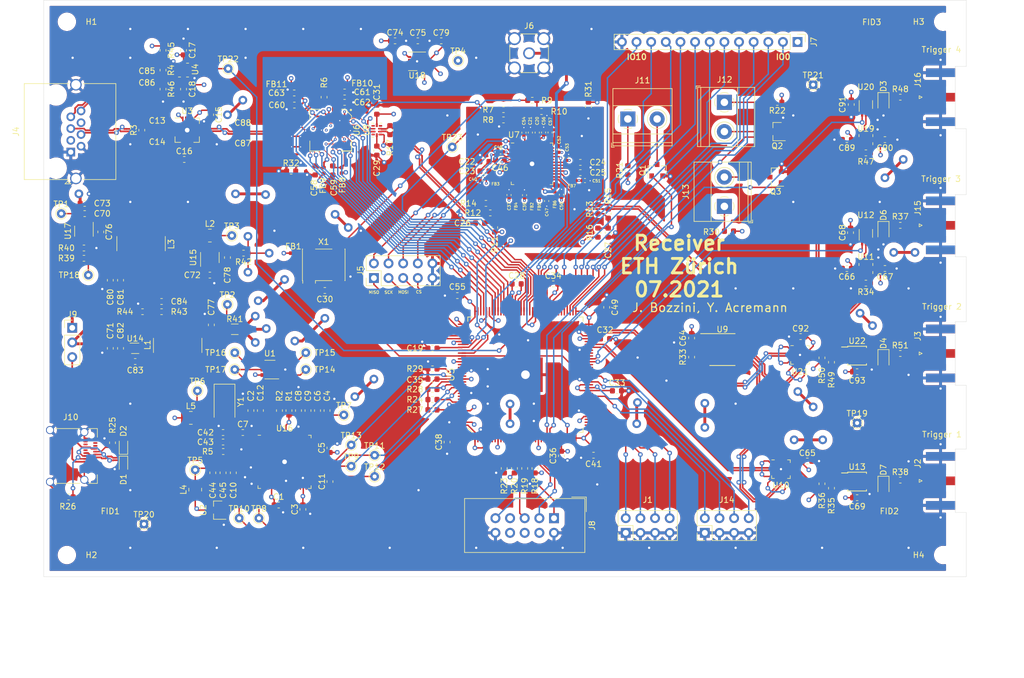
<source format=kicad_pcb>
(kicad_pcb (version 20241229) (generator "pcbnew") (generator_version "9.0")
  (title_block (title "TDS Receiver") (date "2025-02-17") (company "(c) 2025 ETH Zurich, J. Bozzini, Y. Acremann") (comment 1 "License:  GNU public license v. 3.0"))
  (layers (0 "F.Cu" signal) (4 "In1.Cu" power) (6 "In2.Cu" power) (2 "B.Cu" signal) (13 "F.Paste" user) (15 "B.Paste" user) (5 "F.SilkS" user "F.Silkscreen") (7 "B.SilkS" user "B.Silkscreen") (1 "F.Mask" user) (3 "B.Mask" user) (25 "Edge.Cuts" user))
  (net 0 "")
  (net 1 "GND")
  (net 2 "+3V3")
  (net 3 "Net-(C2-Pad1)")
  (net 4 "/Debugger/VCORE")
  (net 5 "Net-(C7-Pad1)")
  (net 6 "/TwistedPairIO/Fast_Q0_P")
  (net 7 "/TwistedPairIO/Fast_Q1_P")
  (net 8 "/TwistedPairIO/Fast_Q1_N")
  (net 9 "/TwistedPairIO/Fast_Q0_N")
  (net 10 "Net-(C16-Pad2)")
  (net 11 "Net-(C16-Pad1)")
  (net 12 "+2V5")
  (net 13 "+1V8")
  (net 14 "Net-(C20-Pad2)")
  (net 15 "Net-(C20-Pad1)")
  (net 16 "Net-(C21-Pad1)")
  (net 17 "GNDA")
  (net 18 "Net-(C22-Pad1)")
  (net 19 "Net-(C23-Pad1)")
  (net 20 "Net-(C24-Pad1)")
  (net 21 "Net-(C25-Pad1)")
  (net 22 "Net-(C26-Pad1)")
  (net 23 "Net-(C27-Pad1)")
  (net 24 "Net-(C30-Pad1)")
  (net 25 "VPHY")
  (net 26 "VPLL")
  (net 27 "Net-(C58-Pad1)")
  (net 28 "Net-(C59-Pad2)")
  (net 29 "GNDS")
  (net 30 "Net-(C60-Pad1)")
  (net 31 "Net-(C61-Pad2)")
  (net 32 "+15V")
  (net 33 "+5V")
  (net 34 "Net-(C75-Pad1)")
  (net 35 "Net-(C76-Pad2)")
  (net 36 "Net-(C76-Pad1)")
  (net 37 "Net-(C77-Pad1)")
  (net 38 "Net-(C78-Pad1)")
  (net 39 "+5VD")
  (net 40 "Net-(C83-Pad2)")
  (net 41 "Net-(C83-Pad1)")
  (net 42 "Net-(C84-Pad2)")
  (net 43 "/TwistedPairIO/Slow_Q_P")
  (net 44 "Net-(C85-Pad1)")
  (net 45 "/TwistedPairIO/Slow_Q_N")
  (net 46 "Net-(C86-Pad1)")
  (net 47 "/Debugger/USB_P")
  (net 48 "/Debugger/USB_N")
  (net 49 "Net-(D6-Pad1)")
  (net 50 "Net-(D7-Pad1)")
  (net 51 "Net-(FB2-Pad2)")
  (net 52 "Net-(FB3-Pad2)")
  (net 53 "Net-(FB4-Pad2)")
  (net 54 "Net-(FB5-Pad2)")
  (net 55 "Net-(FB6-Pad2)")
  (net 56 "Net-(FB7-Pad2)")
  (net 57 "/PulseID_CS")
  (net 58 "/PulseID_MISO")
  (net 59 "/PulseID_MOSI")
  (net 60 "/PulseID_Clk")
  (net 61 "/PulseOutput/PulseOut1")
  (net 62 "/PulseOutput/PulseOut2")
  (net 63 "Net-(J5-Pad8)")
  (net 64 "/CDR_PLL/CS")
  (net 65 "Net-(J5-Pad6)")
  (net 66 "/CDR_PLL/MOSI")
  (net 67 "Net-(J5-Pad4)")
  (net 68 "/CDR_PLL/SCK")
  (net 69 "Net-(J5-Pad2)")
  (net 70 "/CDR_PLL/MISO")
  (net 71 "Net-(J6-Pad1)")
  (net 72 "Net-(J8-Pad9)")
  (net 73 "Net-(J8-Pad8)")
  (net 74 "Net-(J8-Pad7)")
  (net 75 "Net-(J8-Pad6)")
  (net 76 "Net-(J8-Pad5)")
  (net 77 "Net-(J8-Pad3)")
  (net 78 "Net-(J8-Pad1)")
  (net 79 "+5VA")
  (net 80 "Net-(J10-PadB11)")
  (net 81 "Net-(J10-PadB10)")
  (net 82 "Net-(J10-PadB8)")
  (net 83 "Net-(J10-PadB5)")
  (net 84 "Net-(J10-PadB3)")
  (net 85 "Net-(J10-PadB2)")
  (net 86 "Net-(J10-PadA11)")
  (net 87 "Net-(J10-PadA8)")
  (net 88 "Net-(J10-PadA10)")
  (net 89 "Net-(J10-PadA5)")
  (net 90 "Net-(J10-PadA3)")
  (net 91 "Net-(J10-PadA2)")
  (net 92 "Net-(J11-Pad2)")
  (net 93 "Net-(J11-Pad1)")
  (net 94 "Net-(J12-Pad2)")
  (net 95 "Net-(J12-Pad1)")
  (net 96 "Net-(J13-Pad2)")
  (net 97 "Net-(J13-Pad1)")
  (net 98 "Net-(L2-Pad1)")
  (net 99 "/CDR_PLL/Programming_Unused/LED_1")
  (net 100 "/CDR_PLL/Programming_Unused/LED_2")
  (net 101 "/CDR_PLL/Programming_Unused/LED_3")
  (net 102 "/Debugger/DO")
  (net 103 "/Debugger/DI")
  (net 104 "Net-(R5-Pad1)")
  (net 105 "/CDR_PLL/Word_Clk")
  (net 106 "Net-(R7-Pad1)")
  (net 107 "Clk_40MHz")
  (net 108 "/CDR_PLL/Deser_Clk_N")
  (net 109 "/PrecisionClk_N")
  (net 110 "/CDR_PLL/Deser_Clk_P")
  (net 111 "/PrecisionClk_P")
  (net 112 "Net-(R23-Pad2)")
  (net 113 "Net-(R24-Pad2)")
  (net 114 "Net-(R27-Pad2)")
  (net 115 "Net-(R28-Pad2)")
  (net 116 "Net-(R29-Pad2)")
  (net 117 "/PulseOutput/Precision_CLK2_N")
  (net 118 "/PulseOutput/Precision_CLK2_P")
  (net 119 "Net-(R39-Pad2)")
  (net 120 "/Debugger/RXD")
  (net 121 "/CDR_PLL/RXD")
  (net 122 "/CDR_PLL/TDI")
  (net 123 "/CDR_PLL/TCK")
  (net 124 "/CDR_PLL/TMS")
  (net 125 "/Debugger/CLK")
  (net 126 "/Debugger/CS")
  (net 127 "Net-(U16-Pad14)")
  (net 128 "Net-(U3-Pad15)")
  (net 129 "/CDR_PLL/Slow_data")
  (net 130 "Net-(U4-Pad9)")
  (net 131 "Net-(U4-Pad6)")
  (net 132 "Net-(U4-Pad4)")
  (net 133 "Net-(U5-Pad134)")
  (net 134 "Net-(U5-Pad123)")
  (net 135 "Net-(U5-Pad112)")
  (net 136 "/CDR_PLL/RCLKR~{F}")
  (net 137 "/CDR_PLL/~{LOCK}")
  (net 138 "/CDR_PLL/RD9")
  (net 139 "/CDR_PLL/RD8")
  (net 140 "/CDR_PLL/RD7")
  (net 141 "/CDR_PLL/RD6")
  (net 142 "Net-(U5-Pad97)")
  (net 143 "/CDR_PLL/RD5")
  (net 144 "/CDR_PLL/RD4")
  (net 145 "/CDR_PLL/RD3")
  (net 146 "/CDR_PLL/RD2")
  (net 147 "/CDR_PLL/RD1")
  (net 148 "/CDR_PLL/RD0")
  (net 149 "~{RESET}")
  (net 150 "/CDR_PLL/PLL_locked")
  (net 151 "Net-(U5-Pad61)")
  (net 152 "Net-(U5-Pad58)")
  (net 153 "Net-(U5-Pad57)")
  (net 154 "Net-(U5-Pad55)")
  (net 155 "Net-(U5-Pad48)")
  (net 156 "Net-(U5-Pad39)")
  (net 157 "Net-(U5-Pad32)")
  (net 158 "Net-(U5-Pad30)")
  (net 159 "/Trigger1_P")
  (net 160 "/Trigger1_N")
  (net 161 "Net-(U5-Pad25)")
  (net 162 "Net-(U5-Pad24)")
  (net 163 "Net-(U5-Pad22)")
  (net 164 "Net-(U5-Pad21)")
  (net 165 "Net-(U5-Pad17)")
  (net 166 "Net-(U5-Pad14)")
  (net 167 "Net-(U5-Pad13)")
  (net 168 "Net-(U5-Pad12)")
  (net 169 "Net-(U5-Pad11)")
  (net 170 "Net-(U5-Pad10)")
  (net 171 "Net-(U5-Pad8)")
  (net 172 "Net-(U5-Pad7)")
  (net 173 "Net-(U5-Pad6)")
  (net 174 "Net-(U6-PadG7)")
  (net 175 "Net-(U6-PadG6)")
  (net 176 "Net-(U6-PadF6)")
  (net 177 "Net-(U6-PadE6)")
  (net 178 "Net-(U6-PadE5)")
  (net 179 "/CDR_PLL/Ref_Clk_Deserializer")
  (net 180 "Net-(U7-Pad46)")
  (net 181 "Net-(U7-Pad44)")
  (net 182 "Net-(U7-Pad39)")
  (net 183 "Net-(U7-Pad38)")
  (net 184 "Net-(U7-Pad37)")
  (net 185 "Net-(U7-Pad36)")
  (net 186 "Net-(U7-Pad35)")
  (net 187 "Net-(U7-Pad32)")
  (net 188 "Net-(U7-Pad23)")
  (net 189 "Net-(U7-Pad21)")
  (net 190 "Net-(U7-Pad18)")
  (net 191 "Net-(U7-Pad17)")
  (net 192 "Net-(U7-Pad16)")
  (net 193 "Net-(U7-Pad15)")
  (net 194 "Net-(U7-Pad14)")
  (net 195 "Net-(U8-Pad9)")
  (net 196 "Net-(U8-Pad6)")
  (net 197 "Net-(U8-Pad4)")
  (net 198 "/PulseOutput/Precision_CLK1_P")
  (net 199 "/PulseOutput/Precision_CLK1_N")
  (net 200 "Net-(U9-Pad8)")
  (net 201 "Net-(U9-Pad3)")
  (net 202 "Net-(U9-Pad2)")
  (net 203 "Net-(U9-Pad1)")
  (net 204 "Net-(U10-Pad16)")
  (net 205 "Net-(U10-Pad13)")
  (net 206 "Net-(U10-Pad5)")
  (net 207 "Net-(U10-Pad1)")
  (net 208 "Net-(U11-Pad8)")
  (net 209 "Net-(U11-Pad9)")
  (net 210 "Net-(U11-Pad6)")
  (net 211 "Net-(U11-Pad4)")
  (net 212 "Net-(U13-Pad4)")
  (net 213 "Net-(U16-Pad60)")
  (net 214 "Net-(U16-Pad59)")
  (net 215 "Net-(U16-Pad58)")
  (net 216 "Net-(U16-Pad57)")
  (net 217 "Net-(U16-Pad55)")
  (net 218 "Net-(U16-Pad54)")
  (net 219 "Net-(U16-Pad53)")
  (net 220 "Net-(U16-Pad52)")
  (net 221 "Net-(U16-Pad48)")
  (net 222 "Net-(U16-Pad46)")
  (net 223 "Net-(U16-Pad45)")
  (net 224 "Net-(U16-Pad44)")
  (net 225 "Net-(U16-Pad43)")
  (net 226 "Net-(U16-Pad36)")
  (net 227 "Net-(U16-Pad34)")
  (net 228 "Net-(U16-Pad33)")
  (net 229 "Net-(U16-Pad32)")
  (net 230 "Net-(U16-Pad30)")
  (net 231 "Net-(U16-Pad29)")
  (net 232 "Net-(U16-Pad28)")
  (net 233 "Net-(U16-Pad27)")
  (net 234 "Net-(U16-Pad26)")
  (net 235 "Net-(U16-Pad24)")
  (net 236 "Net-(U16-Pad23)")
  (net 237 "Net-(U16-Pad22)")
  (net 238 "Net-(U16-Pad21)")
  (net 239 "Net-(U16-Pad19)")
  (net 240 "Net-(U16-Pad18)")
  (net 241 "Net-(X1-Pad1)")
  (net 242 "/CDR_PLL/TDO")
  (net 243 "Net-(U5-Pad124)")
  (net 244 "Net-(U5-Pad135)")
  (net 245 "Net-(U5-Pad66)")
  (net 246 "Net-(U5-Pad80)")
  (net 247 "/CDR_PLL/Programming_Unused/IO10")
  (net 248 "/CDR_PLL/Programming_Unused/IO9")
  (net 249 "/CDR_PLL/Programming_Unused/IO8")
  (net 250 "/CDR_PLL/Programming_Unused/IO7")
  (net 251 "/CDR_PLL/Programming_Unused/IO6")
  (net 252 "/CDR_PLL/Programming_Unused/IO5")
  (net 253 "/CDR_PLL/Programming_Unused/IO4")
  (net 254 "/CDR_PLL/Programming_Unused/IO3")
  (net 255 "/CDR_PLL/Programming_Unused/IO2")
  (net 256 "/CDR_PLL/Programming_Unused/IO1")
  (net 257 "/CDR_PLL/Programming_Unused/IO0")
  (net 258 "/TwistedPairIO/Fast_data_1_P")
  (net 259 "/Fast_data_2_P")
  (net 260 "/TwistedPairIO/Fast_data_1_N")
  (net 261 "/Fast_data_2_N")
  (net 262 "Net-(D3-Pad1)")
  (net 263 "Net-(D4-Pad1)")
  (net 264 "/PulseID_CS_2")
  (net 265 "/PulseID_MISO_2")
  (net 266 "/PulseID_MOSI_2")
  (net 267 "/PulseID_Clk_2")
  (net 268 "/PulseOutput/PulseOut3")
  (net 269 "/PulseOutput/PulseOut4")
  (net 270 "/PulseOutput/Precision_CLK3_N")
  (net 271 "/PulseOutput/Precision_CLK3_P")
  (net 272 "/PulseOutput/Precision_Trigger1_N")
  (net 273 "/PulseOutput/Precision_Trigger1_P")
  (net 274 "/PulseOutput/Precision_CLK4_N")
  (net 275 "/PulseOutput/Precision_CLK4_P")
  (net 276 "/PulseOutput/Precision_Trigger2_N")
  (net 277 "/PulseOutput/Precision_Trigger2_P")
  (net 278 "/Trigger4")
  (net 279 "/Trigger3")
  (net 280 "Net-(U5-Pad46)")
  (net 281 "Net-(U5-Pad38)")
  (net 282 "/Trigger2_P")
  (net 283 "/Trigger2_N")
  (net 284 "Net-(U19-Pad8)")
  (net 285 "Net-(U19-Pad9)")
  (net 286 "Net-(U19-Pad6)")
  (net 287 "Net-(U19-Pad4)")
  (net 288 "Net-(U21-Pad16)")
  (net 289 "Net-(U21-Pad13)")
  (net 290 "Net-(U21-Pad5)")
  (net 291 "Net-(U21-Pad1)")
  (net 292 "Net-(U22-Pad4)")
  (net 293 "Net-(U5-Pad62)")
  (net 294 "Net-(U5-Pad29)")
  (net 295 "Net-(U5-Pad28)")
  (footprint "Capacitor_SMD:C_0603_1608Metric" (layer "F.Cu") (at 94.234 68.707 90)
    (property "Reference" "C17")
    (property "Value" "100n")
  )
  (footprint "Capacitor_SMD:C_0603_1608Metric" (layer "F.Cu") (at 94.234 75.438 90)
    (property "Reference" "C18")
    (property "Value" "100n")
  )
  (footprint "Capacitor_SMD:C_0402_1005Metric" (layer "F.Cu") (at 89.662 82.042 180)
    (property "Reference" "C13")
    (property "Value" "1n")
  )
  (footprint "Capacitor_SMD:C_0603_1608Metric" (layer "F.Cu") (at 98.933 79.883 -90)
    (property "Reference" "C15")
    (property "Value" "100n")
  )
  (footprint "Capacitor_SMD:C_0603_1608Metric" (layer "F.Cu") (at 94.361 87.63)
    (property "Reference" "C16")
    (property "Value" "1u")
  )
  (footprint "Capacitor_SMD:C_0603_1608Metric" (layer "F.Cu") (at 137.414 120.396 180)
    (property "Reference" "C19")
    (property "Value" "100n")
  )
  (footprint "Capacitor_SMD:C_0402_1005Metric" (layer "F.Cu") (at 155.5877 82.9691 90)
    (property "Reference" "C20")
    (property "Value" "100n")
  )
  (footprint "Capacitor_SMD:C_0603_1608Metric" (layer "F.Cu") (at 145.669 98.679 180)
    (property "Reference" "C26")
    (property "Value" "10n")
  )
  (footprint "Capacitor_SMD:C_0603_1608Metric" (layer "F.Cu") (at 152.019 109.22)
    (property "Reference" "C28")
    (property "Value" "100n")
  )
  (footprint "Capacitor_SMD:C_0603_1608Metric" (layer "F.Cu") (at 127.762 86.106 -90)
    (property "Reference" "C29")
    (property "Value" "100n")
  )
  (footprint "Capacitor_SMD:C_0603_1608Metric" (layer "F.Cu") (at 127.762 78.994 -90)
    (property "Reference" "C31")
    (property "Value" "100n")
  )
  (footprint "Capacitor_SMD:C_0603_1608Metric" (layer "F.Cu") (at 169.418 127.762 180)
    (property "Reference" "C33")
    (property "Value" "100n")
  )
  (footprint "Capacitor_SMD:C_0603_1608Metric" (layer "F.Cu") (at 158.369 109.22 180)
    (property "Reference" "C34")
    (property "Value" "100n")
  )
  (footprint "Capacitor_SMD:C_0603_1608Metric" (layer "F.Cu") (at 137.414 125.73)
    (property "Reference" "C35")
    (property "Value" "100n")
  )
  (footprint "Capacitor_SMD:C_0603_1608Metric" (layer "F.Cu") (at 159.7787 139.0395 90)
    (property "Reference" "C36")
    (property "Value" "100n")
  )
  (footprint "Capacitor_SMD:C_0603_1608Metric" (layer "F.Cu") (at 77.089 97.028)
    (property "Reference" "C70")
    (property "Value" "10u")
  )
  (footprint "Capacitor_SMD:C_0603_1608Metric" (layer "F.Cu") (at 81.534 120.396 -90)
    (property "Reference" "C71")
    (property "Value" "10u")
  )
  (footprint "Capacitor_SMD:C_0603_1608Metric" (layer "F.Cu") (at 98.806 107.696)
    (property "Reference" "C72")
    (property "Value" "10u")
  )
  (footprint "Capacitor_SMD:C_0603_1608Metric" (layer "F.Cu") (at 77.089 95.25)
    (property "Reference" "C73")
    (property "Value" "10u")
  )
  (footprint "Capacitor_SMD:C_0603_1608Metric" (layer "F.Cu") (at 130.927001 67.053001)
    (property "Reference" "C74")
    (property "Value" "10u")
  )
  (footprint "Capacitor_SMD:C_0603_1608Metric" (layer "F.Cu") (at 134.874 67.056 180)
    (property "Reference" "C75")
    (property "Value" "1n")
  )
  (footprint "Capacitor_SMD:C_0603_1608Metric" (layer "F.Cu") (at 79.883 100.203 -90)
    (property "Reference" "C76")
    (property "Value" "100n")
  )
  (footprint "Capacitor_SMD:C_0603_1608Metric" (layer "F.Cu") (at 99.06 116.332 90)
    (property "Reference" "C77")
    (property "Value" "22u")
  )
  (footprint "Capacitor_SMD:C_0603_1608Metric" (layer "F.Cu") (at 101.854 104.648 -90)
    (property "Reference" "C78")
    (property "Value" "10u")
  )
  (footprint "Capacitor_SMD:C_0603_1608Metric" (layer "F.Cu") (at 138.938 67.056 180)
    (property "Reference" "C79")
    (property "Value" "10u")
  )
  (footprint "Capacitor_SMD:C_0603_1608Metric" (layer "F.Cu") (at 81.534 108.585 -90)
    (property "Reference" "C80")
    (property "Value" "22u")
  )
  (footprint "Capacitor_SMD:C_0603_1608Metric" (layer "F.Cu") (at 83.312 108.585 -90)
    (property "Reference" "C81")
    (property "Value" "22u")
  )
  (footprint "Capacitor_SMD:C_0603_1608Metric" (layer "F.Cu") (at 83.312 120.396 -90)
    (property "Reference" "C82")
    (property "Value" "100n")
  )
  (footprint "Capacitor_SMD:C_0603_1608Metric" (layer "F.Cu") (at 85.852 122.682)
    (property "Reference" "C83")
    (property "Value" "100n")
  )
  (footprint "Capacitor_SMD:C_0603_1608Metric" (layer "F.Cu") (at 90.424 112.268 180)
    (property "Reference" "C84")
    (property "Value" "10p")
  )
  (footprint "Capacitor_SMD:C_0402_1005Metric" (layer "F.Cu") (at 87.884 71.12 180)
    (property "Reference" "C85")
    (property "Value" "100n")
  )
  (footprint "Capacitor_SMD:C_0402_1005Metric" (layer "F.Cu") (at 87.884 73.152 180)
    (property "Reference" "C86")
    (property "Value" "100n")
  )
  (footprint "Diode_SMD:D_0603_1608Metric" (layer "F.Cu") (at 83.82 140.589 -90)
    (property "Reference" "D1")
    (property "Value" "PGB1010603")
  )
  (footprint "Diode_SMD:D_0603_1608Metric" (layer "F.Cu") (at 83.82 137.287 90)
    (property "Reference" "D2")
    (property "Value" "PGB1010603")
  )
  (footprint "Inductor_SMD:L_0402_1005Metric" (layer "F.Cu") (at 113.284 103.886)
    (property "Reference" "FB1")
    (property "Value" "30")
  )
  (footprint "Connector_RJ:RJ45_Amphenol_RJHSE5380" (layer "F.Cu") (at 74.676 86.36 90)
    (property "Reference" "J4")
    (property "Value" "Input")
  )
  (footprint "Connector_IDC:IDC-Header_2x05_P2.54mm_Vertical" (layer "F.Cu") (at 158.496 149.86 -90)
    (property "Reference" "J8")
    (property "Value" "Prog.")
  )
  (footprint "Connector_PinHeader_2.54mm:PinHeader_1x03_P2.54mm_Vertical" (layer "F.Cu") (at 74.93 116.84)
    (property "Reference" "J9")
    (property "Value" "Conn_01x03")
  )
  (footprint "Connector_USB:USB_C_Receptacle_Amphenol_12401610E4-2A_CircularHoles" (layer "F.Cu") (at 73.914 139.065 -90)
    (property "Reference" "J10")
    (property "Value" "USB_C")
  )
  (footprint "Inductor_SMD:L_Bourns-SRN8040_8x8.15mm" (layer "F.Cu") (at 93.218 119.888 90)
    (property "Reference" "L1")
    (property "Value" "3.3u")
  )
  (footprint "Inductor_SMD:L_1008_2520Metric" (layer "F.Cu") (at 98.806 100.838)
    (property "Reference" "L2")
    (property "Value" "10u")
  )
  (footprint "Inductor_SMD:L_Bourns-SRN8040_8x8.15mm" (layer "F.Cu") (at 86.868 102.235 -90)
    (property "Reference" "L3")
    (property "Value" "3.3u")
  )
  (footprint "Resistor_SMD:R_0603_1608Metric" (layer "F.Cu") (at 86.995 82.55 -90)
    (property "Reference" "R3")
    (property "Value" "100")
  )
  (footprint "Resistor_SMD:R_0603_1608Metric" (layer "F.Cu") (at 90.678 72.136 -90)
    (property "Reference" "R4")
    (property "Value" "100")
  )
  (footprint "Resistor_SMD:R_0603_1608Metric" (layer "F.Cu") (at 118.618 76.835 90)
    (property "Reference" "R6")
    (property "Value" "100")
  )
  (footprint "Resistor_SMD:R_0603_1608Metric" (layer "F.Cu") (at 149.733 78.994 180)
    (property "Reference" "R7")
    (property "Value" "1k")
  )
  (footprint "Resistor_SMD:R_0603_1608Metric" (layer "F.Cu") (at 149.733 80.772 180)
    (property "Reference" "R8")
    (property "Value" "1.2k")
  )
  (footprint "Resistor_SMD:R_0603_1608Metric" (layer "F.Cu") (at 154.724 77.3684 180)
    (property "Reference" "R9")
    (property "Value" "330")
  )
  (footprint "Resistor_SMD:R_0603_1608Metric" (layer "F.Cu") (at 130.048 82.55 90)
    (property "Reference" "R17")
    (property "Value" "100")
  )
  (footprint "Resistor_SMD:R_0603_1608Metric" (layer "F.Cu") (at 155.194 141.224 90)
    (property "Reference" "R18")
    (property "Value" "10k")
  )
  (footprint "Resistor_SMD:R_0603_1608Metric" (layer "F.Cu") (at 153.416 141.224 -90)
    (property "Reference" "R19")
    (property "Value" "1k")
  )
  (footprint "Resistor_SMD:R_0603_1608Metric" (layer "F.Cu") (at 151.638 141.224 90)
    (property "Reference" "R20")
    (property "Value" "10k")
  )
  (footprint "Resistor_SMD:R_0603_1608Metric" (layer "F.Cu") (at 149.86 141.224 90)
    (property "Reference" "R23")
    (property "Value" "1k")
  )
  (footprint "Resistor_SMD:R_0603_1608Metric" (layer "F.Cu") (at 137.414 129.286)
    (property "Reference" "R24")
    (property "Value" "10k")
  )
  (footprint "Resistor_SMD:R_0603_1608Metric" (layer "F.Cu") (at 81.915 136.779 -90)
    (property "Reference" "R25")
    (property "Value" "5.1k")
  )
  (footprint "Resistor_SMD:R_0603_1608Metric" (layer "F.Cu") (at 74.295 146.177)
    (property "Reference" "R26")
    (property "Value" "5.1k")
  )
  (footprint "Resistor_SMD:R_0603_1608Metric" (layer "F.Cu") (at 137.414 131.064)
    (property "Reference" "R27")
    (property "Value" "10k")
  )
  (footprint "Resistor_SMD:R_0603_1608Metric" (layer "F.Cu") (at 137.414 127.508)
    (property "Reference" "R28")
    (property "Value" "10k")
  )
  (footprint "Resistor_SMD:R_0603_1608Metric" (layer "F.Cu") (at 137.414 123.952)
    (property "Reference" "R29")
    (property "Value" "10k")
  )
  (footprint "Resistor_SMD:R_0603_1608Metric" (layer "F.Cu") (at 76.962 104.775 180)
    (property "Reference" "R39")
    (property "Value" "56.2k")
  )
  (footprint "Resistor_SMD:R_0603_1608Metric" (layer "F.Cu") (at 76.962 102.997)
    (property "Reference" "R40")
    (property "Value" "10k")
  )
  (footprint "Resistor_SMD:R_1206_3216Metric" (layer "F.Cu") (at 103.124 117.094 180)
    (property "Reference" "R41")
    (property "Value" "0")
  )
  (footprint "Resistor_SMD:R_0603_1608Metric" (layer "F.Cu") (at 104.648 103.886 180)
    (property "Reference" "R42")
    (property "Value" "0")
  )
  (footprint "Resistor_SMD:R_0603_1608Metric" (layer "F.Cu") (at 90.424 114.046 180)
    (property "Reference" "R43")
    (property "Value" "30.9k")
  )
  (footprint "Resistor_SMD:R_0603_1608Metric" (layer "F.Cu") (at 87.122 114.046 180)
    (property "Reference" "R44")
    (property "Value" "10k")
  )
  (footprint "Resistor_SMD:R_0603_1608Metric" (layer "F.Cu") (at 90.678 68.707 -90)
    (property "Reference" "R45")
    (property "Value" "5.6k")
  )
  (footprint "Resistor_SMD:R_0603_1608Metric" (layer "F.Cu") (at 90.678 75.438 -90)
    (property "Reference" "R46")
    (property "Value" "5.6k")
  )
  (footprint "TestPoint:TestPoint_THTPad_D1.5mm_Drill0.7mm" (layer "F.Cu") (at 73.025 97.028)
    (property "Reference" "TP1")
    (property "Value" "+15V")
  )
  (footprint "TestPoint:TestPoint_THTPad_D1.5mm_Drill0.7mm" (layer "F.Cu") (at 101.854 112.776)
    (property "Reference" "TP2")
    (property "Value" "+3.3V")
  )
  (footprint "TestPoint:TestPoint_THTPad_D1.5mm_Drill0.7mm" (layer "F.Cu") (at 102.616 100.838)
    (property "Reference" "TP3")
    (property "Value" "+2.5V")
  )
  (footprint "TestPoint:TestPoint_THTPad_D1.5mm_Drill0.7mm" (layer "F.Cu") (at 141.859 70.485)
    (property "Reference" "TP4")
    (property "Value" "+1.8V")
  )
  (footprint "TestPoint:TestPoint_THTPad_D1.5mm_Drill0.7mm" (layer "F.Cu") (at 115.443 124.079)
    (property "Reference" "TP14")
    (property "Value" "TestPoint")
  )
  (footprint "TestPoint:TestPoint_THTPad_D1.5mm_Drill0.7mm" (layer "F.Cu") (at 103.124 121.158)
    (property "Reference" "TP16")
    (property "Value" "TestPoint")
  )
  (footprint "TestPoint:TestPoint_THTPad_D1.5mm_Drill0.7mm" (layer "F.Cu") (at 211.074 133.35)
    (property "Reference" "TP19")
    (property "Value" "GND")
  )
  (footprint "TestPoint:TestPoint_THTPad_D1.5mm_Drill0.7mm" (layer "F.Cu") (at 87.376 150.876)
    (property "Reference" "TP20")
    (property "Value" "GND")
  )
  (footprint "TestPoint:TestPoint_THTPad_D1.5mm_Drill0.7mm" (layer "F.Cu") (at 203.454 74.676)
    (property "Reference" "TP21")
    (property "Value" "GND")
  )
  (footprint "Package_TO_SOT_SMD:SOT-23-6" (layer "F.Cu") (at 109.22 124.079 180)
    (property "Reference" "U1")
    (property "Value" "93LC56B")
  )
  (footprint "Package_DFN_QFN:WQFN-16-1EP_4x4mm_P0.5mm_EP2.6x2.6mm" (layer "F.Cu") (at 94.869 82.55)
    (property "Reference" "U3")
    (property "Value" "DS15EA101")
  )
  (footprint "Package_DFN_QFN:Texas_R-PUQFN-N10" (layer "F.Cu") (at 94.234 72.136)
    (property "Reference" "U4")
    (property "Value" "SN65LVDS4")
  )
  (footprint "Package_BGA_2:BGA-49_7x7_7.0x7.0mm" (layer "F.Cu") (at 119.761 82.55 -90)
    (property "Reference" "U6")
    (property "Value" "SCAN921226H")
  )
  (footprint "footprint:SOT-563" (layer "F.Cu") (at 85.852 120.396)
    (property "Reference" "U14")
    (property "Value" "TPS563207")
  )
  (footprint "Package_TO_SOT_SMD:SOT-23-5" (layer "F.Cu") (at 98.806 104.648 90)
    (property "Reference" "U15")
    (property "Value" "TPS62205DBV")
  )
  (footprint "Package_TO_SOT_SMD:SOT-23-6" (layer "F.Cu") (at 76.962 100.076 -90)
    (property "Reference" "U17")
    (property "Value" "TPS563200")
  )
  (footprint "Package_CSP:LFCSP-8-1EP_3x3mm_P0.5mm_EP1.45x1.74mm" (layer "F.Cu") (at 134.747 70.612 180)
    (property "Reference" "U18")
    (property "Value" "ADM7171ACPZ-1.8-R7")
  )
  (footprint "Oscillator:Oscillator_SMD_Abracon_ASV-4Pin_7.0x5.1mm" (layer "F.Cu") (at 118.5545 105.918)
    (property "Reference" "X1")
    (property "Value" "ASV-40MHz")
  )
  (footprint "TestPoint:TestPoint_THTPad_D1.5mm_Drill0.7mm" (layer "F.Cu") (at 103.124 124.079)
    (property "Reference" "TP17")
    (property "Value" "TestPoint")
  )
  (footprint "TestPoint:TestPoint_THTPad_D1.5mm_Drill0.7mm" (layer "F.Cu") (at 115.443 121.158)
    (property "Reference" "TP15")
    (property "Value" "TestPoint")
  )
  (footprint "Connector_Coaxial:SMA_Amphenol_901-144_Vertical" (layer "F.Cu") (at 154.178 69.215)
    (property "Reference" "J6")
    (property "Value" "Ref_mon")
  )
  (footprint "footprint:EQFP_144" (layer "F.Cu") (at 153.543 124.968 90)
    (property "Reference" "U5")
    (property "Value" "MAX10M16SCE")
  )
  (footprint "Inductor_SMD:L_0402_1005Metric" (layer "F.Cu") (at 161.8258 91.3003 180)
    (property "Reference" "FB7")
    (property "Value" "30")
  )
  (footprint "Capacitor_SMD:C_0603_1608Metric" (layer "F.Cu") (at 211.074 146.304)
    (property "Reference" "C69")
    (property "Value" "100n")
  )
  (footprint "Resistor_SMD:R_0603_1608Metric" (layer "F.Cu") (at 182.372 121.92 -90)
    (property "Reference" "R33")
    (property "Value" "100")
  )
  (footprint "Resistor_SMD:R_0603_1608Metric" (layer "F.Cu") (at 218.567 143.256 180)
    (property "Reference" "R38")
    (property "Value" "50")
  )
  (footprint "Diode_SMD:D_0805_2012Metric" (layer "F.Cu") (at 215.646 144.272 -90)
    (property "Reference" "D7")
    (property "Value" "D_Zener")
  )
  (footprint "Diode_SMD:D_0805_2012Metric" (layer "F.Cu") (at 215.646 100.076 -90)
    (property "Reference" "D6")
    (property "Value" "D_Zener")
  )
  (footprint "Package_SO:TSSOP-16_4.4x5mm_P0.65mm" (layer "F.Cu") (at 187.706 120.65)
    (property "Reference" "U9")
    (property "Value" "NB3L8504S")
  )
  (footprint "Capacitor_SMD:C_0603_1608Metric" (layer "F.Cu") (at 202.438 139.954)
    (property "Reference" "C65")
    (property "Value" "100n")
  )
  (footprint "Capacitor_SMD:C_0603_1608Metric" (layer "F.Cu") (at 182.372 118.618 -90)
    (property "Reference" "C64")
    (property "Value" "100n")
  )
  (footprint "Capacitor_SMD:C_0603_1608Metric" (layer "F.Cu") (at 209.931 100.33 -90)
    (property "Reference" "C68")
    (property "Value" "100n")
  )
  (footprint "Package_SO:TSSOP-8_3x3mm_P0.65mm" (layer "F.Cu") (at 211.074 143.51)
    (property "Reference" "U13")
    (property "Value" "MC100EPT21")
  )
  (footprint "Capacitor_SMD:C_0603_1608Metric" (layer "F.Cu") (at 117.0686 89.535 -90)
    (property "Reference" "C58")
    (property "Value" "100n")
  )
  (footprint "Capacitor_SMD:C_0603_1608Metric" (layer "F.Cu") (at 139.954 136.652 90)
    (property "Reference" "C38")
    (property "Value" "100n")
  )
  (footprint "Inductor_SMD:L_0402_1005Metric" (layer "F.Cu") (at 121.6406 89.522999 90)
    (property "Reference" "FB8")
    (property "Value" "30")
  )
  (footprint "Resistor_SMD:R_0603_1608Metric" (layer "F.Cu") (at 112.903 89.662 180)
    (property "Reference" "R32")
    (property "Value" "0")
  )
  (footprint "Inductor_SMD:L_0402_1005Metric" (layer "F.Cu") (at 113.411 74.5744)
    (property "Reference" "FB11")
    (property "Value" "30")
  )
  (footprint "Capacitor_SMD:C_0402_1005Metric" (layer "F.Cu") (at 163.8655 91.3003 180)
    (property "Reference" "C51")
    (property "Value" "100n")
  )
  (footprint "Capacitor_SMD:C_0603_1608Metric" (layer "F.Cu") (at 141.732 111.252 180)
    (property "Reference" "C55")
    (property "Value" "100n")
  )
  (footprint "Capacitor_SMD:C_0603_1608Metric" (layer "F.Cu") (at 167.64 113.284 -90)
    (property "Reference" "C49")
    (property "Value" "100n")
  )
  (footprint "Capacitor_SMD:C_0603_1608Metric" (layer "F.Cu") (at 165.354 138.938)
    (property "Reference" "C41")
    (property "Value" "100n")
  )
  (footprint "Capacitor_SMD:C_0603_1608Metric" (layer "F.Cu") (at 113.4365 76.0984)
    (property "Reference" "C63")
    (property "Value" "100n")
  )
  (footprint "Capacitor_SMD:C_0402_1005Metric" (layer "F.Cu") (at 160.6804 87.3151 -90)
    (property "Reference" "C53")
    (property "Value" "100n")
  )
  (footprint "Capacitor_SMD:C_0603_1608Metric" (layer "F.Cu") (at 120.1166 89.535 90)
    (property "Reference" "C59")
    (property "Value" "100n")
  )
  (footprint "Resistor_SMD:R_0603_1608Metric" (layer "F.Cu") (at 164.465 78.486 90)
    (property "Reference" "R31")
    (property "Value" "0")
  )
  (footprint "Connector_PinHeader_2.54mm:PinHeader_1x13_P2.54mm_Vertical" (layer "F.Cu") (at 200.75 67.25 -90)
    (property "Reference" "J7")
    (property "Value" "Conn_01x13")
  )
  (footprint "Capacitor_SMD:C_0603_1608Metric" (layer "F.Cu") (at 163.068 89.916)
    (property "Reference" "C25")
    (property "Value" "3.9n")
  )
  (footprint "Inductor_SMD:L_0402_1005Metric" (layer "F.Cu") (at 122.174 74.422 180)
    (property "Reference" "FB10")
    (property "Value" "30")
  )
  (footprint "Capacitor_SMD:C_0603_1608Metric" (layer "F.Cu") (at 122.174 77.724)
    (property "Reference" "C62")
    (property "Value" "1n")
  )
  (footprint "Capacitor_SMD:C_0603_1608Metric" (layer "F.Cu") (at 122.174 75.946 180)
    (property "Reference" "C61")
    (property "Value" "100n")
  )
  (footprint "Inductor_SMD:L_0402_1005Metric" (layer "F.Cu") (at 118.5926 89.535 90)
    (property "Reference" "FB9")
    (property "Value" "30")
  )
  (footprint "Package_CSP:LFCSP-48-1EP_7x7mm_P0.5mm_EP4.1x4.1mm" (layer "F.Cu") (at 154.686 88.392)
    (property "Reference" "U7")
    (property "Value" "AD9544")
  )
  (footprint "Connector_PinHeader_2.54mm:PinHeader_2x05_P2.54mm_Vertical" (layer "F.Cu") (at 127.254 108.204 90)
    (property "Reference" "J5")
    (property "Value" "SPI")
  )
  (footprint "Connector_PinHeader_2.54mm:PinHeader_2x04_P2.54mm_Vertical" (layer "F.Cu") (at 170.942 152.4 90)
    (property "Reference" "J1")
    (property "Value" "Pulse_ID_1 out")
  )
  (footprint "Capacitor_SMD:C_0603_1608Metric" (layer "F.Cu") (at 118.745 110.363)
    (property "Reference" "C30")
    (property "Value" "100n")
  )
  (footprint "Package_DFN_QFN:Texas_R-PUQFN-N10" (layer "F.Cu") (at 127.762 82.55 180)
    (property "Reference" "U8")
    (property "Value" "SN65LVDS4")
  )
  (footprint "Resistor_SMD:R_0603_1608Metric" (layer "F.Cu") (at 156.3244 79.3242)
    (property "Reference" "R10")
    (property "Value" "150")
  )
  (footprint "Capacitor_SMD:C_0603_1608Metric" (layer "F.Cu") (at 163.068 88.138)
    (property "Reference" "C24")
    (property "Value" "0.22u")
  )
  (footprint "Connector_Coaxial:SMA_Amphenol_132289_EdgeMount" (layer "F.Cu") (at 225.552 143.383)
    (property "Reference" "J2")
    (property "Value" "Pulse out 1")
  )
  (footprint "MountingHole:MountingHole_2.7mm_M2.5" (layer "F.Cu") (at 74 156.25)
    (property "Reference" "H2")
    (property "Value" "MountingHole")
  )
  (footprint "Resistor_SMD:R_0603_1608Metric" (layer "F.Cu") (at 218.567 99.06 180)
    (property "Reference" "R37")
    (property "Value" "50")
  )
  (footprint "TestPoint:TestPoint_THTPad_D1.5mm_Drill0.7mm" (layer "F.Cu") (at 77.724 107.696)
    (property "Reference" "TP18")
    (property "Value" "+5V")
  )
  (footprint "MountingHole:MountingHole_2.7mm_M2.5" (layer "F.Cu") (at 74 63.75)
    (property "Reference" "H1")
    (property "Value" "MountingHole")
  )
  (footprint "MountingHole:MountingHole_2.7mm_M2.5" (layer "F.Cu") (at 226 63.75)
    (property "Reference" "H3")
    (property "Value" "MountingHole")
  )
  (footprint "MountingHole:MountingHole_2.7mm_M2.5" (layer "F.Cu") (at 226 156.25)
    (property "Reference" "H4")
    (property "Value" "MountingHole")
  )
  (footprint "Capacitor_SMD:C_0603_1608Metric" (layer "F.Cu") (at 101.092 135.001 180)
    (property "Reference" "C42")
    (property "Value" "4.7u")
  )
  (footprint "Capacitor_SMD:C_0603_1608Metric" (layer "F.Cu") (at 104.521 135.001)
    (property "Reference" "C7")
    (property "Value" "30p")
  )
  (footprint "Crystal:Crystal_SMD_5032-2Pin_5.0x3.2mm" (layer "F.Cu") (at 101.346 129.667 -90)
    (property "Reference" "Y1")
    (property "Value" "12M")
  )
  (footprint "Capacitor_SMD:C_0603_1608Metric" (layer "F.Cu") (at 114.173 131.191 90)
    (property "Reference" "C8")
    (property "Value" "100n")
  )
  (footprint "Inductor_SMD:L_1008_2520Metric" (layer "F.Cu") (at 96.266 144.907 90)
    (property "Reference" "L4")
    (property "Value" "10u")
  )
  (footprint "TestPoint:TestPoint_THTPad_D1.5mm_Drill0.7mm" (layer "F.Cu") (at 127.381 138.938)
    (property "Reference" "TP11")
    (property "Value" "TestPoint")
  )
  (footprint "Capacitor_SMD:C_0603_1608Metric" (layer "F.Cu") (at 117.475 131.191 90)
    (property "Reference" "C6")
    (property "Value" "100n")
  )
  (footprint "Resistor_SMD:R_0603_1608Metric" (layer "F.Cu") (at 112.522 131.191 -90)
    (property "Reference" "R1")
    (property "Value" "10k")
  )
  (footprint "Capacitor_SMD:C_0603_1608Metric" (layer "F.Cu") (at 107.569 131.191 90)
    (property "Reference" "C12")
    (property "Value" "100n")
  )
  (footprint "TestPoint:TestPoint_THTPad_D1.5mm_Drill0.7mm" (layer "F.Cu") (at 96.266 141.478)
    (property "Reference" "TP5")
    (property "Value" "TestPoint")
  )
  (footprint "Capacitor_SMD:C_0603_1608Metric" (layer "F.Cu") (at 119.126 131.191 90)
    (property "Reference" "C4")
    (property "Value" "4.7u")
  )
  (footprint "Capacitor_SMD:C_0603_1608Metric" (layer "F.Cu") (at 105.918 131.191 90)
    (property "Reference" "C2")
    (property "Value" "30p")
  )
  (footprint "TestPoint:TestPoint_THTPad_D1.5mm_Drill0.7mm" (layer "F.Cu") (at 107.315 149.86)
    (property "Reference" "TP8")
    (property "Value" "TestPoint")
  )
  (footprint "Capacitor_SMD:C_0603_1608Metric" (layer "F.Cu") (at 114.935 148.336 -90)
    (property "Reference" "C3")
    (property "Value" "100n")
  )
  (footprint "Inductor_SMD:L_1008_2520Metric" (layer "F.Cu") (at 95.504 132.461)
    (property "Reference" "L5")
    (property "Value" "10u")
  )
  (footprint "TestPoint:TestPoint_THTPad_D1.5mm_Drill0.7mm" (layer "F.Cu") (at 122.047 131.953)
    (property "Reference" "TP7")
    (property "Value" "TestPoint")
  )
  (footprint "Resistor_SMD:R_0603_1608Metric" (layer "F.Cu") (at 101.1175 138.303 180)
    (property "Reference" "R5")
    (property "Value" "12k")
  )
  (footprint "Capacitor_SMD:C_0603_1608Metric" (layer "F.Cu") (at 119.634 143.51 -90)
    (property "Reference" "C11")
    (property "Value" "100n")
  )
  (footprint "Capacitor_SMD:C_0603_1608Metric" (layer "F.Cu") (at 102.87 141.986 -90)
    (property "Reference" "C10")
    (property "Value" "100n")
  )
  (footprint "TestPoint:TestPoint_THTPad_D1.5mm_Drill0.7mm" (layer "F.Cu") (at 96.647 127.762)
    (property "Reference" "TP6")
    (property "Value" "TestPoint")
  )
  (footprint "Capacitor_SMD:C_0603_1608Metric" (layer "F.Cu") (at 115.824 131.191 90)
    (property "Reference" "C9")
    (property "Value" "100n")
  )
  (footprint "TestPoint:TestPoint_THTPad_D1.5mm_Drill0.7mm" (layer "F.Cu") (at 103.886 149.86)
    (property "Reference" "TP10")
    (property "Value" "TestPoint")
  )
  (footprint "Resistor_SMD:R_0603_1608Metric" (layer "F.Cu") (at 110.871 131.191 90)
    (property "Reference" "R2")
    (property "Value" "2k")
  )
  (footprint "Capacitor_SMD:C_0603_1608Metric" (layer "F.Cu") (at 101.092 136.652 180)
    (property "Reference" "C43")
    (property "Value" "100n")
  )
  (footprint "Capacitor_SMD:C_0603_1608Metric" (layer "F.Cu") (at 101.092 141.986 -90)
    (property "Reference" "C45")
    (property "Value" "100n")
  )
  (footprint "Package_TO_SOT_SMD:SOT-23" (layer "F.Cu") (at 100.203 148.463 180)
    (property "Reference" "U2")
    (property "Value" "LM809")
  )
  (footprint "Capacitor_SMD:C_0603_1608Metric" (layer "F.Cu") (at 110.744 147.574)
    (property "Reference" "C1")
    (property "Value" "100n")
  )
  (footprint "TestPoint:TestPoint_THTPad_D1.5mm_Drill0.7mm" (layer "F.Cu") (at 127.381 142.621)
    (property "Reference" "TP12")
    (property "Value" "TestPoint")
  )
  (footprint "TestPoint:TestPoint_THTPad_D1.5mm_Drill0.7mm" (layer "F.Cu") (at 123.317 137.16)
    (property "Reference" "TP13")
    (property "Value" "TestPoint")
  )
  (footprint "Package_DFN_QFN:QFN-64-1EP_9x9mm_P0.5mm_EP4.35x4.35mm" (layer "F.Cu") (at 111.76 140.081)
    (property "Reference" "U16")
    (property "Value" "FT2232HQ")
  )
  (footprint "TestPoint:TestPoint_THTPad_D1.5mm_Drill0.7mm" (layer "F.Cu") (at 123.317 140.843)
    (property "Reference" "TP9")
    (property "Value" "TestPoint")
  )
  (footprint "Capacitor_SMD:C_0603_1608Metric" (layer "F.Cu") (at 119.634 137.668 90)
    (property "Reference" "C5")
    (property "Value" "100n")
  )
  (footprint "Capacitor_SMD:C_0603_1608Metric" (layer "F.Cu") (at 99.314 141.986 -90)
    (property "Reference" "C44")
    (property "Value" "4.7u")
  )
  (footprint "TestPoint:TestPoint_THTPad_D1.5mm_Drill0.7mm" (layer "F.Cu") (at 101.981 71.882)
    (property "Reference" "TP22")
    (property "Value" "TestPoint")
  )
  (footprint "TestPoint:TestPoint_THTPad_D1.5mm_Drill0.7mm" (layer "F.Cu") (at 140.843 85.471)
    (property "Reference" "TP23")
    (property "Value" "TestPoint")
  )
  (footprint "Capacitor_SMD:C_0402_1005Metric" (layer "F.Cu") (at 150.6982 93.8022 90)
    (property "Reference" "C37")
    (property "Value" "100n")
  )
  (footprint "Capacitor_SMD:C_0402_1005Metric" (layer "F.Cu") (at 153.3906 93.8276 -90)
    (property "Reference" "C39")
    (property "Value" "100n")
  )
  (footprint "Inductor_SMD:L_0402_1005Metric" (layer "F.Cu") (at 154.6733 93.8427 90)
    (property "Reference" "FB2")
    (property "Value" "30")
  )
  (footprint "Inductor_SMD:L_0402_1005Metric" (layer "F.Cu") (at 151.892 93.8149 90)
    (property "Reference" "FB4")
    (property "Value" "30")
  )
  (footprint "Inductor_SMD:L_0402_1005Metric" (layer "F.Cu") (at 155.9433 93.8427 90)
    (property "Reference" "FB5")
    (property "Value" "30")
  )
  (footprint "Inductor_SMD:L_0402_1005Metric" (layer "F.Cu") (at 158.6103 93.7387 90)
    (property "Reference" "FB6")
    (property "Value" "30")
  )
  (footprint "Capacitor_SMD:C_0603_1608Metric" (layer "F.Cu") (at 167.894 100.33 -90)
    (property "Reference" "C27")
    (property "Value" "10n")
  )
  (footprint "Resistor_SMD:R_0603_1608Metric" (layer "F.Cu") (at 167.894 97.028 90)
    (property "Reference" "R15")
    (property "Value" "50")
  )
  (footprint "Resistor_SMD:R_0603_1608Metric" (layer "F.Cu") (at 166.116 100.33 90)
    (property "Reference" "R16")
    (property "Value" "50")
  )
  (footprint "Resistor_SMD:R_0603_1608Metric" (layer "F.Cu") (at 166.116 96.266 90)
    (property "Reference" "R13")
    (property "Value" "50")
  )
  (footprint "Inductor_SMD:L_0402_1005Metric" (layer "F.Cu") (at 148.1812 90.9955)
    (property "Reference" "FB3")
    (property "Value" "30")
  )
  (footprint "Capacitor_SMD:C_0603_1608Metric" (layer "F.Cu") (at 146.431 88.011 180)
    (property "Reference" "C22")
    (property "Value" "0.22u")
  )
  (footprint "Capacitor_SMD:C_0603_1608Metric" (layer "F.Cu") (at 146.431 89.662 180)
    (property "Reference" "C23")
    (property "Value" "3.9n")
  )
  (footprint "Resistor_SMD:R_0603_1608Metric" (layer "F.Cu") (at 146.685 95.25 180)
    (property "Reference" "R14")
    (property "Value" "50")
  )
  (footprint "Resistor_SMD:R_0603_1608Metric" (layer "F.Cu") (at 148.209 99.441 90)
    (property "Reference" "R11")
    (property "Value" "50")
  )
  (footprint "Capacitor_SMD:C_0402_1005Metric" (layer "F.Cu") (at 104.521 83.566 180)
    (property "Reference" "C87")
    (property "Value" "100n")
  )
  (footprint "Capacitor_SMD:C_0402_1005Metric" (layer "F.Cu") (at 104.521 82.423 180)
    (property "Reference" "C88")
    (property "Value" "100n")
  )
  (footprint "Resistor_SMD:R_0603_1608Metric" (layer "F.Cu") (at 147.447 96.901 180)
    (property "Reference" "R12")
    (property "Value" "50")
  )
  (footprint "Resistor_SMD:R_0603_1608Metric" (layer "F.Cu") (at 188.849 100.076 180)
    (property "Reference" "R30")
    (property "Value" "R")
  )
  (footprint "Resistor_SMD:R_0603_1608Metric" (layer "F.Cu") (at 171.307 89.499 90)
    (property "Reference" "R21")
    (property "Value" "R")
  )
  (footprint "Package_TO_SOT_SMD:SOT-23" (layer "F.Cu") (at 176.387 89.499 90)
    (property "Reference" "Q1")
    (property "Value" "BSS123")
  )
  (footprint "Package_TO_SOT_SMD:SOT-23" (layer "F.Cu") (at 197.231 82.804 180)
    (property "Reference" "Q2")
    (property "Value" "BSS123")
  )
  (footprint "Package_TO_SOT_SMD:SOT-23" (layer "F.Cu") (at 196.941 90.694 180)
    (property "Reference" "Q3")
    (property "Value" "BSS123")
  )
  (footprint "TerminalBlock_Phoenix:TerminalBlock_Phoenix_MKDS-1,5-2-5.08_1x02_P5.08mm_Horizontal" (layer "F.Cu") (at 188.051 77.724 -90)
    (property "Reference" "J12")
    (property "Value" "Conn_01x02")
  )
  (footprint "TerminalBlock_Phoenix:TerminalBlock_Phoenix_MKDS-1,5-2-5.08_1x02_P5.08mm_Horizontal" (layer "F.Cu") (at 188.051 95.774 90)
    (property "Reference" "J13")
    (property "Value" "Conn_01x02")
  )
  (footprint "TerminalBlock_Phoenix:TerminalBlock_Phoenix_MKDS-1,5-2-5.08_1x02_P5.08mm_Horizontal" (layer "F.Cu") (at 171.307 80.609)
    (property "Reference" "J11")
    (property "Value" "Conn_01x02")
  )
  (footprint "Connector_Coaxial:SMA_Amphenol_132289_EdgeMount" (layer "F.Cu") (at 225.552 99.06)
    (property "Reference" "J15")
    (property "Value" "Pulse out 3")
  )
  (footprint "Capacitor_SMD:C_0603_1608Metric" (layer "F.Cu") (at 215.9 84.201 180)
    (property "Reference" "C90")
    (property "Value" "100n")
  )
  (footprint "Capacitor_SMD:C_0603_1608Metric" (layer "F.Cu") (at 210.058 78.105 -90)
    (property "Reference" "C91")
    (property "Value" "100n")
  )
  (footprint "Capacitor_SMD:C_0603_1608Metric" (layer "F.Cu") (at 211.074 124.46)
    (property "Reference" "C93")
    (property "Value" "100n")
  )
  (footprint "Diode_SMD:D_0805_2012Metric" (layer "F.Cu") (at 215.646 77.724 -90)
    (property "Reference" "D3")
    (property "Value" "D_Zener")
  )
  (footprint "Diode_SMD:D_0805_2012Metric" (layer "F.Cu") (at 215.646 122.301 -90)
    (property "Reference" "D4")
    (property "Value" "D_Zener")
  )
  (footprint "Connector_Coaxial:SMA_Amphenol_132289_EdgeMount" (layer "F.Cu") (at 225.552 76.835)
    (property "Reference" "J16")
    (property "Value" "Pulse out 4")
  )
  (footprint "Resistor_SMD:R_0603_1608Metric" (layer "F.Cu") (at 212.598 86.487)
    (property "Reference" "R47")
    (property "Value" "100")
  )
  (footprint "Resistor_SMD:R_0603_1608Metric" (layer "F.Cu") (at 218.567 76.835 180)
    (property "Reference" "R48")
    (property "Value" "50")
  )
  (footprint "Resistor_SMD:R_0603_1608Metric" (layer "F.Cu") (at 204.978 122.047 90)
    (property "Reference" "R50")
    (property "Value" "50")
  )
  (footprint "Resistor_SMD:R_0603_1608Metric" (layer "F.Cu") (at 218.567 121.285 180)
    (property "Reference" "R51")
    (property "Value" "50")
  )
  (footprint "Package_DFN_QFN:Texas_R-PUQFN-N10" (layer "F.Cu") (at 212.598 84.201 90)
    (property "Reference" "U19")
    (property "Value" "SN65LVDS4")
  )
  (footprint "Package_SO:TSSOP-8_3x3mm_P0.65mm" (layer "F.Cu") (at 211.074 121.666)
    (property "Reference" "U22")
    (property "Value" "MC100EPT21")
  )
  (footprint "Capacitor_SMD:C_0402_1005Metric" (layer "F.Cu") (at 89.662 83.185)
    (property "Reference" "C14")
    (property "Value" "1n")
  )
  (footprint "Package_DFN_QFN:QFN-16-1EP_3x3mm_P0.5mm_EP1.9x1.9mm" (layer "F.Cu") (at 197.866 141.351)
    (property "Reference" "U10")
    (property "Value" "NB7V52M")
  )
  (footprint "Connector_Coaxial:SMA_Amphenol_132289_EdgeMount" (layer "F.Cu") (at 225.552 121.285)
    (property "Reference" "J3")
    (property "Value" "Pulse out 2")
  )
  (footprint "Resistor_SMD:R_0603_1608Metric" (layer "F.Cu") (at 197.231 77.724 180)
    (property "Reference" "R22")
    (property "Value" "R")
  )
  (footprint "Resistor_SMD:R_0603_1608Metric" (layer "F.Cu") (at 206.629 144.653 90)
    (property "Reference" "R35")
    (property "Value" "50")
  )
  (footprint "Resistor_SMD:R_0603_1608Metric" (layer "F.Cu") (at 206.629 122.809 90)
    (property "Reference" "R49")
    (property "Value" "50")
  )
  (footprint "Resistor_SMD:R_0603_1608Metric" (layer "F.Cu") (at 204.978 143.891 90)
    (property "Reference" "R36")
    (property "Value" "50")
  )
  (footprint "Package_TO_SOT_SMD:SOT-353_SC-70-5_Handsoldering" (layer "F.Cu") (at 212.598 78.105 90)
    (property "Reference" "U20")
    (property "Value" "74AUP1G79GW")
  )
  (footprint "Capacitor_SMD:C_0603_1608Metric" (layer "F.Cu") (at 209.296 84.201 180)
    (property "Reference" "C89")
    (property "Value" "100n")
  )
  (footprint "Package_TO_SOT_SMD:SOT-353_SC-70-5_Handsoldering" (layer "F.Cu") (at 212.598 100.457 90)
    (property "Reference" "U12")
    (property "Value" "74AUP1G79GW")
  )
  (footprint "Capacitor_SMD:C_0603_1608Metric" (layer "F.Cu") (at 209.296 106.553 180)
    (property "Reference" "C66")
    (property "Value" "100n")
  )
  (footprint "Capacitor_SMD:C_0603_1608Metric" (layer "F.Cu") (at 215.9 106.553 180)
    (property "Reference" "C67")
    (property "Value" "100n")
  )
  (footprint "Package_DFN_QFN:Texas_R-PUQFN-N10" (layer "F.Cu") (at 212.598 106.553 90)
    (property "Reference" "U11")
    (property "Value" "SN65LVDS4")
  )
  (footprint "Resistor_SMD:R_0603_1608Metric" (layer "F.Cu") (at 212.598 109.093)
    (property "Reference" "R34")
    (property "Value" "100")
  )
  (footprint "Package_DFN_QFN:QFN-16-1EP_3x3mm_P0.5mm_EP1.9x1.9mm" (layer "F.Cu") (at 201.168 121.539)
    (property "Reference" "U21")
    (property "Value" "NB7V52M")
  )
  (footprint "Capacitor_SMD:C_0603_1608Metric" (layer "F.Cu") (at 201.2695 118.364 180)
    (property "Reference" "C92")
    (property "Value" "100n")
  )
  (footprint "Connector_PinHeader_2.54mm:PinHeader_2x04_P2.54mm_Vertical" (layer "F.Cu") (at 184.658 152.4 90)
    (property "Reference" "J14")
    (property "Value" "Pulse_ID_2 out")
  )
  (footprint "Capacitor_SMD:C_0402_1005Metric" (layer "F.Cu") (at 153.2763 82.9818 90)
    (property "Reference" "C54")
    (property "Value" "100n")
  )
  (footprint "Capacitor_SMD:C_0402_1005Metric" (layer "F.Cu") (at 154.3939 82.9691 90)
    (property "Reference" "C21")
    (property "Value" "100n")
  )
  (footprint "Capacitor_SMD:C_0402_1005Metric" (layer "F.Cu") (at 156.6926 82.9564 90)
    (property "Reference" "C56")
    (property "Value" "100n")
  )
  (footprint "Capacitor_SMD:C_0402_1005Metric" (layer "F.Cu") (at 159.3342 85.9155 -90)
    (property "Reference" "C52")
    (property "Value" "100n")
  )
  (footprint "Capacitor_SMD:C_0402_1005Metric" (layer "F.Cu") (at 157.8229 82.9564 -90)
    (property "Reference" "C57")
    (property "Value" "100n")
  )
  (footprint "Capacitor_SMD:C_0402_1005Metric" (layer "F.Cu") (at 157.226 94.8436 -90)
    (property "Reference" "C47")
    (property "Value" "100n")
  )
  (footprint "Capacitor_SMD:C_0402_1005Metric" (layer "F.Cu") (at 159.7914 93.7387 -90)
    (property "Reference" "C50")
    (property "Value" "100n")
  )
  (footprint "Capacitor_SMD:C_0402_1005Metric" (layer "F.Cu") (at 146.1516 90.9828 180)
    (property "Reference" "C40")
    (property "Value" "100n")
  )
  (footprint "Capacitor_SMD:C_0402_1005Metric" (layer "F.Cu") (at 149.2377 86.3092 180)
    (property "Reference" "C48")
    (property "Value" "100n")
  )
  (footprint "Capacitor_SMD:C_0603_1608Metric" (layer "F.Cu") (at 149.1488 87.6681 180)
    (property "Reference" "C46")
    (property "Value" "100n")
  )
  (footprint "Capacitor_SMD:C_0603_1608Metric" (layer "F.Cu") (at 167.348 118.7323)
    (property "Reference" "C32")
    (property "Value" "100n")
  )
  (footprint "Fiducial:Fiducial_0.5mm_Mask1.5mm" (layer "F.Cu") (at 216.662 150.368)
    (property "Reference" "FID2")
    (property "Value" "Fiducial")
  )
  (footprint "Fiducial:Fiducial_0.5mm_Mask1.5mm" (layer "F.Cu") (at 213.614 65.532)
    (property "Reference" "FID3")
    (property "Value" "Fiducial")
  )
  (footprint "Fiducial:Fiducial_0.5mm_Mask1.5mm" (layer "F.Cu") (at 81.534 150.368)
    (property "Reference" "FID1")
    (property "Value" "Fiducial")
  )
  (footprint "Capacitor_SMD:C_0603_1608Metric" (layer "F.Cu") (at 113.4618 78.2066 180)
    (property "Reference" "C60")
    (property "Value" "1n")
  )
  (gr_line (start 70 160) (end 70 60) (stroke (width 0.05)) (layer "Edge.Cuts"))
  (gr_line (start 230 126.793) (end 228.1 126.793) (stroke (width 0.05)) (layer "Edge.Cuts"))
  (gr_line (start 228.1 126.793) (end 228.1 115.793) (stroke (width 0.05)) (layer "Edge.Cuts"))
  (gr_line (start 228.1 115.793) (end 230 115.793) (stroke (width 0.05)) (layer "Edge.Cuts"))
  (gr_line (start 230 126.793) (end 230 137.867) (stroke (width 0.05)) (layer "Edge.Cuts"))
  (gr_line (start 230 115.793) (end 230 104.521) (stroke (width 0.05)) (layer "Edge.Cuts"))
  (gr_line (start 230 93.726) (end 230 82.296) (stroke (width 0.05)) (layer "Edge.Cuts"))
  (gr_line (start 230 71.501) (end 230 60) (stroke (width 0.05)) (layer "Edge.Cuts"))
  (gr_line (start 230 148.867) (end 230 160) (stroke (width 0.05)) (layer "Edge.Cuts"))
  (gr_line (start 228.092 82.296) (end 230 82.296) (stroke (width 0.05)) (layer "Edge.Cuts"))
  (gr_line (start 230 160) (end 70 160) (stroke (width 0.05)) (layer "Edge.Cuts"))
  (gr_line (start 228.1 137.867) (end 230 137.867) (stroke (width 0.05)) (layer "Edge.Cuts"))
  (gr_line (start 228.1 148.867) (end 228.1 137.867) (stroke (width 0.05)) (layer "Edge.Cuts"))
  (gr_line (start 228.092 82.296) (end 228.092 71.501) (stroke (width 0.05)) (layer "Edge.Cuts"))
  (gr_line (start 228.092 71.501) (end 230 71.501) (stroke (width 0.05)) (layer "Edge.Cuts"))
  (gr_line (start 228.092 104.521) (end 230 104.521) (stroke (width 0.05)) (layer "Edge.Cuts"))
  (gr_line (start 70 60) (end 230 60) (stroke (width 0.05)) (layer "Edge.Cuts"))
  (gr_line (start 230 148.867) (end 228.1 148.867) (stroke (width 0.05)) (layer "Edge.Cuts"))
  (gr_line (start 228.092 104.521) (end 228.092 93.726) (stroke (width 0.05)) (layer "Edge.Cuts"))
  (gr_line (start 228.092 93.726) (end 230 93.726) (stroke (width 0.05)) (layer "Edge.Cuts"))
  (gr_text "IO0" (at 198.247 69.85 0) (layer "F.SilkS") (effects (font (size 1 1) (thickness 0.2))))
  (gr_text "MISO" (at 127.2667 110.6805 0) (layer "F.SilkS") (effects (font (size 0.5 0.5) (thickness 0.1))))
  (gr_text "Trigger 1" (at 225.7806 135.3312 0) (layer "F.SilkS") (effects (font (size 1 1))))
  (gr_text "J. Bozzini, Y. Acremann" (at 185.547 113.3348 0) (layer "F.SilkS") (effects (font (size 1.5 1.5) (thickness 0.2))))
  (gr_text "Trigger 3" (at 225.6282 91.0082 0) (layer "F.SilkS") (effects (font (size 1 1))))
  (gr_text "IO10\n" (at 172.847 69.85 0) (layer "F.SilkS") (effects (font (size 1 1) (thickness 0.2))))
  (gr_text "Receiver\nETH Zürich\n07.2021" (at 180.213 106.172 0) (layer "F.SilkS") (effects (font (size 2.5 2.5) (thickness 0.5))))
  (gr_text "Trigger 4" (at 225.6917 68.58 0) (layer "F.SilkS") (effects (font (size 1 1))))
  (gr_text "CS" (at 135.0518 110.617 0) (layer "F.SilkS") (effects (font (size 0.5 0.5) (thickness 0.1))))
  (gr_text "Trigger 2" (at 225.7806 113.1697 0) (layer "F.SilkS") (effects (font (size 1 1))))
  (gr_text "MOSI" (at 132.3721 110.6551 0) (layer "F.SilkS") (effects (font (size 0.5 0.5) (thickness 0.1))))
  (gr_text "SCK" (at 129.8321 110.6805 0) (layer "F.SilkS") (effects (font (size 0.5 0.5) (thickness 0.1))))
  (via (at 155.448 99.314) (size 0.8) (drill 0.4) (layers "F.Cu" "B.Cu") (net 0))
  (segment (start 157.293 110.804) (end 157.293 109.5085) (width 0.25) (layer "F.Cu") (net 1))
  (segment (start 177.337 90.499) (end 178.637 90.499) (width 0.25) (layer "F.Cu") (net 1))
  (segment (start 178.637 90.499) (end 178.689 90.551) (width 0.25) (layer "F.Cu") (net 1))
  (segment (start 197.941 89.744) (end 197.941 88.444) (width 0.25) (layer "F.Cu") (net 1))
  (segment (start 197.941 88.444) (end 197.993 88.392) (width 0.25) (layer "F.Cu") (net 1))
  (segment (start 225.552 117.035) (end 225.552 114.935) (width 0.25) (layer "F.Cu") (net 1))
  (segment (start 225.552 127.381) (end 225.552 125.535) (width 0.25) (layer "F.Cu") (net 1))
  (segment (start 209.6845 108.204) (end 211.455 108.204) (width 0.25) (layer "F.Cu") (net 1))
  (segment (start 211.455 108.204) (end 211.848 107.811) (width 0.25) (layer "F.Cu") (net 1))
  (segment (start 208.5085 106.553) (end 208.5085 107.028) (width 0.25) (layer "F.Cu") (net 1))
  (segment (start 208.5085 107.028) (end 209.6845 108.204) (width 0.25) (layer "F.Cu") (net 1))
  (segment (start 211.848 107.811) (end 211.848 107.053001) (width 0.25) (layer "F.Cu") (net 1))
  (segment (start 212.848 106.203) (end 212.848 105.392998) (width 0.25) (layer "F.Cu") (net 1))
  (segment (start 216.6875 106.553) (end 217.932 106.553) (width 0.25) (layer "F.Cu") (net 1))
  (segment (start 208.5085 106.553) (end 207.264 106.553) (width 0.25) (layer "F.Cu") (net 1))
  (segment (start 151.2315 109.22) (end 151.2315 110.7185) (width 0.25) (layer "F.Cu") (net 1))
  (segment (start 110.32 124.079) (end 111.887 124.079) (width 0.25) (layer "F.Cu") (net 1))
  (segment (start 81.534 121.1835) (end 80.1625 121.1835) (width 0.25) (layer "F.Cu") (net 1))
  (segment (start 122.161 80.15) (end 122.161 79.87) (width 0.25) (layer "F.Cu") (net 1))
  (segment (start 94.869 82.55) (end 95.619 81.8) (width 0.25) (layer "F.Cu") (net 1))
  (segment (start 77.8765 97.028) (end 77.8765 95.25) (width 0.25) (layer "F.Cu") (net 1))
  (segment (start 145.793 135.968) (end 146.293 135.968) (width 0.25) (layer "F.Cu") (net 1))
  (segment (start 153.416 142.0115) (end 153.416 143.002) (width 0.25) (layer "F.Cu") (net 1))
  (segment (start 116.21 142.831) (end 114.979 142.831) (width 0.25) (layer "F.Cu") (net 1))
  (segment (start 214.4545 123.2385) (end 213.614 124.079) (width 0.25) (layer "F.Cu") (net 1))
  (segment (start 94.234 67.9195) (end 94.234 66.675) (width 0.25) (layer "F.Cu") (net 1))
  (segment (start 111.5315 147.574) (end 111.5315 148.8185) (width 0.25) (layer "F.Cu") (net 1))
  (segment (start 212.848 83.851) (end 212.848 83.175998) (width 0.25) (layer "F.Cu") (net 1))
  (segment (start 197.866 141.351) (end 198.116 141.101) (width 0.25) (layer "F.Cu") (net 1))
  (segment (start 164.5665 138.938) (end 163.637037 138.938) (width 0.25) (layer "F.Cu") (net 1))
  (segment (start 106.605 143.331) (end 106.045 143.891) (width 0.25) (layer "F.Cu") (net 1))
  (segment (start 144.133 124.218) (end 144.145 124.206) (width 0.25) (layer "F.Cu") (net 1))
  (segment (start 142.543 124.218) (end 144.133 124.218) (width 0.25) (layer "F.Cu") (net 1))
  (segment (start 208.5085 84.201) (end 208.5085 84.676) (width 0.25) (layer "F.Cu") (net 1))
  (segment (start 170.2055 127.762) (end 171.45 127.762) (width 0.25) (layer "F.Cu") (net 1))
  (segment (start 94.119 83.3) (end 94.869 82.55) (width 0.25) (layer "F.Cu") (net 1))
  (segment (start 160.8074 139.827) (end 160.8328 139.8524) (width 0.25) (layer "F.Cu") (net 1))
  (segment (start 111.5315 147.099) (end 112.01 146.6205) (width 0.25) (layer "F.Cu") (net 1))
  (segment (start 112.01 144.931) (end 112.01 144.531) (width 0.25) (layer "F.Cu") (net 1))
  (segment (start 94.584 72.386) (end 95.259002 72.386) (width 0.25) (layer "F.Cu") (net 1))
  (segment (start 208.5085 84.201) (end 207.137 84.201) (width 0.25) (layer "F.Cu") (net 1))
  (segment (start 83.312 109.3725) (end 81.534 109.3725) (width 0.25) (layer "F.Cu") (net 1))
  (segment (start 213.712 103.251) (end 214.757 103.251) (width 0.25) (layer "F.Cu") (net 1))
  (segment (start 128.905 84.651315) (end 128.974315 84.582) (width 0.25) (layer "F.Cu") (net 1))
  (segment (start 73.5075 146.177) (end 73.07 146.177) (width 0.25) (layer "F.Cu") (net 1))
  (segment (start 105.98 135.001) (end 107.31 136.331) (width 0.25) (layer "F.Cu") (net 1))
  (segment (start 203.2255 139.954) (end 204.47 139.954) (width 0.25) (layer "F.Cu") (net 1))
  (segment (start 159.7787 139.827) (end 160.8074 139.827) (width 0.25) (layer "F.Cu") (net 1))
  (segment (start 197.866 141.351) (end 198.616 142.101) (width 0.25) (layer "F.Cu") (net 1))
  (segment (start 77.8765 95.25) (end 77.8765 93.6245) (width 0.25) (layer "F.Cu") (net 1))
  (segment (start 140.84 132.718) (end 140.335 133.223) (width 0.25) (layer "F.Cu") (net 1))
  (segment (start 122.161 84.106862) (end 122.154139 84.100001) (width 0.25) (layer "F.Cu") (net 1))
  (segment (start 144.8815 98.679) (end 143.637 98.679) (width 0.25) (layer "F.Cu") (net 1))
  (segment (start 129.032 83.439) (end 129.032 84.582) (width 0.25) (layer "F.Cu") (net 1))
  (segment (start 71.074 144.181) (end 71.074 143.555) (width 0.25) (layer "F.Cu") (net 1))
  (segment (start 78.134 136.315) (end 78.284 136.315) (width 0.3) (layer "F.Cu") (net 1))
  (segment (start 98.1455 80.6705) (end 97.79 81.026) (width 0.25) (layer "F.Cu") (net 1))
  (segment (start 128.905 83.312) (end 128.187001 83.312) (width 0.25) (layer "F.Cu") (net 1))
  (segment (start 77.484 141.815) (end 78.934 141.815) (width 0.25) (layer "F.Cu") (net 1))
  (segment (start 215.646 123.2385) (end 214.4545 123.2385) (width 0.25) (layer "F.Cu") (net 1))
  (segment (start 114.979 142.831) (end 114.935 142.875) (width 0.25) (layer "F.Cu") (net 1))
  (segment (start 82.3215 141.3765) (end 82.296 141.351) (width 0.25) (layer "F.Cu") (net 1))
  (segment (start 142.543 130.218) (end 140.368694 130.218) (width 0.25) (layer "F.Cu") (net 1))
  (segment (start 179.3495 119.4055) (end 179.324 119.38) (width 0.25) (layer "F.Cu") (net 1))
  (segment (start 143.637 98.679) (end 142.24 97.282) (width 0.25) (layer "F.Cu") (net 1))
  (segment (start 119.634 136.8805) (end 116.2595 136.8805) (width 0.25) (layer "F.Cu") (net 1))
  (segment (start 83.82 136.4995) (end 82.423 136.4995) (width 0.25) (layer "F.Cu") (net 1))
  (segment (start 163.009 120.718) (end 162.941 120.65) (width 0.25) (layer "F.Cu") (net 1))
  (segment (start 118.5164 92.0496) (end 120.1166 90.4494) (width 0.5) (layer "F.Cu") (net 1))
  (segment (start 138.1505 67.056) (end 136.906 67.056) (width 0.25) (layer "F.Cu") (net 1))
  (segment (start 100.3045 136.652) (end 100.3045 138.2775) (width 0.25) (layer "F.Cu") (net 1))
  (segment (start 128.974315 84.582) (end 129.032 84.582) (width 0.25) (layer "F.Cu") (net 1))
  (segment (start 77.024 135.855) (end 77.234 136.065) (width 0.3) (layer "F.Cu") (net 1))
  (segment (start 140.9445 111.252) (end 139.573 111.252) (width 0.25) (layer "F.Cu") (net 1))
  (segment (start 225.552 94.81) (end 225.552 92.583) (width 0.25) (layer "F.Cu") (net 1))
  (segment (start 151.293 113.968) (end 151.293 110.78) (width 0.25) (layer "F.Cu") (net 1))
  (segment (start 119.634 136.8805) (end 120.8785 136.8805) (width 0.25) (layer "F.Cu") (net 1))
  (segment (start 99.5935 107.696) (end 100.031 107.696) (width 0.25) (layer "F.Cu") (net 1))
  (segment (start 101.203 149.413) (end 101.203 150.987) (width 0.25) (layer "F.Cu") (net 1))
  (segment (start 107.31 142.331) (end 105.319 142.331) (width 0.25) (layer "F.Cu") (net 1))
  (segment (start 116.2595 136.8805) (end 116.21 136.831) (width 0.25) (layer "F.Cu") (net 1))
  (segment (start 164.465 77.6985) (end 165.9635 77.6985) (width 0.25) (layer "F.Cu") (net 1))
  (segment (start 117.475 130.4035) (end 115.824 130.4035) (width 0.25) (layer "F.Cu") (net 1))
  (segment (start 151.293 110.78) (end 151.257 110.744) (width 0.25) (layer "F.Cu") (net 1))
  (segment (start 162.953 125.718) (end 162.941 125.73) (width 0.25) (layer "F.Cu") (net 1))
  (segment (start 100.3045 135.001) (end 100.3045 136.652) (width 0.25) (layer "F.Cu") (net 1))
  (segment (start 136.6265 120.2435) (end 135.636 119.253) (width 0.25) (layer "F.Cu") (net 1))
  (segment (start 128.187001 83.312) (end 128.187001 83.3) (width 0.25) (layer "F.Cu") (net 1))
  (segment (start 211.848 84.626001) (end 211.772999 84.626001) (width 0.25) (layer "F.Cu") (net 1))
  (segment (start 94.119 81.8) (end 92.9315 81.8) (width 0.25) (layer "F.Cu") (net 1))
  (segment (start 116.21 142.88) (end 116.21099 142.88099) (width 0.25) (layer "F.Cu") (net 1))
  (segment (start 107.31 140.831) (end 106.143 140.831) (width 0.25) (layer "F.Cu") (net 1))
  (segment (start 213.248 101.787) (end 213.248 102.787) (width 0.25) (layer "F.Cu") (net 1))
  (segment (start 96.8065 81.8) (end 97.016 81.8) (width 0.25) (layer "F.Cu") (net 1))
  (segment (start 158.877 107.4495) (end 158.877 106.299) (width 0.25) (layer "F.Cu") (net 1))
  (segment (start 100.3045 133.8835) (end 100.33 133.858) (width 0.25) (layer "F.Cu") (net 1))
  (segment (start 169.1386 118.7323) (end 169.2148 118.8085) (width 0.25) (layer "F.Cu") (net 1))
  (segment (start 146.197223 115.563777) (end 145.886 115.563777) (width 0.25) (layer "F.Cu") (net 1))
  (segment (start 94.234 76.2255) (end 94.234 77.597) (width 0.25) (layer "F.Cu") (net 1))
  (segment (start 80.22 136.315) (end 80.518 136.017) (width 0.25) (layer "F.Cu") (net 1))
  (segment (start 201.418 120.0265) (end 201.418 121.289) (width 0.25) (layer "F.Cu") (net 1))
  (segment (start 127.762 78.2065) (end 126.3905 78.2065) (width 0.25) (layer "F.Cu") (net 1))
  (segment (start 116.1795 149.1235) (end 116.205 149.098) (width 0.25) (layer "F.Cu") (net 1))
  (segment (start 127.762 86.8935) (end 127.7875 86.8935) (width 0.25) (layer "F.Cu") (net 1))
  (segment (start 99.0345 115.5445) (end 97.917 114.427) (width 0.25) (layer "F.Cu") (net 1))
  (segment (start 146.793 114.968) (end 146.197223 115.563777) (width 0.25) (layer "F.Cu") (net 1))
  (segment (start 126.201001 82.164766) (end 126.201001 80.935999) (width 0.25) (layer "F.Cu") (net 1))
  (segment (start 213.585 80.772) (end 214.63 80.772) (width 0.25) (layer "F.Cu") (net 1))
  (segment (start 168.3765 101.1175) (end 169.164 100.33) (width 0.25) (layer "F.Cu") (net 1))
  (segment (start 151.2315 110.7185) (end 151.257 110.744) (width 0.25) (layer "F.Cu") (net 1))
  (segment (start 198.616 142.101) (end 199.3785 142.101) (width 0.25) (layer "F.Cu") (net 1))
  (segment (start 105.3085 135.001) (end 105.98 135.001) (width 0.25) (layer "F.Cu") (net 1))
  (segment (start 115.824 130.4035) (end 114.173 130.4035) (width 0.25) (layer "F.Cu") (net 1))
  (segment (start 77.024 134.935) (end 77.024 135.855) (width 0.3) (layer "F.Cu") (net 1))
  (segment (start 213.224 144.485) (end 213.224 145.66) (width 0.25) (layer "F.Cu") (net 1))
  (segment (start 119.126 130.4035) (end 117.475 130.4035) (width 0.25) (layer "F.Cu") (net 1))
  (segment (start 213.592998 104.648) (end 214.757 104.648) (width 0.25) (layer "F.Cu") (net 1))
  (segment (start 126.336235 82.3) (end 126.201001 82.164766) (width 0.25) (layer "F.Cu") (net 1))
  (segment (start 225.552 139.133) (end 225.552 137.033) (width 0.25) (layer "F.Cu") (net 1))
  (segment (start 225.552 105.537) (end 225.552 103.31) (width 0.25) (layer "F.Cu") (net 1))
  (segment (start 92.456 70.612) (end 93.23 71.386) (width 0.25) (layer "F.Cu") (net 1))
  (segment (start 107.31 143.331) (end 106.605 143.331) (width 0.25) (layer "F.Cu") (net 1))
  (segment (start 201.168 121.539) (end 201.918 122.289) (width 0.25) (layer "F.Cu") (net 1))
  (segment (start 105.3085 135.001) (end 105.3085 134.5945) (width 0.25) (layer "F.Cu") (net 1))
  (segment (start 101.092 142.7735) (end 102.87 142.7735) (width 0.25) (layer "F.Cu") (net 1))
  (segment (start 100.3045 138.2775) (end 100.33 138.303) (width 0.25) (layer "F.Cu") (net 1))
  (segment (start 122.161 79.87) (end 122.161 79.367892) (width 0.25) (layer "F.Cu") (net 1))
  (segment (start 119.1515 130.4035) (end 120.396 129.159) (width 0.25) (layer "F.Cu") (net 1))
  (segment (start 142.543 119.718) (end 143.543 119.718) (width 0.25) (layer "F.Cu") (net 1))
  (segment (start 78.934 136.315) (end 80.22 136.315) (width 0.25) (layer "F.Cu") (net 1))
  (segment (start 119.126 130.4035) (end 119.1515 130.4035) (width 0.25) (layer "F.Cu") (net 1))
  (segment (start 111.5315 148.8185) (end 111.506 148.844) (width 0.25) (layer "F.Cu") (net 1))
  (segment (start 198.231 80.407) (end 198.247 80.391) (width 0.25) (layer "F.Cu") (net 1))
  (segment (start 183.756 120.975) (end 184.756 120.975) (width 0.25) (layer "F.Cu") (net 1))
  (segment (start 167.894 101.1175) (end 168.3765 101.1175) (width 0.25) (layer "F.Cu") (net 1))
  (segment (start 114.935 149.1235) (end 116.1795 149.1235) (width 0.25) (layer "F.Cu") (net 1))
  (segment (start 122.161 84.15) (end 122.161 84.106862) (width 0.25) (layer "F.Cu") (net 1))
  (segment (start 182.372 119.843) (end 183.504 120.975) (width 0.25) (layer "F.Cu") (net 1))
  (segment (start 213.248 102.787) (end 213.712 103.251) (width 0.25) (layer "F.Cu") (net 1))
  (segment (start 133.4595 70.362) (end 134.497 70.362) (width 0.25) (layer "F.Cu") (net 1))
  (segment (start 107.31 138.331) (end 104.676 138.331) (width 0.25) (layer "F.Cu") (net 1))
  (segment (start 100.031 107.696) (end 101.854 105.873) (width 0.25) (layer "F.Cu") (net 1))
  (segment (start 77.912 98.976) (end 77.912 97.0635) (width 0.25) (layer "F.Cu") (net 1))
  (segment (start 95.619 81.8) (end 96.8065 81.8) (width 0.25) (layer "F.Cu") (net 1))
  (segment (start 213.224 122.641) (end 213.224 123.689) (width 0.25) (layer "F.Cu") (net 1))
  (segment (start 80.5435 135.9915) (end 80.518 136.017) (width 0.25) (layer "F.Cu") (net 1))
  (segment (start 210.058 78.8925) (end 210.058 80.264) (width 0.25) (layer "F.Cu") (net 1))
  (segment (start 105.918 130.4035) (end 107.569 130.4035) (width 0.25) (layer "F.Cu") (net 1))
  (segment (start 215.1865 145.669) (end 215.646 145.2095) (width 0.25) (layer "F.Cu") (net 1))
  (segment (start 83.82 141.3765) (end 82.3215 141.3765) (width 0.25) (layer "F.Cu") (net 1))
  (segment (start 144.145 123.640315) (end 144.145 124.206) (width 0.25) (layer "F.Cu") (net 1))
  (segment (start 114.51 134.322) (end 114.173 133.985) (width 0.25) (layer "F.Cu") (net 1))
  (segment (start 104.8765 142.7735) (end 104.902 142.748) (width 0.25) (layer "F.Cu") (net 1))
  (segment (start 163.5316 118.218) (end 162.8267 117.5131) (width 0.25) (layer "F.Cu") (net 1))
  (segment (start 183.504 120.975) (end 183.756 120.975) (width 0.25) (layer "F.Cu") (net 1))
  (segment (start 209.3035 85.471) (end 211.582 85.471) (width 0.25) (layer "F.Cu") (net 1))
  (segment (start 225.552 83.439) (end 225.552 81.085) (width 0.25) (layer "F.Cu") (net 1))
  (segment (start 115.6971 90.3225) (end 115.6716 90.297) (width 0.25) (layer "F.Cu") (net 1))
  (segment (start 97.016 81.8) (end 97.79 81.026) (width 0.25) (layer "F.Cu") (net 1))
  (segment (start 106.143 140.831) (end 105.918 141.056) (width 0.25) (layer "F.Cu") (net 1))
  (segment (start 126.3905 78.2065) (end 126.365 78.232) (width 0.25) (layer "F.Cu") (net 1))
  (segment (start 211.8615 146.304) (end 212.598 146.304) (width 0.25) (layer "F.Cu") (net 1))
  (segment (start 127.412 82.3) (end 126.336235 82.3) (width 0.25) (layer "F.Cu") (net 1))
  (segment (start 216.6875 84.201) (end 218.059 84.201) (width 0.25) (layer "F.Cu") (net 1))
  (segment (start 98.933 80.6705) (end 98.1455 80.6705) (width 0.25) (layer "F.Cu") (net 1))
  (segment (start 92.9315 83.3) (end 94.119 83.3) (width 0.25) (layer "F.Cu") (net 1))
  (segment (start 208.5085 84.676) (end 209.3035 85.471) (width 0.25) (layer "F.Cu") (net 1))
  (segment (start 136.6265 122.7075) (end 136.652 122.682) (width 0.25) (layer "F.Cu") (net 1))
  (segment (start 95.259002 72.386) (end 96.139 73.265998) (width 0.25) (layer "F.Cu") (net 1))
  (segment (start 77.024 143.195) (end 77.024 141.775) (width 0.25) (layer "F.Cu") (net 1))
  (segment (start 119.159 144.2975) (end 119.634 144.2975) (width 0.25) (layer "F.Cu") (net 1))
  (segment (start 105.918 129.667) (end 104.521 128.27) (width 0.25) (layer "F.Cu") (net 1))
  (segment (start 145.793 134.496) (end 145.796 134.493) (width 0.25) (layer "F.Cu") (net 1))
  (segment (start 117.0686 90.3225) (end 115.6971 90.3225) (width 0.25) (layer "F.Cu") (net 1))
  (segment (start 78.284 136.315) (end 78.934 136.315) (width 0.3) (layer "F.Cu") (net 1))
  (segment (start 104.676 138.331) (end 104.267 137.922) (width 0.25) (layer "F.Cu") (net 1))
  (segment (start 82.423 136.4995) (end 81.915 135.9915) (width 0.25) (layer "F.Cu") (net 1))
  (segment (start 94.869 82.55) (end 95.631 83.312) (width 0.25) (layer "F.Cu") (net 1))
  (segment (start 213.600998 82.423) (end 214.63 82.423) (width 0.25) (layer "F.Cu") (net 1))
  (segment (start 100.3045 135.001) (end 100.3045 133.8835) (width 0.25) (layer "F.Cu") (net 1))
  (segment (start 139.954 137.4395) (end 139.954 138.684) (width 0.25) (layer "F.Cu") (net 1))
  (segment (start 112.01 144.531) (end 112.01 143.387) (width 0.25) (layer "F.Cu") (net 1))
  (segment (start 157.293 113.968) (end 157.293 110.804) (width 0.25) (layer "F.Cu") (net 1))
  (segment (start 143.543 119.718) (end 144.272 118.989) (width 0.25) (layer "F.Cu") (net 1))
  (segment (start 134.0865 67.056) (end 132.842 67.056) (width 0.25) (layer "F.Cu") (net 1))
  (segment (start 144.272 118.989) (end 144.272 118.491) (width 0.25) (layer "F.Cu") (net 1))
  (segment (start 168.1355 118.7323) (end 169.1386 118.7323) (width 0.25) (layer "F.Cu") (net 1))
  (segment (start 98.806 107.346) (end 99.156 107.696) (width 0.25) (layer "F.Cu") (net 1))
  (segment (start 118.961 84.95) (end 119.761 84.95) (width 0.125) (layer "F.Cu") (net 1))
  (segment (start 114.51 135.631) (end 114.51 134.322) (width 0.25) (layer "F.Cu") (net 1))
  (segment (start 95.643 83.3) (end 96.8065 83.3) (width 0.25) (layer "F.Cu") (net 1))
  (segment (start 105.918 130.4035) (end 105.918 129.667) (width 0.25) (layer "F.Cu") (net 1))
  (segment (start 105.319 142.331) (end 104.902 142.748) (width 0.25) (layer "F.Cu") (net 1))
  (segment (start 99.5935 107.696) (end 99.5935 109.0675) (width 0.25) (layer "F.Cu") (net 1))
  (segment (start 90.678 76.2255) (end 90.678 77.597) (width 0.25) (layer "F.Cu") (net 1))
  (segment (start 118.961 82.55) (end 118.999 82.55) (width 0.25) (layer "F.Cu") (net 1))
  (segment (start 213.233 145.669) (end 215.1865 145.669) (width 0.25) (layer "F.Cu") (net 1))
  (segment (start 121.0945 107.918) (end 123.158 107.918) (width 0.25) (layer "F.Cu") (net 1))
  (segment (start 80.8735 109.3725) (end 80.137 110.109) (width 0.25) (layer "F.Cu") (net 1))
  (segment (start 112.01 143.387) (end 112.014 143.383) (width 0.25) (layer "F.Cu") (net 1))
  (segment (start 182.372 119.4055) (end 182.372 119.843) (width 0.25) (layer "F.Cu") (net 1))
  (segment (start 182.372 119.4055) (end 179.3495 119.4055) (width 0.25) (layer "F.Cu") (net 1))
  (segment (start 142.543 128.218) (end 144.07 128.218) (width 0.25) (layer "F.Cu") (net 1))
  (segment (start 121.361 83.35) (end 122.161 84.15) (width 0.125) (layer "F.Cu") (net 1))
  (segment (start 136.6265 123.952) (end 136.6265 122.7075) (width 0.25) (layer "F.Cu") (net 1))
  (segment (start 140.368694 130.218) (end 140.326593 130.175899) (width 0.25) (layer "F.Cu") (net 1))
  (segment (start 95.119 82.3) (end 95.119 80.6125) (width 0.25) (layer "F.Cu") (net 1))
  (segment (start 123.158 107.918) (end 123.19 107.95) (width 0.25) (layer "F.Cu") (net 1))
  (segment (start 157.5815 108.745) (end 158.877 107.4495) (width 0.25) (layer "F.Cu") (net 1))
  (segment (start 112.01 146.6205) (end 112.01 144.931) (width 0.25) (layer "F.Cu") (net 1))
  (segment (start 105.3085 134.5945) (end 106.045 133.858) (width 0.25) (layer "F.Cu") (net 1))
  (segment (start 153.416 143.002) (end 154.305 143.891) (width 0.25) (layer "F.Cu") (net 1))
  (segment (start 116.21099 142.88099) (end 117.74249 142.88099) (width 0.25) (layer "F.Cu") (net 1))
  (segment (start 80.1625 121.1835) (end 80.137 121.158) (width 0.25) (layer "F.Cu") (net 1))
  (segment (start 128.905 83.312) (end 129.032 83.439) (width 0.25) (layer "F.Cu") (net 1))
  (segment (start 134.497 70.362) (end 134.747 70.612) (width 0.25) (layer "F.Cu") (net 1))
  (segment (start 95.119 83.562) (end 95.119 84.4875) (width 0.25) (layer "F.Cu") (net 1))
  (segment (start 143.543 122.218) (end 144.145 122.82) (width 0.25) (layer "F.Cu") (net 1))
  (segment (start 209.931 101.1175) (end 209.931 102.362) (width 0.25) (layer "F.Cu") (net 1))
  (segment (start 132.839001 67.053001) (end 132.842 67.056) (width 0.25) (layer "F.Cu") (net 1))
  (segment (start 145.793 135.968) (end 145.793 134.496) (width 0.25) (layer "F.Cu") (net 1))
  (segment (start 201.418 121.289) (end 201.168 121.539) (width 0.25) (layer "F.Cu") (net 1))
  (segment (start 96.139 73.265998) (end 96.139 73.533) (width 0.25) (layer "F.Cu") (net 1))
  (segment (start 142.543 122.218) (end 143.543 122.218) (width 0.25) (layer "F.Cu") (net 1))
  (segment (start 165.9635 77.6985) (end 165.989 77.724) (width 0.25) (layer "F.Cu") (net 1))
  (segment (start 212.848 105.392998) (end 213.592998 104.648) (width 0.25) (layer "F.Cu") (net 1))
  (segment (start 119.5325 108.33) (end 119.9445 107.918) (width 0.25) (layer "F.Cu") (net 1))
  (segment (start 114.173 130.4035) (end 114.173 127.127) (width 0.25) (layer "F.Cu") (net 1))
  (segment (start 162.841 131.218) (end 162.814 131.191) (width 0.25) (layer "F.Cu") (net 1))
  (segment (start 99.06 115.5445) (end 99.0345 115.5445) (width 0.25) (layer "F.Cu") (net 1))
  (segment (start 198.231 81.854) (end 198.231 80.407) (width 0.25) (layer "F.Cu") (net 1))
  (segment (start 117.361 81.75) (end 117.259 81.75) (width 0.25) (layer "F.Cu") (net 1))
  (segment (start 93.23 71.386) (end 93.808999 71.386) (width 0.25) (layer "F.Cu") (net 1))
  (segment (start 213.233 124.46) (end 213.614 124.079) (width 0.25) (layer "F.Cu") (net 1))
  (segment (start 164.543 131.218) (end 162.841 131.218) (width 0.25) (layer "F.Cu") (net 1))
  (segment (start 211.582 85.471) (end 211.848 85.205) (width 0.25) (layer "F.Cu") (net 1))
  (segment (start 164.543 118.218) (end 163.5316 118.218) (width 0.25) (layer "F.Cu") (net 1))
  (segment (start 225.552 72.585) (end 225.552 70.358) (width 0.25) (layer "F.Cu") (net 1))
  (segment (start 73.07 146.177) (end 71.074 144.181) (width 0.25) (layer "F.Cu") (net 1))
  (segment (start 95.631 83.312) (end 95.643 83.3) (width 0.25) (layer "F.Cu") (net 1))
  (segment (start 119.5325 110.363) (end 119.5325 108.33) (width 0.25) (layer "F.Cu") (net 1))
  (segment (start 213.248 79.435) (end 213.248 80.435) (width 0.25) (layer "F.Cu") (net 1))
  (segment (start 117.74249 142.88099) (end 119.159 144.2975) (width 0.25) (layer "F.Cu") (net 1))
  (segment (start 211.848 85.205) (end 211.848 84.626001) (width 0.25) (layer "F.Cu") (net 1))
  (segment (start 163.637037 138.938) (end 163.195 139.380037) (width 0.25) (layer "F.Cu") (net 1))
  (segment (start 94.869 82.55) (end 94.119 81.8) (width 0.25) (layer "F.Cu") (net 1))
  (segment (start 144.07 128.218) (end 144.145 128.143) (width 0.25) (layer "F.Cu") (net 1))
  (segment (start 99.5935 109.0675) (end 99.568 109.093) (width 0.25) (layer "F.Cu") (net 1))
  (segment (start 120.8785 136.8805) (end 120.904 136.906) (width 0.25) (layer "F.Cu") (net 1))
  (segment (start 94.869 83.312) (end 95.119 83.562) (width 0.25) (layer "F.Cu") (net 1))
  (segment (start 213.224 123.689) (end 213.614 124.079) (width 0.25) (layer "F.Cu") (net 1))
  (segment (start 131.714501 67.053001) (end 132.839001 67.053001) (width 0.25) (layer "F.Cu") (net 1))
  (segment (start 142.543 132.718) (end 140.84 132.718) (width 0.25) (layer "F.Cu") (net 1))
  (segment (start 213.224 145.66) (end 213.233 145.669) (width 0.25) (layer "F.Cu") (net 1))
  (segment (start 164.543 120.718) (end 163.009 120.718) (width 0.25) (layer "F.Cu") (net 1))
  (segment (start 116.21 142.831) (end 116.21 142.88) (width 0.25) (layer "F.Cu") (net 1))
  (segment (start 95.619 83.3) (end 94.869 82.55) (width 0.25) (layer "F.Cu") (net 1))
  (segment (start 136.6265 120.396) (end 136.6265 120.2435) (width 0.25) (layer "F.Cu") (net 1))
  (segment (start 77.234 136.065) (end 77.884 136.065) (width 0.3) (layer "F.Cu") (net 1))
  (segment (start 164.543 125.718) (end 162.953 125.718) (width 0.25) (layer "F.Cu") (net 1))
  (segment (start 215.646 101.0135) (end 215.646 102.362) (width 0.25) (layer "F.Cu") (net 1))
  (segment (start 164.3635 77.597) (end 164.465 77.6985) (width 0.25) (layer "F.Cu") (net 1))
  (segment (start 167.64 112.4965) (end 167.64 111.125) (width 0.25) (layer "F.Cu") (net 1))
  (segment (start 95.619 84.4875) (end 95.619 83.3) (width 0.25) (layer "F.Cu") (net 1))
  (segment (start 198.116 141.101) (end 198.116 139.8385) (width 0.25) (layer "F.Cu") (net 1))
  (segment (start 101.854 105.873) (end 101.854 105.4355) (width 0.25) (layer "F.Cu") (net 1))
  (segment (start 212.598 146.304) (end 213.233 145.669) (width 0.25) (layer "F.Cu") (net 1))
  (segment (start 81.534 109.3725) (end 80.8735 109.3725) (width 0.25) (layer "F.Cu") (net 1))
  (segment (start 117.259 81.75) (end 116.713 82.296) (width 0.25) (layer "F.Cu") (net 1))
  (segment (start 83.312 121.1835) (end 84.8145 121.1835) (width 0.25) (layer "F.Cu") (net 1))
  (segment (start 84.8145 121.1835) (end 85.102 120.896) (width 0.25) (layer "F.Cu") (net 1))
  (segment (start 99.314 142.7735) (end 101.092 142.7735) (width 0.25) (layer "F.Cu") (net 1))
  (segment (start 83.312 121.1835) (end 81.534 121.1835) (width 0.25) (layer "F.Cu") (net 1))
  (segment (start 102.87 142.7735) (end 104.8765 142.7735) (width 0.25) (layer "F.Cu") (net 1))
  (segment (start 126.201001 80.935999) (end 126.619 80.518) (width 0.25) (layer "F.Cu") (net 1))
  (segment (start 136.6265 125.73) (end 136.6265 123.952) (width 0.25) (layer "F.Cu") (net 1))
  (segment (start 98.806 105.748) (end 98.806 107.346) (width 0.25) (layer "F.Cu") (net 1))
  (segment (start 144.145 122.82) (end 144.145 123.640315) (width 0.25) (layer "F.Cu") (net 1))
  (segment (start 225.552 149.733) (end 225.552 147.633) (width 0.25) (layer "F.Cu") (net 1))
  (segment (start 119.9445 107.918) (end 121.0945 107.918) (width 0.25) (layer "F.Cu") (net 1))
  (segment (start 148.4885 142.0115) (end 148.463 141.986) (width 0.25) (layer "F.Cu") (net 1))
  (segment (start 149.86 142.0115) (end 148.4885 142.0115) (width 0.25) (layer "F.Cu") (net 1))
  (segment (start 157.5815 109.22) (end 157.5815 108.745) (width 0.25) (layer "F.Cu") (net 1))
  (segment (start 77.7495 102.997) (end 79.121 102.997) (width 0.25) (layer "F.Cu") (net 1))
  (segment (start 86.3345 114.046) (end 86.3345 112.6745) (width 0.25) (layer "F.Cu") (net 1))
  (segment (start 77.8765 93.6245) (end 77.851 93.599) (width 0.25) (layer "F.Cu") (net 1))
  (segment (start 211.8615 124.46) (end 213.233 124.46) (width 0.25) (layer "F.Cu") (net 1))
  (segment (start 215.646 78.6615) (end 215.646 80.01) (width 0.25) (layer "F.Cu") (net 1))
  (segment (start 122.161 79.367892) (end 122.163946 79.364946) (width 0.25) (layer "F.Cu") (net 1))
  (segment (start 77.024 141.775) (end 77.234 141.565) (width 0.25) (layer "F.Cu") (net 1))
  (segment (start 107.31 141.331) (end 107.31 140.831) (width 0.25) (layer "F.Cu") (net 1))
  (segment (start 94.869 82.55) (end 95.119 82.3) (width 0.25) (layer "F.Cu") (net 1))
  (segment (start 200.482 118.364) (end 199.263 118.364) (width 0.25) (layer "F.Cu") (net 1))
  (segment (start 111.5315 147.574) (end 111.5315 147.099) (width 0.25) (layer "F.Cu") (net 1))
  (segment (start 127.7875 86.8935) (end 129.032 88.138) (width 0.25) (layer "F.Cu") (net 1))
  (segment (start 157.293 109.5085) (end 157.5815 109.22) (width 0.25) (layer "F.Cu") (net 1))
  (segment (start 77.234 141.565) (end 77.484 141.815) (width 0.25) (layer "F.Cu") (net 1))
  (segment (start 101.203 150.987) (end 101.219 151.003) (width 0.25) (layer "F.Cu") (net 1))
  (segment (start 212.848 83.175998) (end 213.600998 82.423) (width 0.25) (layer "F.Cu") (net 1))
  (segment (start 213.248 80.435) (end 213.585 80.772) (width 0.25) (layer "F.Cu") (net 1))
  (segment (start 99.156 107.696) (end 99.5935 107.696) (width 0.25) (layer "F.Cu") (net 1))
  (segment (start 86.3345 112.6745) (end 86.36 112.649) (width 0.25) (layer "F.Cu") (net 1))
  (segment (start 128.905 85.217) (end 128.905 84.651315) (width 0.25) (layer "F.Cu") (net 1))
  (segment (start 201.918 122.289) (end 202.6805 122.289) (width 0.25) (layer "F.Cu") (net 1))
  (segment (start 81.915 135.9915) (end 80.5435 135.9915) (width 0.25) (layer "F.Cu") (net 1))
  (segment (start 146.793 113.968) (end 146.793 114.968) (width 0.25) (layer "F.Cu") (net 1))
  (segment (start 77.884 136.065) (end 78.134 136.315) (width 0.3) (layer "F.Cu") (net 1))
  (segment (start 120.1166 90.4494) (end 120.1166 90.3225) (width 0.2) (layer "F.Cu") (net 1))
  (segment (start 94.869 82.55) (end 94.869 83.312) (width 0.25) (layer "F.Cu") (net 1))
  (segment (start 112.1155 89.662) (end 110.744 89.662) (width 0.25) (layer "F.Cu") (net 1))
  (segment (start 77.912 97.0635) (end 77.8765 97.028) (width 0.25) (layer "F.Cu") (net 1))
  (via (at 178.689 90.551) (size 0.8) (drill 0.4) (layers "F.Cu" "B.Cu") (net 1))
  (via (at 197.993 88.392) (size 0.8) (drill 0.4) (layers "F.Cu" "B.Cu") (net 1))
  (via (at 225.552 114.935) (size 0.8) (drill 0.4) (layers "F.Cu" "B.Cu") (net 1))
  (via (at 225.552 127.381) (size 0.8) (drill 0.4) (layers "F.Cu" "B.Cu") (net 1))
  (via (at 217.932 106.553) (size 0.8) (drill 0.4) (layers "F.Cu" "B.Cu") (net 1))
  (via (at 207.264 106.553) (size 0.8) (drill 0.4) (layers "F.Cu" "B.Cu") (net 1))
  (via (at 155 130) (size 0.8) (drill 0.4) (layers "F.Cu" "B.Cu") (net 1))
  (via (at 110 100) (size 0.8) (drill 0.4) (layers "F.Cu" "B.Cu") (net 1))
  (via (at 179.324 119.38) (size 0.8) (drill 0.4) (layers "F.Cu" "B.Cu") (net 1))
  (via (at 77.851 93.599) (size 0.8) (drill 0.4) (layers "F.Cu" "B.Cu") (net 1))
  (via (at 85 70) (size 0.8) (drill 0.4) (layers "F.Cu" "B.Cu") (net 1))
  (via (at 169.2148 118.8085) (size 0.8) (drill 0.4) (layers "F.Cu" "B.Cu") (net 1))
  (via (at 165 65) (size 0.8) (drill 0.4) (layers "F.Cu" "B.Cu") (net 1))
  (via (at 92.456 70.612) (size 0.8) (drill 0.4) (layers "F.Cu" "B.Cu") (net 1))
  (via (at 149 118) (size 0.8) (drill 0.4) (layers "F.Cu" "B.Cu") (net 1))
  (via (at 210 110) (size 0.8) (drill 0.4) (layers "F.Cu" "B.Cu") (net 1))
  (via (at 80.137 110.109) (size 0.8) (drill 0.4) (layers "F.Cu" "B.Cu") (net 1))
  (via (at 105 70) (size 0.8) (drill 0.4) (layers "F.Cu" "B.Cu") (net 1))
  (via (at 96.139 73.533) (size 0.8) (drill 0.4) (layers "F.Cu" "B.Cu") (net 1))
  (via (at 144.145 124.206) (size 0.8) (drill 0.4) (layers "F.Cu" "B.Cu") (net 1))
  (via (at 153.543 124.968) (size 2.5) (drill 1.5) (layers "F.Cu" "B.Cu") (net 1))
  (via (at 132.842 67.056) (size 0.8) (drill 0.4) (layers "F.Cu" "B.Cu") (net 1))
  (via (at 198.247 80.391) (size 0.8) (drill 0.4) (layers "F.Cu" "B.Cu") (net 1))
  (via (at 75 70) (size 0.8) (drill 0.4) (layers "F.Cu" "B.Cu") (net 1))
  (via (at 111.76 140.081) (size 1.5) (drill 0.8) (layers "F.Cu" "B.Cu") (net 1))
  (via (at 105 65) (size 0.8) (drill 0.4) (layers "F.Cu" "B.Cu") (net 1))
  (via (at 162.8267 117.5131) (size 0.8) (drill 0.4) (layers "F.Cu" "B.Cu") (net 1))
  (via (at 162.814 131.191) (size 0.8) (drill 0.4) (layers "F.Cu" "B.Cu") (net 1))
  (via (at 118.999 82.55) (size 0.5) (drill 0.2) (layers "F.Cu" "B.Cu") (net 1))
  (via (at 140.335 133.223) (size 0.8) (drill 0.4) (layers "F.Cu" "B.Cu") (net 1))
  (via (at 225.552 149.733) (size 0.8) (drill 0.4) (layers "F.Cu" "B.Cu") (net 1))
  (via (at 190 155) (size 0.8) (drill 0.4) (layers "F.Cu" "B.Cu") (net 1))
  (via (at 130 155) (size 0.8) (drill 0.4) (layers "F.Cu" "B.Cu") (net 1))
  (via (at 145 70) (size 0.8) (drill 0.4) (layers "F.Cu" "B.Cu") (net 1))
  (via (at 204.47 139.954) (size 0.8) (drill 0.4) (layers "F.Cu" "B.Cu") (net 1))
  (via (at 225.552 105.537) (size 0.8) (drill 0.4) (layers "F.Cu" "B.Cu") (net 1))
  (via (at 111.887 124.079) (size 0.8) (drill 0.4) (layers "F.Cu" "B.Cu") (net 1))
  (via (at 148.463 141.986) (size 0.8) (drill 0.4) (layers "F.Cu" "B.Cu") (net 1))
  (via (at 135 145) (size 0.8) (drill 0.4) (layers "F.Cu" "B.Cu") (net 1))
  (via (at 163.195 139.380037) (size 0.8) (drill 0.4) (layers "F.Cu" "B.Cu") (net 1))
  (via (at 160.8328 139.8524) (size 0.8) (drill 0.4) (layers "F.Cu" "B.Cu") (net 1))
  (via (at 118.5164 92.0496) (size 0.8) (drill 0.4) (layers "F.Cu" "B.Cu") (net 1))
  (via (at 129.032 88.138) (size 0.8) (drill 0.4) (layers "F.Cu" "B.Cu") (net 1))
  (via (at 220 155) (size 0.8) (drill 0.4) (layers "F.Cu" "B.Cu") (net 1))
  (via (at 100 85) (size 0.8) (drill 0.4) (layers "F.Cu" "B.Cu") (net 1))
  (via (at 213.233 145.669) (size 0.8) (drill 0.4) (layers "F.Cu" "B.Cu") (net 1))
  (via (at 85 85) (size 0.8) (drill 0.4) (layers "F.Cu" "B.Cu") (net 1))
  (via (at 169.164 100.33) (size 0.8) (drill 0.4) (layers "F.Cu" "B.Cu") (net 1))
  (via (at 120.396 129.159) (size 0.8) (drill 0.4) (layers "F.Cu" "B.Cu") (net 1))
  (via (at 207.137 84.201) (size 0.8) (drill 0.4) (layers "F.Cu" "B.Cu") (net 1))
  (via (at 214.63 80.772) (size 0.8) (drill 0.4) (layers "F.Cu" "B.Cu") (net 1))
  (via (at 97.79 81.026) (size 0.8) (drill 0.4) (layers "F.Cu" "B.Cu") (net 1))
  (via (at 225.552 83.439) (size 0.8) (drill 0.4) (layers "F.Cu" "B.Cu") (net 1))
  (via (at 158.877 106.299) (size 0.8) (drill 0.4) (layers "F.Cu" "B.Cu") (net 1))
  (via (at 200 80) (size 0.8) (drill 0.4) (layers "F.Cu" "B.Cu") (net 1))
  (via (at 136.652 122.682) (size 0.8) (drill 0.4) (layers "F.Cu" "B.Cu") (net 1))
  (via (at 104.521 128.27) (size 0.8) (drill 0.4) (layers "F.Cu" "B.Cu") (net 1))
  (via (at 110.744 89.662) (size 0.8) (drill 0.4) (layers "F.Cu" "B.Cu") (net 1))
  (via (at 144.145 128.143) (size 0.8) (drill 0.4) (layers "F.Cu" "B.Cu") (net 1))
  (via (at 200 110) (size 0.8) (drill 0.4) (layers "F.Cu" "B.Cu") (net 1))
  (via (at 104.902 142.748) (size 0.8) (drill 0.4) (layers "F.Cu" "B.Cu") (net 1))
  (via (at 218.059 84.201) (size 0.8) (drill 0.4) (layers "F.Cu" "B.Cu") (net 1))
  (via (at 114.935 142.875) (size 0.8) (drill 0.4) (layers "F.Cu" "B.Cu") (net 1))
  (via (at 205 155) (size 0.8) (drill 0.4) (layers "F.Cu" "B.Cu") (net 1))
  (via (at 147 124) (size 0.8) (drill 0.4) (layers "F.Cu" "B.Cu") (net 1))
  (via (at 220 125) (size 0.8) (drill 0.4) (layers "F.Cu" "B.Cu") (net 1))
  (via (at 139.573 111.252) (size 0.8) (drill 0.4) (layers "F.Cu" "B.Cu") (net 1))
  (via (at 100 155) (size 0.8) (drill 0.4) (layers "F.Cu" "B.Cu") (net 1))
  (via (at 200 95) (size 0.8) (drill 0.4) (layers "F.Cu" "B.Cu") (net 1))
  (via (at 167.64 111.125) (size 0.8) (drill 0.4) (layers "F.Cu" "B.Cu") (net 1))
  (via (at 154 119) (size 0.8) (drill 0.4) (layers "F.Cu" "B.Cu") (net 1))
  (via (at 126.619 80.518) (size 0.8) (drill 0.4) (layers "F.Cu" "B.Cu") (net 1))
  (via (at 214.757 103.251) (size 0.8) (drill 0.4) (layers "F.Cu" "B.Cu") (net 1))
  (via (at 134.747 70.612) (size 0.8) (drill 0.4) (layers "F.Cu" "B.Cu") (net 1))
  (via (at 125 65) (size 0.8) (drill 0.4) (layers "F.Cu" "B.Cu") (net 1))
  (via (at 100.33 133.858) (size 0.8) (drill 0.4) (layers "F.Cu" "B.Cu") (net 1))
  (via (at 125 100) (size 0.8) (drill 0.4) (layers "F.Cu" "B.Cu") (net 1))
  (via (at 85 155) (size 0.8) (drill 0.4) (layers "F.Cu" "B.Cu") (net 1))
  (via (at 122.163946 79.364946) (size 0.5) (drill 0.2) (layers "F.Cu" "B.Cu") (net 1))
  (via (at 115 65) (size 0.8) (drill 0.4) (layers "F.Cu" "B.Cu") (net 1))
  (via (at 209.931 102.362) (size 0.8) (drill 0.4) (layers "F.Cu" "B.Cu") (net 1))
  (via (at 115.6716 90.297) (size 0.8) (drill 0.4) (layers "F.Cu" "B.Cu") (net 1))
  (via (at 225.552 92.583) (size 0.8) (drill 0.4) (layers "F.Cu" "B.Cu") (net 1))
  (via (at 85 65) (size 0.8) (drill 0.4) (layers "F.Cu" "B.Cu") (net 1))
  (via (at 147 130) (size 0.8) (drill 0.4) (layers "F.Cu" "B.Cu") (net 1))
  (via (at 85 95) (size 0.8) (drill 0.4) (layers "F.Cu" "B.Cu") (net 1))
  (via (at 86.36 112.649) (size 0.8) (drill 0.4) (layers "F.Cu" "B.Cu") (net 1))
  (via (at 112.014 143.383) (size 0.8) (drill 0.4) (layers "F.Cu" "B.Cu") (net 1))
  (via (at 128.905 85.217) (size 0.8) (drill 0.4) (layers "F.Cu" "B.Cu") (net 1))
  (via (at 166 144) (size 0.8) (drill 0.4) (layers "F.Cu" "B.Cu") (net 1))
  (via (at 220 140) (size 0.8) (drill 0.4) (layers "F.Cu" "B.Cu") (net 1))
  (via (at 215 95) (size 0.8) (drill 0.4) (layers "F.Cu" "B.Cu") (net 1))
  (via (at 94.869 82.55) (size 1.5) (drill 0.8) (layers "F.Cu" "B.Cu") (net 1))
  (via (at 106.045 133.858) (size 0.8) (drill 0.4) (layers "F.Cu" "B.Cu") (net 1))
  (via (at 115 155) (size 0.8) (drill 0.4) (layers "F.Cu" "B.Cu") (net 1))
  (via (at 116.713 82.296) (size 0.5) (drill 0.2) (layers "F.Cu" "B.Cu") (net 1))
  (via (at 85 145) (size 0.8) (drill 0.4) (layers "F.Cu" "B.Cu") (net 1))
  (via (at 154.305 143.891) (size 0.8) (drill 0.4) (layers "F.Cu" "B.Cu") (net 1))
  (via (at 104.267 137.922) (size 0.8) (drill 0.4) (layers "F.Cu" "B.Cu") (net 1))
  (via (at 175 155) (size 0.8) (drill 0.4) (layers "F.Cu" "B.Cu") (net 1))
  (via (at 82.296 141.351) (size 0.8) (drill 0.4) (layers "F.Cu" "B.Cu") (net 1))
  (via (at 90.678 77.597) (size 0.8) (drill 0.4) (layers "F.Cu" "B.Cu") (net 1))
  (via (at 135.636 119.253) (size 0.8) (drill 0.4) (layers "F.Cu" "B.Cu") (net 1))
  (via (at 190 110) (size 0.8) (drill 0.4) (layers "F.Cu" "B.Cu") (net 1))
  (via (at 114.173 127.127) (size 0.8) (drill 0.4) (layers "F.Cu" "B.Cu") (net 1))
  (via (at 162.941 125.73) (size 0.8) (drill 0.4) (layers "F.Cu" "B.Cu") (net 1))
  (via (at 144.272 118.491) (size 0.8) (drill 0.4) (layers "F.Cu" "B.Cu") (net 1))
  (via (at 94.234 77.597) (size 0.8) (drill 0.4) (layers "F.Cu" "B.Cu") (net 1))
  (via (at 213.614 124.079) (size 0.8) (drill 0.4) (layers "F.Cu" "B.Cu") (net 1))
  (via (at 201.168 121.539) (size 0.8) (drill 0.4) (layers "F.Cu" "B.Cu") (net 1))
  (via (at 220 110) (size 0.8) (drill 0.4) (layers "F.Cu" "B.Cu") (net 1))
  (via (at 225.552 70.358) (size 0.8) (drill 0.4) (layers "F.Cu" "B.Cu") (net 1))
  (via (at 160 155) (size 0.8) (drill 0.4) (layers "F.Cu" "B.Cu") (net 1))
  (via (at 114.173 133.985) (size 0.8) (drill 0.4) (layers "F.Cu" "B.Cu") (net 1))
  (via (at 142.24 97.282) (size 0.8) (drill 0.4) (layers "F.Cu" "B.Cu") (net 1))
  (via (at 120.904 136.906) (size 0.8) (drill 0.4) (layers "F.Cu" "B.Cu") (net 1))
  (via (at 140 80) (size 0.8) (drill 0.4) (layers "F.Cu" "B.Cu") (net 1))
  (via (at 215.646 102.362) (size 0.8) (drill 0.4) (layers "F.Cu" "B.Cu") (net 1))
  (via (at 95 65) (size 0.8) (drill 0.4) (layers "F.Cu" "B.Cu") (net 1))
  (via (at 145 155) (size 0.8) (drill 0.4) (layers "F.Cu" "B.Cu") (net 1))
  (via (at 210.058 80.264) (size 0.8) (drill 0.4) (layers "F.Cu" "B.Cu") (net 1))
  (via (at 80.137 121.158) (size 0.8) (drill 0.4) (layers "F.Cu" "B.Cu") (net 1))
  (via (at 116.205 149.098) (size 0.8) (drill 0.4) (layers "F.Cu" "B.Cu") (net 1))
  (via (at 162.941 120.65) (size 0.8) (drill 0.4) (layers "F.Cu" "B.Cu") (net 1))
  (via (at 95 95) (size 0.8) (drill 0.4) (layers "F.Cu" "B.Cu") (net 1))
  (via (at 215.646 80.01) (size 0.8) (drill 0.4) (layers "F.Cu" "B.Cu") (net 1))
  (via (at 190 130) (size 0.8) (drill 0.4) (layers "F.Cu" "B.Cu") (net 1))
  (via (at 197.866 141.351) (size 0.8) (drill 0.4) (layers "F.Cu" "B.Cu") (net 1))
  (via (at 151.257 110.744) (size 0.8) (drill 0.4) (layers "F.Cu" "B.Cu") (net 1))
  (via (at 199.263 118.364) (size 0.8) (drill 0.4) (layers "F.Cu" "B.Cu") (net 1))
  (via (at 85 130) (size 0.8) (drill 0.4) (layers "F.Cu" "B.Cu") (net 1))
  (via (at 94.234 66.675) (size 0.8) (drill 0.4) (layers "F.Cu" "B.Cu") (net 1))
  (via (at 145.886 115.563777) (size 0.8) (drill 0.4) (layers "F.Cu" "B.Cu") (net 1))
  (via (at 80.518 136.017) (size 0.8) (drill 0.4) (layers "F.Cu" "B.Cu") (net 1))
  (via (at 105.918 141.056) (size 0.8) (drill 0.4) (layers "F.Cu" "B.Cu") (net 1))
  (via (at 173 122) (size 0.8) (drill 0.4) (layers "F.Cu" "B.Cu") (net 1))
  (via (at 123.19 107.95) (size 0.8) (drill 0.4) (layers "F.Cu" "B.Cu") (net 1))
  (via (at 136.906 67.056) (size 0.8) (drill 0.4) (layers "F.Cu" "B.Cu") (net 1))
  (via (at 126.365 78.232) (size 0.8) (drill 0.4) (layers "F.Cu" "B.Cu") (net 1))
  (via (at 145.796 134.493) (size 0.8) (drill 0.4) (layers "F.Cu" "B.Cu") (net 1))
  (via (at 178 126) (size 0.8) (drill 0.4) (layers "F.Cu" "B.Cu") (net 1))
  (via (at 122.154139 84.100001) (size 0.5) (drill 0.2) (layers "F.Cu" "B.Cu") (net 1))
  (via (at 155 133) (size 0.8) (drill 0.4) (layers "F.Cu" "B.Cu") (net 1))
  (via (at 111.506 148.844) (size 0.8) (drill 0.4) (layers "F.Cu" "B.Cu") (net 1))
  (via (at 99.568 109.093) (size 0.8) (drill 0.4) (layers "F.Cu" "B.Cu") (net 1))
  (via (at 140.326593 130.175899) (size 0.8) (drill 0.4) (layers "F.Cu" "B.Cu") (net 1))
  (via (at 97.917 114.427) (size 0.8) (drill 0.4) (layers "F.Cu" "B.Cu") (net 1))
  (via (at 171.45 127.762) (size 0.8) (drill 0.4) (layers "F.Cu" "B.Cu") (net 1))
  (via (at 165.989 77.724) (size 0.8) (drill 0.4) (layers "F.Cu" "B.Cu") (net 1))
  (via (at 225.552 137.033) (size 0.8) (drill 0.4) (layers "F.Cu" "B.Cu") (net 1))
  (via (at 147 127) (size 0.8) (drill 0.4) (layers "F.Cu" "B.Cu") (net 1))
  (via (at 118.961 84.95) (size 0.5) (drill 0.2) (layers "F.Cu" "B.Cu") (net 1))
  (via (at 214.63 82.423) (size 0.8) (drill 0.4) (layers "F.Cu" "B.Cu") (net 1))
  (via (at 106.045 143.891) (size 0.8) (drill 0.4) (layers "F.Cu" "B.Cu") (net 1))
  (via (at 214.757 104.648) (size 0.8) (drill 0.4) (layers "F.Cu" "B.Cu") (net 1))
  (via (at 139.954 138.684) (size 0.8) (drill 0.4) (layers "F.Cu" "B.Cu") (net 1))
  (via (at 101.219 151.003) (size 0.8) (drill 0.4) (layers "F.Cu" "B.Cu") (net 1))
  (via (at 79.121 102.997) (size 0.8) (drill 0.4) (layers "F.Cu" "B.Cu") (net 1))
  (segment (start 225.552 114.935) (end 225.552 117.035) (width 0.25) (layer "B.Cu") (net 1))
  (segment (start 225.552 125.535) (end 225.552 127.381) (width 0.25) (layer "B.Cu") (net 1))
  (segment (start 225.552 92.583) (end 225.552 94.81) (width 0.25) (layer "B.Cu") (net 1))
  (segment (start 225.552 103.31) (end 225.552 105.537) (width 0.25) (layer "B.Cu") (net 1))
  (segment (start 225.552 137.033) (end 225.552 139.133) (width 0.25) (layer "B.Cu") (net 1))
  (segment (start 225.552 70.358) (end 225.552 72.585) (width 0.25) (layer "B.Cu") (net 1))
  (segment (start 225.552 81.085) (end 225.552 83.439) (width 0.25) (layer "B.Cu") (net 1))
  (segment (start 225.552 147.633) (end 225.552 149.733) (width 0.25) (layer "B.Cu") (net 1))
  (segment (start 210.0835 106.553) (end 210.0835 105.8165) (width 0.25) (layer "F.Cu") (net 2))
  (segment (start 210.0835 105.8165) (end 209.423 105.156) (width 0.25) (layer "F.Cu") (net 2))
  (segment (start 210.0835 106.553) (end 211.423 106.553) (width 0.25) (layer "F.Cu") (net 2))
  (segment (start 164.543 135.0715) (end 163.6465 135.968) (width 0.25) (layer "F.Cu") (net 2))
  (segment (start 112.522 131.9785) (end 112.522 133.223) (width 0.25) (layer "F.Cu") (net 2))
  (segment (start 156.3115 142.0115) (end 156.337 141.986) (width 0.25) (layer "F.Cu") (net 2))
  (segment (start 101.981 79.883) (end 104.521 77.343) (width 0.5) (layer "F.Cu") (net 2))
  (segment (start 148.793 137.465) (end 148.717 137.541) (width 0.25) (layer "F.Cu") (net 2))
  (segment (start 114.173 131.9785) (end 112.522 131.9785) (width 0.25) (layer "F.Cu") (net 2))
  (segment (start 203.454 130.556) (end 200.787 127.889) (width 0.5) (layer "F.Cu") (net 2))
  (segment (start 157.793 113.968) (end 157.793 111.574) (width 0.25) (layer "F.Cu") (net 2))
  (segment (start 146.793 135.968) (end 146.793 136.968) (width 0.25) (layer "F.Cu") (net 2))
  (segment (start 152.4 110.744) (end 151.793 111.351) (width 0.25) (layer "F.Cu") (net 2))
  (segment (start 198.0185 77.724) (end 198.0185 76.4795) (width 0.25) (layer "F.Cu") (net 2))
  (segment (start 115.824 133.477) (end 115.01 134.291) (width 0.25) (layer "F.Cu") (net 2))
  (segment (start 104.524 116.964) (end 106.68 114.808) (width 0.5) (layer "F.Cu") (net 2))
  (segment (start 155.793 135.968) (end 155.793 137.632) (width 0.25) (layer "F.Cu") (net 2))
  (segment (start 136.6265 129.286) (end 136.6265 127.508) (width 0.25) (layer "F.Cu") (net 2))
  (segment (start 184.756 120.325) (end 183.845998 120.325) (width 0.25) (layer "F.Cu") (net 2))
  (segment (start 94.119 80.6125) (end 94.0745 80.6125) (width 0.25) (layer "F.Cu") (net 2))
  (segment (start 142.543 133.218) (end 142.543 133.718) (width 0.25) (layer "F.Cu") (net 2))
  (segment (start 112.522 133.223) (end 112.01 133.735) (width 0.25) (layer "F.Cu") (net 2))
  (segment (start 146.793 136.968) (end 146.093 137.668) (width 0.25) (layer "F.Cu") (net 2))
  (segment (start 184.658 134.112) (end 184.658 129.921) (width 0.5) (layer "F.Cu") (net 2))
  (segment (start 143.543 133.718) (end 142.543 133.718) (width 0.25) (layer "F.Cu") (net 2))
  (segment (start 115.01 134.291) (end 115.01 135.631) (width 0.25) (layer "F.Cu") (net 2))
  (segment (start 165.5825 114.0715) (end 164.592 115.062) (width 0.25) (layer "F.Cu") (net 2))
  (segment (start 211.582 114.3) (end 213.741 116.459) (width 0.5) (layer "F.Cu") (net 2))
  (segment (start 167.64 114.0715) (end 165.5825 114.0715) (width 0.25) (layer "F.Cu") (net 2))
  (segment (start 146.093 137.668) (end 145.345685 137.668) (width 0.25) (layer "F.Cu") (net 2))
  (segment (start 127.762 85.344) (end 128.905 86.487) (width 0.25) (layer "F.Cu") (net 2))
  (segment (start 119.634 138.4555) (end 119.159 138.4555) (width 0.25) (layer "F.Cu") (net 2))
  (segment (start 210.2865 124.46) (end 209.042 124.46) (width 0.25) (layer "F.Cu") (net 2))
  (segment (start 155.793 137.632) (end 155.829 137.668) (width 0.25) (layer "F.Cu") (net 2))
  (segment (start 119.159 138.4555) (end 118.2835 139.331) (width 0.25) (layer "F.Cu") (net 2))
  (segment (start 119.761 81.788) (end 119.761 81.75) (width 0.25) (layer "F.Cu") (net 2))
  (segment (start 162.56 127.254) (end 163.096 126.718) (width 0.25) (layer "F.Cu") (net 2))
  (segment (start 124.206 128.778) (end 127.254 125.73) (width 0.5) (layer "F.Cu") (net 2))
  (segment (start 142.543 122.718) (end 141.133 122.718) (width 0.25) (layer "F.Cu") (net 2))
  (segment (start 108.077 112.141) (end 107.188 112.141) (width 0.5) (layer "F.Cu") (net 2))
  (segment (start 150.876 133.477) (end 150.876 130.048) (width 0.5) (layer "F.Cu") (net 2))
  (segment (start 151.6125 142.0115) (end 150.876 142.748) (width 0.25) (layer "F.Cu") (net 2))
  (segment (start 148.793 135.968) (end 148.793 137.465) (width 0.25) (layer "F.Cu") (net 2))
  (segment (start 144.133 125.718) (end 144.145 125.73) (width 0.25) (layer "F.Cu") (net 2))
  (segment (start 112.926 73.5814) (end 112.903 73.5584) (width 0.25) (layer "F.Cu") (net 2))
  (segment (start 198.0185 76.4795) (end 197.993 76.454) (width 0.25) (layer "F.Cu") (net 2))
  (segment (start 162.293 135.968) (end 163.6465 135.968) (width 0.25) (layer "F.Cu") (net 2))
  (segment (start 104.524 117.094) (end 104.524 116.964) (width 0.5) (layer "F.Cu") (net 2))
  (segment (start 189.6365 100.076) (end 191.135 100.076) (width 0.25) (layer "F.Cu") (net 2))
  (segment (start 210.2865 145.829) (end 210.2865 146.304) (width 0.25) (layer "F.Cu") (net 2))
  (segment (start 162.293 135.968) (end 161.793 135.968) (width 0.25) (layer "F.Cu") (net 2))
  (segment (start 133.4595 69.862) (end 133.235 69.862) (width 0.25) (layer "F.Cu") (net 2))
  (segment (start 159.1565 110.2105) (end 158.623 110.744) (width 0.25) (layer "F.Cu") (net 2))
  (segment (start 130.139501 68.925501) (end 130.139501 67.053001) (width 0.25) (layer "F.Cu") (net 2))
  (segment (start 108.458 117.094) (end 108.585 116.967) (width 0.5) (layer "F.Cu") (net 2))
  (segment (start 115.824 131.9785) (end 115.824 133.477) (width 0.25) (layer "F.Cu") (net 2))
  (segment (start 136.6265 127.033) (end 137.9295 125.73) (width 0.25) (layer "F.Cu") (net 2))
  (segment (start 112.799 103.886) (end 111.633 103.886) (width 0.25) (layer "F.Cu") (net 2))
  (segment (start 111.76 108.458) (end 108.077 112.141) (width 0.5) (layer "F.Cu") (net 2))
  (segment (start 142.5195 111.252) (end 142.875 111.252) (width 0.25) (layer "F.Cu") (net 2))
  (segment (start 136.6265 129.286) (end 136.6265 131.064) (width 0.25) (layer "F.Cu") (net 2))
  (segment (start 159.7787 135.9823) (end 159.793 135.968) (width 0.25) (layer "F.Cu") (net 2))
  (segment (start 121.783399 89.8652) (end 121.6406 90.007999) (width 0.2) (layer "F.Cu") (net 2))
  (segment (start 142.507 116.218) (end 141.605 115.316) (width 0.25) (layer "F.Cu") (net 2))
  (segment (start 164.592 115.062) (end 163.498 113.968) (width 0.25) (layer "F.Cu") (net 2))
  (segment (start 142.543 133.218) (end 144.267 133.218) (width 0.25) (layer "F.Cu") (net 2))
  (segment (start 168.5865 127.718) (end 168.6305 127.762) (width 0.25) (layer "F.Cu") (net 2))
  (segment (start 159.766 135.995) (end 159.793 135.968) (width 0.25) (layer "F.Cu") (net 2))
  (segment (start 163.692 132.218) (end 162.941 132.969) (width 0.25) (layer "F.Cu") (net 2))
  (segment (start 144.793 113.17) (end 143.891 112.268) (width 0.25) (layer "F.Cu") (net 2))
  (segment (start 210.0835 83.5915) (end 209.423 82.931) (width 0.25) (layer "F.Cu") (net 2))
  (segment (start 144.793 113.968) (end 145.293 113.968) (width 0.25) (layer "F.Cu") (net 2))
  (segment (start 155.194 142.0115) (end 156.3115 142.0115) (width 0.25) (layer "F.Cu") (net 2))
  (segment (start 144.793 135.968) (end 144.793 134.968) (width 0.25) (layer "F.Cu") (net 2))
  (segment (start 128.526999 67.053001) (end 128.524 67.056) (width 0.25) (layer "F.Cu") (net 2))
  (segment (start 212.538998 142.535) (end 210.2865 144.787498) (width 0.25) (layer "F.Cu") (net 2))
  (segment (start 104.524 117.094) (end 108.458 117.094) (width 0.5) (layer "F.Cu") (net 2))
  (segment (start 94.429 132.461) (end 92.71 132.461) (width 0.25) (layer "F.Cu") (net 2))
  (segment (start 164.543 127.718) (end 168.5865 127.718) (width 0.25) (layer "F.Cu") (net 2))
  (segment (start 106.741 125.029) (end 106.68 124.968) (width 0.25) (layer "F.Cu") (net 2))
  (segment (start 109.9565 147.574) (end 109.9565 146.6595) (width 0.25) (layer "F.Cu") (net 2))
  (segment (start 122.659 73.429) (end 122.682 73.406) (width 0.25) (layer "F.Cu") (net 2))
  (segment (start 217.424 103.759) (end 221.107 103.759) (width 0.5) (layer "F.Cu") (net 2))
  (segment (start 119.634 138.4555) (end 120.8785 138.4555) (width 0.25) (layer "F.Cu") (net 2))
  (segment (start 183.845998 120.325) (end 183.261 119.740002) (width 0.25) (layer "F.Cu") (net 2))
  (segment (start 103.251 93.599) (end 108.331 93.599) (width 0.5) (layer "F.Cu") (net 2))
  (segment (start 164.543 132.218) (end 163.692 132.218) (width 0.25) (layer "F.Cu") (net 2))
  (segment (start 183.261 118.2445) (end 182.847 117.8305) (width 0.25) (layer "F.Cu") (net 2))
  (segment (start 210.0835 84.201) (end 210.0835 83.5915) (width 0.25) (layer "F.Cu") (net 2))
  (segment (start 144.267 133.218) (end 144.653 133.604) (width 0.25) (layer "F.Cu") (net 2))
  (segment (start 164.543 115.111) (end 164.592 115.062) (width 0.25) (layer "F.Cu") (net 2))
  (segment (start 164.543 133.718) (end 164.543 135.0715) (width 0.25) (layer "F.Cu") (net 2))
  (segment (start 115.01 145.975) (end 114.935 146.05) (width 0.25) (layer "F.Cu") (net 2))
  (segment (start 137.9295 125.73) (end 138.2015 125.73) (width 0.25) (layer "F.Cu") (net 2))
  (segment (start 118.2835 139.331) (end 116.61 139.331) (width 0.25) (layer "F.Cu") (net 2))
  (segment (start 109.9565 146.6595) (end 109.474 146.177) (width 0.25) (layer "F.Cu") (net 2))
  (segment (start 93.1165 69.4945) (end 93.091 69.469) (width 0.25) (layer "F.Cu") (net 2))
  (segment (start 205.105 136.271) (end 200.152 136.271) (width 0.5) (layer "F.Cu") (net 2))
  (segment (start 119.761 80.15) (end 119.761 80.12922) (width 0.125) (layer "F.Cu") (net 2))
  (segment (start 141.322 119.218) (end 141.097 119.443) (width 0.25) (layer "F.Cu") (net 2))
  (segment (start 117.8306 91.313) (end 117.8306 90.782) (width 0.3) (layer "F.Cu") (net 2))
  (segment (start 139.954 135.427) (end 141.663 133.718) (width 0.25) (layer "F.Cu") (net 2))
  (segment (start 144.793 134.968) (end 143.543 133.718) (width 0.25) (layer "F.Cu") (net 2))
  (segment (start 109.51 144.531) (end 109.51 146.141) (width 0.25) (layer "F.Cu") (net 2))
  (segment (start 171.307 90.2865) (end 171.307 91.678) (width 0.25) (layer "F.Cu") (net 2))
  (segment (start 94.234 69.4945) (end 93.1165 69.4945) (width 0.25) (layer "F.Cu") (net 2))
  (segment (start 172.847 129.921) (end 172.974 129.794) (width 0.5) (layer "F.Cu") (net 2))
  (segment (start 113.538 119.126) (end 114.808 119.126) (width 0.5) (layer "F.Cu") (net 2))
  (segment (start 159.7787 138.252) (end 159.7787 135.9823) (width 0.25) (layer "F.Cu") (net 2))
  (segment (start 210.058 77.3175) (end 210.058 75.946) (width 0.25) (layer "F.Cu") (net 2))
  (segment (start 97.4345 79.0955) (end 97.028 79.502) (width 0.25) (layer "F.Cu") (net 2))
  (segment (start 116.61 139.331) (end 116.21 139.331) (width 0.25) (layer "F.Cu") (net 2))
  (segment (start 172.847 133.477) (end 172.847 129.921) (width 0.5) (layer "F.Cu") (net 2))
  (segment (start 215.9 90.805) (end 219.075 87.63) (width 0.5) (layer "F.Cu") (net 2))
  (segment (start 211.4055 77.3175) (end 211.948 76.775) (width 0.25) (layer "F.Cu") (net 2))
  (segment (start 151.638 142.0115) (end 151.6125 142.0115) (width 0.25) (layer "F.Cu") (net 2))
  (segment (start 108.331 93.599) (end 108.458 93.726) (width 0.5) (layer "F.Cu") (net 2))
  (segment (start 142.543 119.218) (end 141.322 119.218) (width 0.25) (layer "F.Cu") (net 2))
  (segment (start 171.307 91.678) (end 171.323 91.694) (width 0.25) (layer "F.Cu") (net 2))
  (segment (start 163.6465 135.968) (end 166.1415 138.463) (width 0.25) (layer "F.Cu") (net 2))
  (segment (start 141.133 122.718) (end 141.097 122.682) (width 0.25) (layer "F.Cu") (net 2))
  (segment (start 159.7787 138.252) (end 160.858 138.252) (width 0.25) (layer "F.Cu") (net 2))
  (segment (start 182.847 117.8305) (end 182.372 117.8305) (width 0.25) (layer "F.Cu") (net 2))
  (segment (start 143.543 116.218) (end 144.793 114.968) (width 0.25) (layer "F.Cu") (net 2))
  (segment (start 182.372 117.8305) (end 182.372 116.586) (width 0.25) (layer "F.Cu") (net 2))
  (segment (start 95.9175 80.6125) (end 97.028 79.502) (width 0.25) (layer "F.Cu") (net 2))
  (segment (start 163.096 126.718) (end 164.543 126.718) (width 0.25) (layer "F.Cu") (net 2))
  (segment (start 104.524 117.224) (end 106.68 119.38) (width 0.5) (layer "F.Cu") (net 2))
  (segment (start 145.345685 137.668) (end 144.78 137.668) (width 0.25) (layer "F.Cu") (net 2))
  (segment (start 133.235 69.862) (end 132.588 69.215) (width 0.25) (layer "F.Cu") (net 2))
  (segment (start 94.234 70.961) (end 94.234 69.4945) (width 0.25) (layer "F.Cu") (net 2))
  (segment (start 127.762 85.3185) (end 127.762 85.344) (width 0.25) (layer "F.Cu") (net 2))
  (segment (start 151.793 111.351) (end 151.793 113.968) (width 0.25) (layer "F.Cu") (net 2))
  (segment (start 147.293 113.968) (end 147.293 114.72941) (width 0.25) (layer "F.Cu") (net 2))
  (segment (start 123.952 128.778) (end 124.206 128.778) (width 0.5) (layer "F.Cu") (net 2))
  (segment (start 98.933 79.0955) (end 97.4345 79.0955) (width 0.25) (layer "F.Cu") (net 2))
  (segment (start 183.261 119.740002) (end 183.261 118.2445) (width 0.25) (layer "F.Cu") (net 2))
  (segment (start 147.293 114.72941) (end 148.13359 115.57) (width 0.25) (layer "F.Cu") (net 2))
  (segment (start 142.543 131.218) (end 143.991 131.218) (width 0.25) (layer "F.Cu") (net 2))
  (segment (start 160.858 138.252) (end 160.8582 138.2522) (width 0.25) (layer "F.Cu") (net 2))
  (segment (start 101.854 79.883) (end 101.981 79.883) (width 0.5) (layer "F.Cu") (net 2))
  (segment (start 132.576 71.362) (end 130.139501 68.925501) (width 0.25) (layer "F.Cu") (net 2))
  (segment (start 163.498 113.968) (end 162.293 113.968) (width 0.25) (layer "F.Cu") (net 2))
  (segment (start 144.793 114.968) (end 144.793 113.968) (width 0.25) (layer "F.Cu") (net 2))
  (segment (start 115.824 131.9785) (end 114.173 131.9785) (width 0.25) (layer "F.Cu") (net 2))
  (segment (start 133.4595 71.362) (end 132.576 71.362) (width 0.25) (layer "F.Cu") (net 2))
  (segment (start 136.6265 127.508) (end 136.6265 127.033) (width 0.25) (layer "F.Cu") (net 2))
  (segment (start 120.8785 138.4555) (end 120.904 138.43) (width 0.25) (layer "F.Cu") (net 2))
  (segment (start 143.991 131.218) (end 144.653 130.556) (width 0.25) (layer "F.Cu") (net 2))
  (segment (start 210.2865 146.304) (end 209.042 146.304) (width 0.25) (layer "F.Cu") (net 2))
  (segment (start 152.8065 110.3375) (end 152.4 110.744) (width 0.25) (layer "F.Cu") (net 2))
  (segment (start 95.619 80.6125) (end 95.9175 80.6125) (width 0.25) (layer "F.Cu") (net 2))
  (segment (start 99.203 148.463) (end 96.774 148.463) (width 0.25) (layer "F.Cu") (net 2))
  (segment (start 144.793 137.655) (end 144.78 137.668) (width 0.25) (layer "F.Cu") (net 2))
  (segment (start 112.926 74.5744) (end 112.926 73.5814) (width 0.25) (layer "F.Cu") (net 2))
  (segment (start 114.808 119.126) (end 118.745 115.189) (width 0.5) (layer "F.Cu") (net 2))
  (segment (start 119.761 80.15) (end 119.450941 79.839941) (width 0.25) (layer "F.Cu") (net 2))
  (segment (start 104.524 117.094) (end 104.524 117.224) (width 0.5) (layer "F.Cu") (net 2))
  (segment (start 130.139501 67.053001) (end 128.526999 67.053001) (width 0.25) (layer "F.Cu") (net 2))
  (segment (start 94.0745 80.6125) (end 93.345 79.883) (width 0.25) (layer "F.Cu") (net 2))
  (segment (start 163.024 127.718) (end 162.56 127.254) (width 0.25) (layer "F.Cu") (net 2))
  (segment (start 211.5325 99.5425) (end 211.948 99.127) (width 0.25) (layer "F.Cu") (net 2))
  (segment (start 142.543 116.218) (end 143.543 116.218) (width 0.25) (layer "F.Cu") (net 2))
  (segment (start 96.774 148.463) (end 96.52 148.209) (width 0.25) (layer "F.Cu") (net 2))
  (segment (start 141.663 133.718) (end 142.543 133.718) (width 0.25) (layer "F.Cu") (net 2))
  (segment (start 157.793 111.574) (end 158.623 110.744) (width 0.25) (layer "F.Cu") (net 2))
  (segment (start 117.8306 90.782) (end 118.5926 90.02) (width 0.3) (layer "F.Cu") (net 2))
  (segment (start 142.543 116.218) (end 142.507 116.218) (width 0.25) (layer "F.Cu") (net 2))
  (segment (start 164.543 116.218) (end 164.543 115.111) (width 0.25) (layer "F.Cu") (net 2))
  (segment (start 210.2865 144.787498) (end 210.2865 145.829) (width 0.25) (layer "F.Cu") (net 2))
  (segment (start 144.793 135.968) (end 144.793 137.655) (width 0.25) (layer "F.Cu") (net 2))
  (segment (start 133.4595 71.362) (end 133.4595 70.862) (width 0.25) (layer "F.Cu") (net 2))
  (segment (start 112.01 133.735) (end 112.01 135.631) (width 0.25) (layer "F.Cu") (net 2))
  (segment (start 139.954 135.8645) (end 139.954 135.427) (width 0.25) (layer "F.Cu") (net 2))
  (segment (start 210.2865 123.985) (end 210.2865 124.46) (width 0.25) (layer "F.Cu") (net 2))
  (segment (start 159.1565 109.22) (end 159.1565 110.2105) (width 0.25) (layer "F.Cu") (net 2))
  (segment (start 209.931 99.5425) (end 209.931 98.171) (width 0.25) (layer "F.Cu") (net 2))
  (segment (start 164.543 127.718) (end 163.024 127.718) (width 0.25) (layer "F.Cu") (net 2))
  (segment (start 120.523 97.155) (end 122.809 99.441) (width 0.5) (layer "F.Cu") (net 2))
  (segment (start 166.1415 138.463) (end 166.1415 138.938) (width 0.25) (layer "F.Cu") (net 2))
  (segment (start 96.266 147.955) (end 96.52 148.209) (width 0.25) (layer "F.Cu") (net 2))
  (segment (start 144.793 113.968) (end 144.793 113.17) (width 0.25) (layer "F.Cu") (net 2))
  (segment (start 210.058 77.3175) (end 211.4055 77.3175) (width 0.25) (layer "F.Cu") (net 2))
  (segment (start 211.423 84.201) (end 210.0835 84.201) (width 0.25) (layer "F.Cu") (net 2))
  (segment (start 114.935 147.5485) (end 114.935 146.05) (width 0.25) (layer "F.Cu") (net 2))
  (segment (start 122.659 74.422) (end 122.659 73.429) (width 0.25) (layer "F.Cu") (net 2))
  (segment (start 96.266 145.982) (end 96.266 147.955) (width 0.25) (layer "F.Cu") (net 2))
  (segment (start 109.51 146.141) (end 109.474 146.177) (width 0.25) (layer "F.Cu") (net 2))
  (segment (start 127.762 83.725) (end 127.762 85.3185) (width 0.25) (layer "F.Cu") (net 2))
  (segment (start 142.875 111.252) (end 143.891 112.268) (width 0.25) (layer "F.Cu") (net 2))
  (segment (start 209.931 99.5425) (end 211.5325 99.5425) (width 0.25) (layer "F.Cu") (net 2))
  (segment (start 138.2015 125.73) (end 142.531 125.73) (width 0.25) (layer "F.Cu") (net 2))
  (segment (start 213.224 120.691) (end 212.424 120.691) (width 0.25) (layer "F.Cu") (net 2))
  (segment (start 119.450941 79.839941) (end 119.450941 78.923059) (width 0.25) (layer "F.Cu") (net 2))
  (segment (start 108.12 125.029) (end 106.741 125.029) (width 0.25) (layer "F.Cu") (net 2))
  (segment (start 115.01 144.531) (end 115.01 145.975) (width 0.25) (layer "F.Cu") (net 2))
  (segment (start 213.224 142.535) (end 212.538998 142.535) (width 0.25) (layer "F.Cu") (net 2))
  (segment (start 122.3772 89.8652) (end 121.783399 89.8652) (width 0.2) (layer "F.Cu") (net 2))
  (segment (start 210.2865 122.8285) (end 210.2865 123.985) (width 0.25) (layer "F.Cu") (net 2))
  (segment (start 212.424 120.691) (end 210.2865 122.8285) (width 0.25) (layer "F.Cu") (net 2))
  (segment (start 142.543 125.718) (end 144.133 125.718) (width 0.25) (layer "F.Cu") (net 2))
  (segment (start 161.793 135.968) (end 161.293 135.968) (width 0.25) (layer "F.Cu") (net 2))
  (segment (start 142.531 125.73) (end 142.543 125.718) (width 0.25) (layer "F.Cu") (net 2))
  (segment (start 148.13359 115.57) (end 148.844 115.57) (width 0.25) (layer "F.Cu") (net 2))
  (segment (start 164.543 116.718) (end 164.543 116.218) (width 0.25) (layer "F.Cu") (net 2))
  (segment (start 152.8065 109.22) (end 152.8065 110.3375) (width 0.25) (layer "F.Cu") (net 2))
  (segment (start 145.293 135.968) (end 144.793 135.968) (width 0.25) (layer "F.Cu") (net 2))
  (via (at 101.854 79.883) (size 1.5) (drill 0.8) (layers "F.Cu" "B.Cu") (net 2))
  (via (at 209.423 105.156) (size 0.8) (drill 0.4) (layers "F.Cu" "B.Cu") (net 2))
  (via (at 171.323 91.694) (size 0.8) (drill 0.4) (layers "F.Cu" "B.Cu") (net 2))
  (via (at 163.6465 135.968) (size 0.8) (drill 0.4) (layers "F.Cu" "B.Cu") (net 2))
  (via (at 148.717 137.541) (size 0.8) (drill 0.4) (layers "F.Cu" "B.Cu") (net 2))
  (via (at 120.904 138.43) (size 0.8) (drill 0.4) (layers "F.Cu" "B.Cu") (net 2))
  (via (at 143.891 112.268) (size 0.8) (drill 0.4) (layers "F.Cu" "B.Cu") (net 2))
  (via (at 210.058 75.946) (size 0.8) (drill 0.4) (layers "F.Cu" "B.Cu") (net 2))
  (via (at 108.585 116.967) (size 1.5) (drill 0.8) (layers "F.Cu" "B.Cu") (net 2))
  (via (at 104.521 77.343) (size 1.5) (drill 0.8) (layers "F.Cu" "B.Cu") (net 2))
  (via (at 119.450941 78.923059) (size 0.8) (drill 0.4) (layers "F.Cu" "B.Cu") (net 2))
  (via (at 155.829 137.668) (size 0.8) (drill 0.4) (layers "F.Cu" "B.Cu") (net 2))
  (via (at 122.3772 89.8652) (size 0.8) (drill 0.4) (layers "F.Cu" "B.Cu") (net 2))
  (via (at 127.254 125.73) (size 1.5) (drill 0.8) (layers "F.Cu" "B.Cu") (net 2))
  (via (at 215.9 90.805) (size 1.5) (drill 0.8) (layers "F.Cu" "B.Cu") (net 2))
  (via (at 128.905 86.487) (size 0.8) (drill 0.4) (layers "F.Cu" "B.Cu") (net 2))
  (via (at 106.68 114.808) (size 1.5) (drill 0.8) (layers "F.Cu" "B.Cu") (net 2))
  (via (at 109.474 146.177) (size 0.8) (drill 0.4) (layers "F.Cu" "B.Cu") (net 2))
  (via (at 184.658 134.112) (size 1.5) (drill 0.8) (layers "F.Cu" "B.Cu") (net 2))
  (via (at 191.135 100.076) (size 0.8) (drill 0.4) (layers "F.Cu" "B.Cu") (net 2))
  (via (at 113.538 119.126) (size 1.5) (drill 0.8) (layers "F.Cu" "B.Cu") (net 2))
  (via (at 209.042 146.304) (size 0.8) (drill 0.4) (layers "F.Cu" "B.Cu") (net 2))
  (via (at 144.78 137.668) (size 0.8) (drill 0.4) (layers "F.Cu" "B.Cu") (net 2))
  (via (at 184.658 129.921) (size 1.5) (drill 0.8) (layers "F.Cu" "B.Cu") (net 2))
  (via (at 97.028 79.502) (size 0.8) (drill 0.4) (layers "F.Cu" "B.Cu") (net 2))
  (via (at 158.623 110.744) (size 0.8) (drill 0.4) (layers "F.Cu" "B.Cu") (net 2))
  (via (at 211.582 114.3) (size 1.5) (drill 0.8) (layers "F.Cu" "B.Cu") (net 2))
  (via (at 111.76 108.458) (size 1.5) (drill 0.8) (layers "F.Cu" "B.Cu") (net 2))
  (via (at 106.68 124.968) (size 0.8) (drill 0.4) (layers "F.Cu" "B.Cu") (net 2))
  (via (at 93.091 69.469) (size 0.8) (drill 0.4) (layers "F.Cu" "B.Cu") (net 2))
  (via (at 107.188 112.141) (size 1.5) (drill 0.8) (layers "F.Cu" "B.Cu") (net 2))
  (via (at 111.633 103.886) (size 0.8) (drill 0.4) (layers "F.Cu" "B.Cu") (net 2))
  (via (at 123.952 128.778) (size 1.5) (drill 0.8) (layers "F.Cu" "B.Cu") (net 2))
  (via (at 205.105 136.271) (size 1.5) (drill 0.8) (layers "F.Cu" "B.Cu") (net 2))
  (via (at 209.042 124.46) (size 0.8) (drill 0.4) (layers "F.Cu" "B.Cu") (net 2))
  (via (at 118.745 115.189) (size 1.5) (drill 0.8) (layers "F.Cu" "B.Cu") (net 2))
  (via (at 152.4 110.744) (size 0.8) (drill 0.4) (layers "F.Cu" "B.Cu") (net 2))
  (via (at 172.974 129.794) (size 1.5) (drill 0.8) (layers "F.Cu" "B.Cu") (net 2))
  (via (at 141.097 122.682) (size 0.8) (drill 0.4) (layers "F.Cu" "B.Cu") (net 2))
  (via (at 106.68 119.38) (size 1.5) (drill 0.8) (layers "F.Cu" "B.Cu") (net 2))
  (via (at 203.454 130.556) (size 1.5) (drill 0.8) (layers "F.Cu" "B.Cu") (net 2))
  (via (at 132.588 69.215) (size 0.8) (drill 0.4) (layers "F.Cu" "B.Cu") (net 2))
  (via (at 112.522 133.223) (size 0.8) (drill 0.4) (layers "F.Cu" "B.Cu") (net 2))
  (via (at 217.424 103.759) (size 1.5) (drill 0.8) (layers "F.Cu" "B.Cu") (net 2))
  (via (at 197.993 76.454) (size 0.8) (drill 0.4) (layers "F.Cu" "B.Cu") (net 2))
  (via (at 164.592 115.062) (size 0.8) (drill 0.4) (layers "F.Cu" "B.Cu") (net 2))
  (via (at 162.56 127.254) (size 0.8) (drill 0.4) (layers "F.Cu" "B.Cu") (net 2))
  (via (at 122.809 99.441) (size 1.5) (drill 0.8) (layers "F.Cu" "B.Cu") (net 2))
  (via (at 150.876 142.748) (size 0.8) (drill 0.4) (layers "F.Cu" "B.Cu") (net 2))
  (via (at 209.423 82.931) (size 0.8) (drill 0.4) (layers "F.Cu" "B.Cu") (net 2))
  (via (at 156.337 141.986) (size 0.8) (drill 0.4) (layers "F.Cu" "B.Cu") (net 2))
  (via (at 209.931 98.171) (size 0.8) (drill 0.4) (layers "F.Cu" "B.Cu") (net 2))
  (via (at 103.251 93.599) (size 1.5) (drill 0.8) (layers "F.Cu" "B.Cu") (net 2))
  (via (at 160.8582 138.2522) (size 0.8) (drill 0.4) (layers "F.Cu" "B.Cu") (net 2))
  (via (at 92.71 132.461) (size 0.8) (drill 0.4) (layers "F.Cu" "B.Cu") (net 2))
  (via (at 162.941 132.969) (size 0.8) (drill 0.4) (layers "F.Cu" "B.Cu") (net 2))
  (via (at 141.097 119.443) (size 0.8) (drill 0.4) (layers "F.Cu" "B.Cu") (net 2))
  (via (at 150.876 133.477) (size 1.5) (drill 0.8) (layers "F.Cu" "B.Cu") (net 2))
  (via (at 112.903 73.5584) (size 0.8) (drill 0.4) (layers "F.Cu" "B.Cu") (net 2))
  (via (at 219.075 87.63) (size 1.5) (drill 0.8) (layers "F.Cu" "B.Cu") (net 2))
  (via (at 200.787 127.889) (size 1.5) (drill 0.8) (layers "F.Cu" "B.Cu") (net 2))
  (via (at 141.605 115.316) (size 0.8) (drill 0.4) (layers "F.Cu" "B.Cu") (net 2))
  (via (at 117.8306 91.313) (size 0.8) (drill 0.4) (layers "F.Cu" "B.Cu") (net 2))
  (via (at 119.761 81.788) (size 0.5) (drill 0.2) (layers "F.Cu" "B.Cu") (net 2))
  (via (at 108.458 93.726) (size 1.5) (drill 0.8) (layers "F.Cu" "B.Cu") (net 2))
  (via (at 200.152 136.271) (size 1.5) (drill 0.8) (layers "F.Cu" "B.Cu") (net 2))
  (via (at 221.107 103.759) (size 1.5) (drill 0.8) (layers "F.Cu" "B.Cu") (net 2))
  (via (at 182.372 116.586) (size 0.8) (drill 0.4) (layers "F.Cu" "B.Cu") (net 2))
  (via (at 128.524 67.056) (size 0.8) (drill 0.4) (layers "F.Cu" "B.Cu") (net 2))
  (via (at 93.345 79.883) (size 0.8) (drill 0.4) (layers "F.Cu" "B.Cu") (net 2))
  (via (at 213.741 116.459) (size 1.5) (drill 0.8) (layers "F.Cu" "B.Cu") (net 2))
  (via (at 120.523 97.155) (size 1.5) (drill 0.8) (layers "F.Cu" "B.Cu") (net 2))
  (via (at 150.876 130.048) (size 1.5) (drill 0.8) (layers "F.Cu" "B.Cu") (net 2))
  (via (at 144.145 125.73) (size 0.8) (drill 0.4) (layers "F.Cu" "B.Cu") (net 2))
  (via (at 172.847 133.477) (size 1.5) (drill 0.8) (layers "F.Cu" "B.Cu") (net 2))
  (via (at 122.682 73.406) (size 0.8) (drill 0.4) (layers "F.Cu" "B.Cu") (net 2))
  (via (at 144.653 133.604) (size 0.8) (drill 0.4) (layers "F.Cu" "B.Cu") (net 2))
  (via (at 144.653 130.556) (size 0.8) (drill 0.4) (layers "F.Cu" "B.Cu") (net 2))
  (via (at 114.935 146.05) (size 0.8) (drill 0.4) (layers "F.Cu" "B.Cu") (net 2))
  (via (at 96.52 148.209) (size 0.8) (drill 0.4) (layers "F.Cu" "B.Cu") (net 2))
  (via (at 148.844 115.57) (size 0.8) (drill 0.4) (layers "F.Cu" "B.Cu") (net 2))
  (segment (start 106.91 136.831) (end 107.31 136.831) (width 0.25) (layer "F.Cu") (net 3))
  (segment (start 104.54599 133.78801) (end 104.54599 135.482484) (width 0.25) (layer "F.Cu") (net 3))
  (segment (start 104.267 130.8025) (end 105.443 131.9785) (width 0.25) (layer "F.Cu") (net 3))
  (segment (start 105.894506 136.831) (end 106.91 136.831) (width 0.25) (layer "F.Cu") (net 3))
  (segment (start 104.54599 135.482484) (end 105.894506 136.831) (width 0.25) (layer "F.Cu") (net 3))
  (segment (start 102.796 127.817) (end 104.267 129.288) (width 0.25) (layer "F.Cu") (net 3))
  (segment (start 101.346 127.817) (end 102.796 127.817) (width 0.25) (layer "F.Cu") (net 3))
  (segment (start 105.918 132.416) (end 104.54599 133.78801) (width 0.25) (layer "F.Cu") (net 3))
  (segment (start 105.443 131.9785) (end 105.918 131.9785) (width 0.25) (layer "F.Cu") (net 3))
  (segment (start 104.267 129.288) (end 104.267 130.8025) (width 0.25) (layer "F.Cu") (net 3))
  (segment (start 105.918 131.9785) (end 105.918 132.416) (width 0.25) (layer "F.Cu") (net 3))
  (segment (start 105.439002 141.831) (end 104.806502 141.1985) (width 0.25) (layer "F.Cu") (net 4))
  (segment (start 108.582978 136.652) (end 108.582978 141.006044) (width 0.25) (layer "F.Cu") (net 4))
  (segment (start 114.937022 136.652) (end 108.582978 136.652) (width 0.25) (layer "F.Cu") (net 4))
  (segment (start 117.475 131.9785) (end 119.126 131.9785) (width 0.25) (layer "F.Cu") (net 4))
  (segment (start 102.87 141.1985) (end 103.6065 141.1985) (width 0.25) (layer "F.Cu") (net 4))
  (segment (start 107.569 131.9785) (end 107.569 135.19) (width 0.25) (layer "F.Cu") (net 4))
  (segment (start 108.01 136.031) (end 108.01 135.631) (width 0.25) (layer "F.Cu") (net 4))
  (segment (start 115.761978 141.831) (end 115.81 141.831) (width 0.25) (layer "F.Cu") (net 4))
  (segment (start 115.51 135.631) (end 115.51 136.079022) (width 0.25) (layer "F.Cu") (net 4))
  (segment (start 115.81 141.831) (end 116.21 141.831) (width 0.25) (layer "F.Cu") (net 4))
  (segment (start 108.582978 141.006044) (end 107.758022 141.831) (width 0.25) (layer "F.Cu") (net 4))
  (segment (start 115.51 136.079022) (end 114.937022 136.652) (width 0.25) (layer "F.Cu") (net 4))
  (segment (start 122.0215 131.9785) (end 122.047 131.953) (width 0.25) (layer "F.Cu") (net 4))
  (segment (start 117.475 133.666) (end 115.51 135.631) (width 0.25) (layer "F.Cu") (net 4))
  (segment (start 119.126 131.9785) (end 122.0215 131.9785) (width 0.25) (layer "F.Cu") (net 4))
  (segment (start 107.758022 141.831) (end 107.71 141.831) (width 0.25) (layer "F.Cu") (net 4))
  (segment (start 104.806502 141.1985) (end 103.6065 141.1985) (width 0.25) (layer "F.Cu") (net 4))
  (segment (start 117.475 131.9785) (end 117.475 133.666) (width 0.25) (layer "F.Cu") (net 4))
  (segment (start 114.937022 136.652) (end 114.937022 141.006044) (width 0.25) (layer "F.Cu") (net 4))
  (segment (start 107.71 141.831) (end 107.31 141.831) (width 0.25) (layer "F.Cu") (net 4))
  (segment (start 116.61 141.831) (end 116.21 141.831) (width 0.25) (layer "F.Cu") (net 4))
  (segment (start 119.634 142.7225) (end 119.159 142.7225) (width 0.25) (layer "F.Cu") (net 4))
  (segment (start 107.569 135.19) (end 108.01 135.631) (width 0.25) (layer "F.Cu") (net 4))
  (segment (start 114.937022 141.006044) (end 115.761978 141.831) (width 0.25) (layer "F.Cu") (net 4))
  (segment (start 108.01 136.079022) (end 108.01 136.031) (width 0.25) (layer "F.Cu") (net 4))
  (segment (start 107.31 141.831) (end 105.439002 141.831) (width 0.25) (layer "F.Cu") (net 4))
  (segment (start 119.159 142.7225) (end 118.2675 141.831) (width 0.25) (layer "F.Cu") (net 4))
  (segment (start 108.582978 136.652) (end 108.01 136.079022) (width 0.25) (layer "F.Cu") (net 4))
  (segment (start 118.2675 141.831) (end 116.61 141.831) (width 0.25) (layer "F.Cu") (net 4))
  (segment (start 103.7335 135.001) (end 103.7335 135.476) (width 0.25) (layer "F.Cu") (net 5))
  (segment (start 103.251 135.001) (end 103.7335 135.001) (width 0.25) (layer "F.Cu") (net 5))
  (segment (start 101.346 131.517) (end 101.346 133.096) (width 0.25) (layer "F.Cu") (net 5))
  (segment (start 106.91 137.331) (end 107.31 137.331) (width 0.25) (layer "F.Cu") (net 5))
  (segment (start 105.5885 137.331) (end 106.91 137.331) (width 0.25) (layer "F.Cu") (net 5))
  (segment (start 101.346 133.096) (end 103.251 135.001) (width 0.25) (layer "F.Cu") (net 5))
  (segment (start 103.7335 135.476) (end 105.5885 137.331) (width 0.25) (layer "F.Cu") (net 5))
  (segment (start 86.995 81.7625) (end 86.42 82.3375) (width 0.3) (layer "F.Cu") (net 6))
  (segment (start 89.177 82.042) (end 88.882 82.042) (width 0.3) (layer "F.Cu") (net 6))
  (segment (start 88.5865 82.3375) (end 87.57 82.3375) (width 0.3) (layer "F.Cu") (net 6))
  (segment (start 83.9375 82.3375) (end 83.6 82) (width 0.3) (layer "F.Cu") (net 6))
  (segment (start 76.756 83) (end 76.456 83.3) (width 0.3) (layer "F.Cu") (net 6))
  (segment (start 82.6 83) (end 76.756 83) (width 0.3) (layer "F.Cu") (net 6))
  (segment (start 88.882 82.042) (end 88.5865 82.3375) (width 0.3) (layer "F.Cu") (net 6))
  (segment (start 86.42 82.3375) (end 84.328 82.3375) (width 0.3) (layer "F.Cu") (net 6))
  (segment (start 87.57 82.3375) (end 86.995 81.7625) (width 0.3) (layer "F.Cu") (net 6))
  (segment (start 84.328 82.3375) (end 83.9375 82.3375) (width 0.3) (layer "F.Cu") (net 6))
  (via (at 82.6 83) (size 0.8) (drill 0.4) (layers "F.Cu" "B.Cu") (net 6))
  (via (at 83.6 82) (size 0.8) (drill 0.4) (layers "F.Cu" "B.Cu") (net 6))
  (segment (start 83.6 82) (end 82.6 83) (width 0.3) (layer "B.Cu") (net 6))
  (segment (start 90.506 82.401) (end 92.307 82.401) (width 0.3) (layer "F.Cu") (net 7))
  (segment (start 92.408 82.3) (end 92.9315 82.3) (width 0.3) (layer "F.Cu") (net 7))
  (segment (start 92.307 82.401) (end 92.408 82.3) (width 0.3) (layer "F.Cu") (net 7))
  (segment (start 90.147 82.042) (end 90.506 82.401) (width 0.3) (layer "F.Cu") (net 7))
  (segment (start 90.506 82.826) (end 92.468 82.826) (width 0.3) (layer "F.Cu") (net 8))
  (segment (start 92.494 82.8) (end 92.9315 82.8) (width 0.3) (layer "F.Cu") (net 8))
  (segment (start 92.468 82.826) (end 92.494 82.8) (width 0.3) (layer "F.Cu") (net 8))
  (segment (start 90.147 83.185) (end 90.506 82.826) (width 0.3) (layer "F.Cu") (net 8))
  (segment (start 89.177 83.185) (end 88.882 83.185) (width 0.3) (layer "F.Cu") (net 9))
  (segment (start 76.285001 82.274999) (end 76.948001 82.274999) (width 0.25) (layer "F.Cu") (net 9))
  (segment (start 82.275001 82.324999) (end 82.02501 82.57499) (width 0.3) (layer "F.Cu") (net 9))
  (segment (start 86.42 82.7625) (end 84.328 82.7625) (width 0.3) (layer "F.Cu") (net 9))
  (segment (start 82.02501 82.57499) (end 77.247992 82.57499) (width 0.3) (layer "F.Cu") (net 9))
  (segment (start 82.924001 82.324999) (end 82.275001 82.324999) (width 0.3) (layer "F.Cu") (net 9))
  (segment (start 88.4595 82.7625) (end 87.57 82.7625) (width 0.3) (layer "F.Cu") (net 9))
  (segment (start 87.57 82.7625) (end 86.995 83.3375) (width 0.3) (layer "F.Cu") (net 9))
  (segment (start 74.676 82.28) (end 76.194999 82.28) (width 0.3) (layer "F.Cu") (net 9))
  (segment (start 86.995 83.3375) (end 86.42 82.7625) (width 0.3) (layer "F.Cu") (net 9))
  (segment (start 76.194999 82.28) (end 76.28 82.28) (width 0.25) (layer "F.Cu") (net 9))
  (segment (start 88.882 83.185) (end 88.4595 82.7625) (width 0.3) (layer "F.Cu") (net 9))
  (segment (start 84.328 82.7625) (end 83.361502 82.7625) (width 0.3) (layer "F.Cu") (net 9))
  (segment (start 77.247992 82.57499) (end 76.948001 82.274999) (width 0.3) (layer "F.Cu") (net 9))
  (segment (start 83.361502 82.7625) (end 82.924001 82.324999) (width 0.3) (layer "F.Cu") (net 9))
  (segment (start 76.28 82.28) (end 76.285001 82.274999) (width 0.25) (layer "F.Cu") (net 9))
  (segment (start 95.1485 86.7665) (end 95.1485 87.63) (width 0.25) (layer "F.Cu") (net 10))
  (segment (start 94.619 84.4875) (end 94.619 86.237) (width 0.25) (layer "F.Cu") (net 10))
  (segment (start 94.619 86.237) (end 95.1485 86.7665) (width 0.25) (layer "F.Cu") (net 10))
  (segment (start 93.5735 86.8935) (end 94.119 86.348) (width 0.25) (layer "F.Cu") (net 11))
  (segment (start 94.119 86.348) (end 94.119 84.4875) (width 0.25) (layer "F.Cu") (net 11))
  (segment (start 93.5735 87.63) (end 93.5735 86.8935) (width 0.25) (layer "F.Cu") (net 11))
  (segment (start 213.773 106.553) (end 215.1125 106.553) (width 0.25) (layer "F.Cu") (net 12))
  (segment (start 200.9395 139.954) (end 201.6505 139.954) (width 0.25) (layer "F.Cu") (net 12))
  (segment (start 200.918 120.0265) (end 200.918 119.503) (width 0.25) (layer "F.Cu") (net 12))
  (segment (start 202.692 146.685) (end 204.6985 144.6785) (width 0.25) (layer "F.Cu") (net 12))
  (segment (start 204.978 122.8345) (end 204.5715 122.8345) (width 0.25) (layer "F.Cu") (net 12))
  (segment (start 204.6985 144.6785) (end 204.978 144.6785) (width 0.25) (layer "F.Cu") (net 12))
  (segment (start 105.4355 103.886) (end 105.4355 100.9905) (width 0.25) (layer "F.Cu") (net 12))
  (segment (start 201.6505 140.4365) (end 202.692 141.478) (width 0.25) (layer "F.Cu") (net 12))
  (segment (start 94.2595 74.676) (end 94.234 74.6505) (width 0.25) (layer "F.Cu") (net 12))
  (segment (start 204.978 122.8345) (end 205.867 122.8345) (width 0.25) (layer "F.Cu") (net 12))
  (segment (start 127.762 79.7815) (end 127.762 81.375) (width 0.25) (layer "F.Cu") (net 12))
  (segment (start 97.79 74.676) (end 94.2595 74.676) (width 0.25) (layer "F.Cu") (net 12))
  (segment (start 90.6525 67.945) (end 90.678 67.9195) (width 0.25) (layer "F.Cu") (net 12))
  (segment (start 201.244 138.811) (end 197.993 138.811) (width 0.25) (layer "F.Cu") (net 12))
  (segment (start 164.543 118.718) (end 162.9807 118.718) (width 0.25) (layer "F.Cu") (net 12))
  (segment (start 88.773 67.945) (end 90.6525 67.945) (width 0.25) (layer "F.Cu") (net 12))
  (segment (start 130.683 79.756) (end 127.7875 79.756) (width 0.25) (layer "F.Cu") (net 12))
  (segment (start 201.6505 139.954) (end 201.6505 140.4365) (width 0.25) (layer "F.Cu") (net 12))
  (segment (start 203.454 120.0155) (end 202.6805 120.789) (width 0.25) (layer "F.Cu") (net 12))
  (segment (start 105.4355 100.9905) (end 105.41 100.965) (width 0.25) (layer "F.Cu") (net 12))
  (segment (start 105.4355 103.886) (end 105.4355 107.1625) (width 0.25) (layer "F.Cu") (net 12))
  (segment (start 202.057 118.364) (end 202.438 118.364) (width 0.25) (layer "F.Cu") (net 12))
  (segment (start 215.1125 106.553) (end 215.1125 109.0675) (width 0.25) (layer "F.Cu") (net 12))
  (segment (start 162.9807 118.718) (end 162.9791 118.7196) (width 0.25) (layer "F.Cu") (net 12))
  (segment (start 201.6505 139.2175) (end 201.244 138.811) (width 0.25) (layer "F.Cu") (net 12))
  (segment (start 215.1125 84.201) (end 213.773 84.201) (width 0.25) (layer "F.Cu") (net 12))
  (segment (start 105.4355 103.886) (end 109.093 103.886) (width 0.25) (layer "F.Cu") (net 12))
  (segment (start 200.918 119.503) (end 202.057 118.364) (width 0.25) (layer "F.Cu") (net 12))
  (segment (start 215.1125 86.8425) (end 215.138 86.868) (width 0.25) (layer "F.Cu") (net 12))
  (segment (start 199.3785 140.601) (end 200.2925 140.601) (width 0.25) (layer "F.Cu") (net 12))
  (segment (start 166.5462 118.718) (end 166.5605 118.7323) (width 0.25) (layer "F.Cu") (net 12))
  (segment (start 215.1125 109.0675) (end 215.138 109.093) (width 0.25) (layer "F.Cu") (net 12))
  (segment (start 205.74 145.4405) (end 204.978 144.6785) (width 0.25) (layer "F.Cu") (net 12))
  (segment (start 94.234 73.311) (end 94.234 74.6505) (width 0.25) (layer "F.Cu") (net 12))
  (segment (start 200.2925 140.601) (end 200.9395 139.954) (width 0.25) (layer "F.Cu") (net 12))
  (segment (start 201.632185 139.8525) (end 201.516 139.8525) (width 0.25) (layer "F.Cu") (net 12))
  (segment (start 202.438 118.364) (end 203.454 119.38) (width 0.25) (layer "F.Cu") (net 12))
  (segment (start 127.7875 79.756) (end 127.762 79.7815) (width 0.25) (layer "F.Cu") (net 12))
  (segment (start 105.4355 107.1625) (end 105.41 107.188) (width 0.25) (layer "F.Cu") (net 12))
  (segment (start 205.867 122.8345) (end 206.629 123.5965) (width 0.25) (layer "F.Cu") (net 12))
  (segment (start 201.6505 139.954) (end 201.6505 139.2175) (width 0.25) (layer "F.Cu") (net 12))
  (segment (start 203.454 119.38) (end 203.454 120.0155) (width 0.25) (layer "F.Cu") (net 12))
  (segment (start 206.629 145.4405) (end 205.74 145.4405) (width 0.25) (layer "F.Cu") (net 12))
  (segment (start 204.5715 122.8345) (end 203.454 123.952) (width 0.25) (layer "F.Cu") (net 12))
  (segment (start 197.616 139.188) (end 197.616 139.8385) (width 0.25) (layer "F.Cu") (net 12))
  (segment (start 197.993 138.811) (end 197.616 139.188) (width 0.25) (layer "F.Cu") (net 12))
  (segment (start 215.1125 84.201) (end 215.1125 86.8425) (width 0.25) (layer "F.Cu") (net 12))
  (segment (start 164.543 118.718) (end 166.5462 118.718) (width 0.25) (layer "F.Cu") (net 12))
  (via (at 105.41 107.188) (size 1.5) (drill 0.8) (layers "F.Cu" "B.Cu") (net 12))
  (via (at 88.773 67.945) (size 0.8) (drill 0.4) (layers "F.Cu" "B.Cu") (net 12))
  (via (at 202.692 146.685) (size 0.8) (drill 0.4) (layers "F.Cu" "B.Cu") (net 12))
  (via (at 215.138 109.093) (size 0.8) (drill 0.4) (layers "F.Cu" "B.Cu") (net 12))
  (via (at 215.138 86.868) (size 0.8) (drill 0.4) (layers "F.Cu" "B.Cu") (net 12))
  (via (at 109.093 103.886) (size 1.5) (drill 0.8) (layers "F.Cu" "B.Cu") (net 12))
  (via (at 105.41 100.965) (size 1.5) (drill 0.8) (layers "F.Cu" "B.Cu") (net 12))
  (via (at 202.692 141.478) (size 0.8) (drill 0.4) (layers "F.Cu" "B.Cu") (net 12))
  (via (at 162.9791 118.7196) (size 0.8) (drill 0.4) (layers "F.Cu" "B.Cu") (net 12))
  (via (at 97.79 74.676) (size 0.8) (drill 0.4) (layers "F.Cu" "B.Cu") (net 12))
  (via (at 203.454 123.952) (size 0.8) (drill 0.4) (layers "F.Cu" "B.Cu") (net 12))
  (via (at 203.454 119.38) (size 0.8) (drill 0.4) (layers "F.Cu" "B.Cu") (net 12))
  (via (at 130.683 79.756) (size 0.8) (drill 0.4) (layers "F.Cu" "B.Cu") (net 12))
  (segment (start 138.10875 69.14775) (end 139.7255 67.531) (width 0.25) (layer "F.Cu") (net 13))
  (segment (start 154.9146 94.3126) (end 153.6931 94.3126) (width 0.25) (layer "F.Cu") (net 13))
  (segment (start 150.0873 88.1266) (end 149.6288 87.6681) (width 0.25) (layer "F.Cu") (net 13))
  (segment (start 149.4535 100.2285) (end 149.479 100.203) (width 0.25) (layer "F.Cu") (net 13))
  (segment (start 136.0345 71.362) (end 136.322 71.362) (width 0.25) (layer "F.Cu") (net 13))
  (segment (start 155.936 84.261147) (end 155.936 84.942) (width 0.25) (layer "F.Cu") (net 13))
  (segment (start 136.0345 70.362) (end 136.0345 70.862) (width 0.25) (layer "F.Cu") (net 13))
  (segment (start 142.543 120.218) (end 143.67941 120.218) (width 0.25) (layer "F.Cu") (net 13))
  (segment (start 150.1902 86.36) (end 149.7685 86.36) (width 0.25) (layer "F.Cu") (net 13))
  (segment (start 149.309153 89.642) (end 149.084153 89.867) (width 0.25) (layer "F.Cu") (net 13))
  (segment (start 158.6153 94.2187) (end 158.6103 94.2237) (width 0.25) (layer "F.Cu") (net 13))
  (segment (start 150.7323 88.142) (end 150.718899 88.155401) (width 0.25) (layer "F.Cu") (net 13))
  (segment (start 153.2763 83.8581) (end 153.2763 83.4618) (width 0.25) (layer "F.Cu") (net 13))
  (segment (start 142.543 120.22) (end 142.49501 120.26799) (width 0.25) (layer "F.Cu") (net 13))
  (segment (start 160.254 89.642) (end 160.528 89.916) (width 0.25) (layer "F.Cu") (net 13))
  (segment (start 136.0345 74.2775) (end 136.017 74.295) (width 0.25) (layer "F.Cu") (net 13))
  (segment (start 155.936 84.942) (end 155.436 84.942) (width 0.25) (layer "F.Cu") (net 13))
  (segment (start 136.322 71.362) (end 136.334 71.374) (width 0.25) (layer "F.Cu") (net 13))
  (segment (start 143.67941 120.218) (end 145.272003 118.625407) (width 0.25) (layer "F.Cu") (net 13))
  (segment (start 160.6804 87.7951) (end 160.3335 88.142) (width 0.25) (layer "F.Cu") (net 13))
  (segment (start 151.236 88.142) (end 150.7323 88.142) (width 0.25) (layer "F.Cu") (net 13))
  (segment (start 136.0345 70.862) (end 136.0345 71.362) (width 0.25) (layer "F.Cu") (net 13))
  (segment (start 150.6982 94.2822) (end 150.6982 94.7166) (width 0.25) (layer "F.Cu") (net 13))
  (segment (start 155.9687 94.7801) (end 155.9687 94.3531) (width 0.25) (layer "F.Cu") (net 13))
  (segment (start 142.543 120.218) (end 142.543 120.22) (width 0.25) (layer "F.Cu") (net 13))
  (segment (start 159.8549 86.4108) (end 159.3495 86.4108) (width 0.25) (layer "F.Cu") (net 13))
  (segment (start 153.3652 94.333) (end 153.3906 94.3076) (width 0.25) (layer "F.Cu") (net 13))
  (segment (start 158.136 86.642) (end 158.143 86.642) (width 0.25) (layer "F.Cu") (net 13))
  (segment (start 136.0345 70.362) (end 136.8945 70.362) (width 0.25) (layer "F.Cu") (net 13))
  (segment (start 150.718899 88.155401) (end 150.116101 88.155401) (width 0.25) (layer "F.Cu") (net 13))
  (segment (start 159.7914 94.2187) (end 158.6153 94.2187) (width 0.25) (layer "F.Cu") (net 13))
  (segment (start 149.4917 87.8052) (end 149.6288 87.6681) (width 0.25) (layer "F.Cu") (net 13))
  (segment (start 146.7612 91.7702) (end 146.7612 91.1124) (width 0.25) (layer "F.Cu") (net 13))
  (segment (start 146.7612 91.1124) (end 146.6316 90.9828) (width 0.25) (layer "F.Cu") (net 13))
  (segment (start 159.0877 86.642) (end 158.136 86.642) (width 0.25) (layer "F.Cu") (net 13))
  (segment (start 163.3855 91.3003) (end 162.8394 91.3003) (width 0.25) (layer "F.Cu") (net 13))
  (segment (start 153.436 84.0178) (end 153.2763 83.8581) (width 0.25) (layer "F.Cu") (net 13))
  (segment (start 145.272003 118.625407) (end 145.272003 118.491) (width 0.25) (layer "F.Cu") (net 13))
  (segment (start 162.8394 91.3003) (end 162.3108 91.3003) (width 0.25) (layer "F.Cu") (net 13))
  (segment (start 160.6931 87.8078) (end 160.6804 87.7951) (width 0.25) (layer "F.Cu") (net 13))
  (segment (start 156.326347 83.8708) (end 155.936 84.261147) (width 0.25) (layer "F.Cu") (net 13))
  (segment (start 138.76701 120.26799) (end 138.639 120.396) (width 0.25) (layer "F.Cu") (net 13))
  (segment (start 149.7685 86.36) (end 149.7177 86.3092) (width 0.25) (layer "F.Cu") (net 13))
  (segment (start 148.209 100.2285) (end 149.4535 100.2285) (width 0.25) (layer "F.Cu") (net 13))
  (segment (start 157.1901 94.3277) (end 157.226 94.3636) (width 0.25) (layer "F.Cu") (net 13))
  (segment (start 161.163 87.8078) (end 160.6931 87.8078) (width 0.25) (layer "F.Cu") (net 13))
  (segment (start 150.116101 88.155401) (end 150.0873 88.1266) (width 0.25) (layer "F.Cu") (net 13))
  (segment (start 153.3652 94.7547) (end 153.3652 94.333) (width 0.25) (layer "F.Cu") (net 13))
  (segment (start 151.236 89.642) (end 149.309153 89.642) (width 0.25) (layer "F.Cu") (net 13))
  (segment (start 151.8743 94.2822) (end 151.892 94.2999) (width 0.25) (layer "F.Cu") (net 13))
  (segment (start 159.3495 86.4108) (end 159.3342 86.3955) (width 0.25) (layer "F.Cu") (net 13))
  (segment (start 136.0345 71.362) (end 136.0345 74.2775) (width 0.25) (layer "F.Cu") (net 13))
  (segment (start 156.6799 83.8708) (end 156.6799 83.4491) (width 0.25) (layer "F.Cu") (net 13))
  (segment (start 158.136 89.642) (end 160.254 89.642) (width 0.25) (layer "F.Cu") (net 13))
  (segment (start 149.4917 88.0618) (end 149.4917 87.8052) (width 0.25) (layer "F.Cu") (net 13))
  (segment (start 164.3125 101.1175) (end 163.449 101.981) (width 0.25) (layer "F.Cu") (net 13))
  (segment (start 136.8945 70.362) (end 138.10875 69.14775) (width 0.25) (layer "F.Cu") (net 13))
  (segment (start 146.6316 90.9828) (end 147.6835 90.9828) (width 0.25) (layer "F.Cu") (net 13))
  (segment (start 155.9687 94.3531) (end 155.9433 94.3277) (width 0.25) (layer "F.Cu") (net 13))
  (segment (start 166.116 101.1175) (end 164.3125 101.1175) (width 0.25) (layer "F.Cu") (net 13))
  (segment (start 136.334 71.374) (end 137.414 71.374) (width 0.25) (layer "F.Cu") (net 13))
  (segment (start 155.9433 94.3277) (end 157.1901 94.3277) (width 0.25) (layer "F.Cu") (net 13))
  (segment (start 150.4722 86.642) (end 150.1902 86.36) (width 0.25) (layer "F.Cu") (net 13))
  (segment (start 139.7255 67.531) (end 139.7255 67.056) (width 0.25) (layer "F.Cu") (net 13))
  (segment (start 137.414 71.374) (end 138.811 72.771) (width 0.25) (layer "F.Cu") (net 13))
  (segment (start 159.3342 86.3955) (end 159.0877 86.642) (width 0.25) (layer "F.Cu") (net 13))
  (segment (start 138.639 120.396) (end 138.2015 120.396) (width 0.25) (layer "F.Cu") (net 13))
  (segment (start 156.6799 83.8708) (end 156.326347 83.8708) (width 0.25) (layer "F.Cu") (net 13))
  (segment (start 147.6835 90.9828) (end 147.6962 90.9955) (width 0.25) (layer "F.Cu") (net 13))
  (segment (start 156.6799 83.4491) (end 156.6926 83.4364) (width 0.25) (layer "F.Cu") (net 13))
  (segment (start 153.436 84.942) (end 153.436 84.0178) (width 0.25) (layer "F.Cu") (net 13))
  (segment (start 160.3335 88.142) (end 158.136 88.142) (width 0.25) (layer "F.Cu") (net 13))
  (segment (start 151.236 86.642) (end 150.4722 86.642) (width 0.25) (layer "F.Cu") (net 13))
  (segment (start 156.6926 83.4364) (end 157.8229 83.4364) (width 0.25) (layer "F.Cu") (net 13))
  (segment (start 142.49501 120.26799) (end 138.76701 120.26799) (width 0.25) (layer "F.Cu") (net 13))
  (segment (start 159.7914 94.6912) (end 159.7914 94.2187) (width 0.25) (layer "F.Cu") (net 13))
  (segment (start 149.6441 87.6834) (end 149.6288 87.6681) (width 0.25) (layer "F.Cu") (net 13))
  (segment (start 150.6982 94.2822) (end 151.8743 94.2822) (width 0.25) (layer "F.Cu") (net 13))
  (via (at 145.272003 118.491) (size 0.8) (drill 0.4) (layers "F.Cu" "B.Cu") (net 13))
  (via (at 161.163 87.8078) (size 0.5) (drill 0.2) (layers "F.Cu" "B.Cu") (net 13))
  (via (at 150.6982 94.7166) (size 0.5) (drill 0.2) (layers "F.Cu" "B.Cu") (net 13))
  (via (at 150.1902 86.36) (size 0.5) (drill 0.2) (layers "F.Cu" "B.Cu") (net 13))
  (via (at 153.3652 94.7547) (size 0.5) (drill 0.2) (layers "F.Cu" "B.Cu") (net 13))
  (via (at 149.4917 88.0618) (size 0.5) (drill 0.2) (layers "F.Cu" "B.Cu") (net 13))
  (via (at 149.084153 89.867) (size 0.8) (drill 0.4) (layers "F.Cu" "B.Cu") (net 13))
  (via (at 136.017 74.295) (size 0.8) (drill 0.4) (layers "F.Cu" "B.Cu") (net 13))
  (via (at 153.2763 83.8581) (size 0.5) (drill 0.2) (layers "F.Cu" "B.Cu") (net 13))
  (via (at 162.8394 91.3003) (size 0.5) (drill 0.2) (layers "F.Cu" "B.Cu") (net 13))
  (via (at 149.479 100.203) (size 0.8) (drill 0.4) (layers "F.Cu" "B.Cu") (net 13))
  (via (at 160.528 89.916) (size 0.8) (drill 0.4) (layers "F.Cu" "B.Cu") (net 13))
  (via (at 156.6799 83.8708) (size 0.5) (drill 0.2) (layers "F.Cu" "B.Cu") (net 13))
  (via (at 159.7914 94.6912) (size 0.5) (drill 0.2) (layers "F.Cu" "B.Cu") (net 13))
  (via (at 163.449 101.981) (size 0.8) (drill 0.4) (layers "F.Cu" "B.Cu") (net 13))
  (via (at 146.7612 91.7702) (size 0.5) (drill 0.2) (layers "F.Cu" "B.Cu") (net 13))
  (via (at 138.811 72.771) (size 0.8) (drill 0.4) (layers "F.Cu" "B.Cu") (net 13))
  (via (at 155.9687 94.7801) (size 0.5) (drill 0.2) (layers "F.Cu" "B.Cu") (net 13))
  (via (at 138.10875 69.14775) (size 0.8) (drill 0.4) (layers "F.Cu" "B.Cu") (net 13))
  (via (at 159.8549 86.4108) (size 0.5) (drill 0.2) (layers "F.Cu" "B.Cu") (net 13))
  (via (at 151.003 101.727) (size 0.8) (drill 0.4) (layers "F.Cu" "B.Cu") (net 13))
  (segment (start 146.685 116.512318) (end 146.685 106.045) (width 0.25) (layer "B.Cu") (net 13))
  (segment (start 146.685 106.045) (end 151.003 101.727) (width 0.25) (layer "B.Cu") (net 13))
  (segment (start 145.272003 117.925315) (end 146.685 116.512318) (width 0.25) (layer "B.Cu") (net 13))
  (segment (start 145.272003 118.491) (end 145.272003 117.925315) (width 0.25) (layer "B.Cu") (net 13))
  (segment (start 155.5369 79.3242) (end 155.5369 77.3938) (width 0.25) (layer "F.Cu") (net 14))
  (segment (start 155.5369 77.3938) (end 155.5115 77.3684) (width 0.25) (layer "F.Cu") (net 14))
  (segment (start 155.5877 79.375) (end 155.5369 79.3242) (width 0.25) (layer "F.Cu") (net 14))
  (segment (start 155.5877 82.4891) (end 155.5877 79.375) (width 0.25) (layer "F.Cu") (net 14))
  (segment (start 154.936 84.942) (end 154.936 84.1008) (width 0.25) (layer "F.Cu") (net 15))
  (segment (start 154.936 84.1008) (end 155.5877 83.4491) (width 0.25) (layer "F.Cu") (net 15))
  (segment (start 154.436 83.4912) (end 154.3939 83.4491) (width 0.25) (layer "F.Cu") (net 16))
  (segment (start 154.436 84.942) (end 154.436 83.4912) (width 0.25) (layer "F.Cu") (net 16))
  (segment (start 159.7914 93.2587) (end 159.7914 92.8243) (width 0.25) (layer "F.Cu") (net 17))
  (segment (start 150.6982 93.3222) (end 150.6982 92.8751) (width 0.25) (layer "F.Cu") (net 17))
  (segment (start 153.3906 93.3476) (end 153.3906 92.9132) (width 0.25) (layer "F.Cu") (net 17))
  (segment (start 159.3342 85.4355) (end 159.6872 85.4355) (width 0.25) (layer "F.Cu") (net 17))
  (segment (start 164.3709 91.3257) (end 164.3455 91.3003) (width 0.25) (layer "F.Cu") (net 17))
  (segment (start 157.2641 80.01) (end 157.2641 79.4764) (width 0.25) (layer "F.Cu") (net 17))
  (segment (start 163.957 88.138) (end 164.846 89.027) (width 0.25) (layer "F.Cu") (net 17))
  (segment (start 145.6435 88.011) (end 145.6435 86.8935) (width 0.25) (layer "F.Cu") (net 17))
  (segment (start 164.7698 91.3257) (end 164.3709 91.3257) (width 0.25) (layer "F.Cu") (net 17))
  (segment (start 145.6435 86.8935) (end 145.669 86.868) (width 0.25) (layer "F.Cu") (net 17))
  (segment (start 148.9455 81.8745) (end 148.971 81.9) (width 0.25) (layer "F.Cu") (net 17))
  (segment (start 163.8555 88.138) (end 163.957 88.138) (width 0.25) (layer "F.Cu") (net 17))
  (segment (start 145.7071 91.0183) (end 145.6716 90.9828) (width 0.25) (layer "F.Cu") (net 17))
  (segment (start 154.4193 82.0674) (end 154.4193 82.4637) (width 0.25) (layer "F.Cu") (net 17))
  (segment (start 160.9546 86.8351) (end 161.036 86.7537) (width 0.25) (layer "F.Cu") (net 17))
  (segment (start 160.6804 86.8351) (end 160.9546 86.8351) (width 0.25) (layer "F.Cu") (net 17))
  (segment (start 156.7053 82.4637) (end 156.6926 82.4764) (width 0.25) (layer "F.Cu") (net 17))
  (segment (start 159.7914 92.8243) (end 159.8041 92.8116) (width 0.25) (layer "F.Cu") (net 17))
  (segment (start 157.2387 95.3363) (end 157.226 95.3236) (width 0.25) (layer "F.Cu") (net 17))
  (segment (start 157.8229 82.4764) (end 156.6926 82.4764) (width 0.25) (layer "F.Cu") (net 17))
  (segment (start 157.2387 95.7326) (end 157.2387 95.3363) (width 0.25) (layer "F.Cu") (net 17))
  (segment (start 148.7577 86.3092) (end 148.2979 86.3092) (width 0.25) (layer "F.Cu") (net 17))
  (segment (start 159.6872 85.4355) (end 159.7406 85.3821) (width 0.25) (layer "F.Cu") (net 17))
  (segment (start 148.9455 80.772) (end 148.9455 81.8745) (width 0.25) (layer "F.Cu") (net 17))
  (segment (start 153.2763 82.1055) (end 153.2763 82.5018) (width 0.25) (layer "F.Cu") (net 17))
  (segment (start 164.465 79.2735) (end 164.465 80.518) (width 0.25) (layer "F.Cu") (net 17))
  (segment (start 148.6154 87.6681) (end 148.3106 87.3633) (width 0.25) (layer "F.Cu") (net 17))
  (segment (start 153.3906 92.9132) (end 153.3779 92.9005) (width 0.25) (layer "F.Cu") (net 17))
  (segment (start 148.2979 86.3092) (end 148.2852 86.3219) (width 0.25) (layer "F.Cu") (net 17))
  (segment (start 157.2641 79.4764) (end 157.1119 79.3242) (width 0.25) (layer "F.Cu") (net 17))
  (segment (start 154.4193 82.4637) (end 154.3939 82.4891) (width 0.25) (layer "F.Cu") (net 17))
  (segment (start 156.7053 82.042) (end 156.7053 82.4637) (width 0.25) (layer "F.Cu") (net 17))
  (segment (start 148.7577 87.6681) (end 148.6154 87.6681) (width 0.25) (layer "F.Cu") (net 17))
  (segment (start 145.7071 91.7829) (end 145.7071 91.0183) (width 0.25) (layer "F.Cu") (net 17))
  (via (at 162.052 96.266) (size 0.8) (drill 0.4) (layers "F.Cu" "B.Cu") (net 17))
  (via (at 153.2763 82.1055) (size 0.5) (drill 0.2) (layers "F.Cu" "B.Cu") (net 17))
  (via (at 145.288 83.312) (size 0.8) (drill 0.4) (layers "F.Cu" "B.Cu") (net 17))
  (via (at 159.7406 85.3821) (size 0.5) (drill 0.2) (layers "F.Cu" "B.Cu") (net 17))
  (via (at 156.7053 82.042) (size 0.5) (drill 0.2) (layers "F.Cu" "B.Cu") (net 17))
  (via (at 145.669 86.868) (size 0.8) (drill 0.4) (layers "F.Cu" "B.Cu") (net 17))
  (via (at 148.2852 86.3219) (size 0.5) (drill 0.2) (layers "F.Cu" "B.Cu") (net 17))
  (via (at 148.971 81.915) (size 0.8) (drill 0.4) (layers "F.Cu" "B.Cu") (net 17))
  (via (at 164.592 92.964) (size 0.8) (drill 0.4) (layers "F.Cu" "B.Cu") (net 17))
  (via (at 157.2641 80.01) (size 0.5) (drill 0.2) (layers "F.Cu" "B.Cu") (net 17))
  (via (at 154.686 88.392) (size 1.5) (drill 0.8) (layers "F.Cu" "B.Cu") (net 17))
  (via (at 159.8041 92.8116) (size 0.5) (drill 0.2) (layers "F.Cu" "B.Cu") (net 17))
  (via (at 161.036 86.7537) (size 0.5) (drill 0.2) (layers "F.Cu" "B.Cu") (net 17))
  (via (at 163.322 83.566) (size 0.8) (drill 0.4) (layers "F.Cu" "B.Cu") (net 17))
  (via (at 164.465 80.518) (size 0.8) (drill 0.4) (layers "F.Cu" "B.Cu") (net 17))
  (via (at 148.3106 87.3633) (size 0.5) (drill 0.2) (layers "F.Cu" "B.Cu") (net 17))
  (via (at 153.3779 92.9005) (size 0.5) (drill 0.2) (layers "F.Cu" "B.Cu") (net 17))
  (via (at 164.7698 91.3257) (size 0.5) (drill 0.2) (layers "F.Cu" "B.Cu") (net 17))
  (via (at 150.6982 92.8751) (size 0.5) (drill 0.2) (layers "F.Cu" "B.Cu") (net 17))
  (via (at 157.2387 95.7326) (size 0.5) (drill 0.2) (layers "F.Cu" "B.Cu") (net 17))
  (via (at 154.4193 82.0674) (size 0.5) (drill 0.2) (layers "F.Cu" "B.Cu") (net 17))
  (via (at 145.7071 91.7829) (size 0.5) (drill 0.2) (layers "F.Cu" "B.Cu") (net 17))
  (via (at 164.846 89.027) (size 0.8) (drill 0.4) (layers "F.Cu" "B.Cu") (net 17))
  (segment (start 148.082 88.011) (end 147.2185 88.011) (width 0.25) (layer "F.Cu") (net 18))
  (segment (start 145.6435 89.586) (end 147.2185 88.011) (width 0.25) (layer "F.Cu") (net 18))
  (segment (start 145.6435 89.662) (end 145.6435 89.586) (width 0.25) (layer "F.Cu") (net 18))
  (segment (start 148.082 88.011) (end 148.717 88.646) (width 0.25) (layer "F.Cu") (net 18))
  (segment (start 148.721 88.642) (end 148.717 88.646) (width 0.25) (layer "F.Cu") (net 18))
  (segment (start 151.236 88.642) (end 148.721 88.642) (width 0.25) (layer "F.Cu") (net 18))
  (segment (start 148.729 89.142) (end 148.209 89.662) (width 0.25) (layer "F.Cu") (net 19))
  (segment (start 148.209 89.662) (end 147.2185 89.662) (width 0.25) (layer "F.Cu") (net 19))
  (segment (start 148.729 89.142) (end 151.236 89.142) (width 0.25) (layer "F.Cu") (net 19))
  (segment (start 163.8555 89.441) (end 162.5525 88.138) (width 0.25) (layer "F.Cu") (net 20))
  (segment (start 161.843 88.138) (end 161.339 88.642) (width 0.25) (layer "F.Cu") (net 20))
  (segment (start 162.2805 88.138) (end 161.843 88.138) (width 0.25) (layer "F.Cu") (net 20))
  (segment (start 158.536 88.642) (end 158.136 88.642) (width 0.25) (layer "F.Cu") (net 20))
  (segment (start 162.5525 88.138) (end 162.2805 88.138) (width 0.25) (layer "F.Cu") (net 20))
  (segment (start 161.339 88.642) (end 158.536 88.642) (width 0.25) (layer "F.Cu") (net 20))
  (segment (start 163.8555 89.916) (end 163.8555 89.441) (width 0.25) (layer "F.Cu") (net 20))
  (segment (start 161.9815 89.142) (end 162.2805 89.441) (width 0.25) (layer "F.Cu") (net 21))
  (segment (start 159.143 89.142) (end 158.136 89.142) (width 0.25) (layer "F.Cu") (net 21))
  (segment (start 161.9815 89.142) (end 159.143 89.142) (width 0.25) (layer "F.Cu") (net 21))
  (segment (start 162.2805 89.441) (end 162.2805 89.916) (width 0.25) (layer "F.Cu") (net 21))
  (segment (start 148.2345 96.901) (end 148.2345 96.012) (width 0.25) (layer "F.Cu") (net 22))
  (segment (start 148.1835 98.679) (end 148.209 98.6535) (width 0.25) (layer "F.Cu") (net 22))
  (segment (start 148.2345 98.628) (end 148.209 98.6535) (width 0.25) (layer "F.Cu") (net 22))
  (segment (start 146.4565 98.679) (end 148.1835 98.679) (width 0.25) (layer "F.Cu") (net 22))
  (segment (start 148.2345 96.901) (end 148.2345 98.628) (width 0.25) (layer "F.Cu") (net 22))
  (segment (start 148.2345 96.012) (end 147.4725 95.25) (width 0.25) (layer "F.Cu") (net 22))
  (segment (start 167.894 99.5425) (end 166.116 99.5425) (width 0.25) (layer "F.Cu") (net 23))
  (segment (start 167.894 97.8155) (end 167.894 99.5425) (width 0.25) (layer "F.Cu") (net 23))
  (segment (start 166.116 97.0535) (end 167.132 97.0535) (width 0.25) (layer "F.Cu") (net 23))
  (segment (start 167.132 97.0535) (end 167.894 97.8155) (width 0.25) (layer "F.Cu") (net 23))
  (segment (start 117.9575 107.111) (end 117.9575 109.888) (width 0.25) (layer "F.Cu") (net 24))
  (segment (start 116.0145 103.918) (end 116.0145 105.168) (width 0.25) (layer "F.Cu") (net 24))
  (segment (start 116.0145 105.168) (end 117.9575 107.111) (width 0.25) (layer "F.Cu") (net 24))
  (segment (start 117.9575 109.888) (end 117.9575 110.363) (width 0.25) (layer "F.Cu") (net 24))
  (segment (start 115.9825 103.886) (end 116.0145 103.918) (width 0.25) (layer "F.Cu") (net 24))
  (segment (start 113.769 103.886) (end 115.9825 103.886) (width 0.25) (layer "F.Cu") (net 24))
  (segment (start 100.520002 133.086) (end 97.204 133.086) (width 0.25) (layer "F.Cu") (net 25))
  (segment (start 101.8795 134.445498) (end 100.520002 133.086) (width 0.25) (layer "F.Cu") (net 25))
  (segment (start 101.8795 135.001) (end 101.8795 134.445498) (width 0.25) (layer "F.Cu") (net 25))
  (segment (start 96.579 127.83) (end 96.647 127.762) (width 0.25) (layer "F.Cu") (net 25))
  (segment (start 105.319 137.831) (end 104.14 136.652) (width 0.25) (layer "F.Cu") (net 25))
  (segment (start 101.8795 135.001) (end 101.8795 136.652) (width 0.25) (layer "F.Cu") (net 25))
  (segment (start 104.14 136.652) (end 101.8795 136.652) (width 0.25) (layer "F.Cu") (net 25))
  (segment (start 96.579 132.461) (end 96.579 127.83) (width 0.25) (layer "F.Cu") (net 25))
  (segment (start 97.204 133.086) (end 96.579 132.461) (width 0.25) (layer "F.Cu") (net 25))
  (segment (start 107.31 137.831) (end 105.319 137.831) (width 0.25) (layer "F.Cu") (net 25))
  (segment (start 101.092 141.1985) (end 99.314 141.1985) (width 0.25) (layer "F.Cu") (net 26))
  (segment (start 99.314 141.1985) (end 96.5455 141.1985) (width 0.25) (layer "F.Cu") (net 26))
  (segment (start 96.5455 141.1985) (end 96.266 141.478) (width 0.25) (layer "F.Cu") (net 26))
  (segment (start 101.522 140.331) (end 101.092 140.761) (width 0.25) (layer "F.Cu") (net 26))
  (segment (start 107.31 140.331) (end 101.522 140.331) (width 0.25) (layer "F.Cu") (net 26))
  (segment (start 96.266 143.832) (end 96.266 141.478) (width 0.25) (layer "F.Cu") (net 26))
  (segment (start 101.092 140.761) (end 101.092 141.1985) (width 0.25) (layer "F.Cu") (net 26))
  (segment (start 118.618 88.138) (end 119.126 87.63) (width 0.25) (layer "F.Cu") (net 27))
  (segment (start 119.761 83.35) (end 120.561 83.35) (width 0.125) (layer "F.Cu") (net 27))
  (segment (start 118.5926 89.05) (end 118.5926 88.1634) (width 0.3) (layer "F.Cu") (net 27))
  (segment (start 118.5926 88.1634) (end 119.126 87.63) (width 0.3) (layer "F.Cu") (net 27))
  (segment (start 120.561 83.35) (end 120.561 84.15) (width 0.125) (layer "F.Cu") (net 27))
  (segment (start 118.5926 89.05) (end 117.3711 89.05) (width 0.25) (layer "F.Cu") (net 27))
  (segment (start 117.3711 89.05) (end 117.0686 88.7475) (width 0.25) (layer "F.Cu") (net 27))
  (via (at 120.561 84.15) (size 0.5) (drill 0.2) (layers "F.Cu" "B.Cu") (net 27))
  (via (at 119.126 87.63) (size 0.8) (drill 0.4) (layers "F.Cu" "B.Cu") (net 27))
  (segment (start 119.126 85.585) (end 120.561 84.15) (width 0.25) (layer "B.Cu") (net 27))
  (segment (start 119.126 87.63) (end 119.126 85.585) (width 0.25) (layer "B.Cu") (net 27))
  (segment (start 122.161 88.517599) (end 122.161 84.95) (width 0.3) (layer "F.Cu") (net 28))
  (segment (start 120.407099 89.037999) (end 120.1166 88.7475) (width 0.25) (layer "F.Cu") (net 28))
  (segment (start 121.6406 89.037999) (end 120.407099 89.037999) (width 0.25) (layer "F.Cu") (net 28))
  (segment (start 121.6406 89.037999) (end 122.161 88.517599) (width 0.3) (layer "F.Cu") (net 28))
  (segment (start 121.361 84.95) (end 122.161 84.95) (width 0.25) (layer "F.Cu") (net 28))
  (segment (start 114.5794 88.2142) (end 114.5794 88.2142) (width 0.25) (layer "F.Cu") (net 29))
  (segment (start 112.2934 75.5142) (end 112.2934 75.7428) (width 0.25) (layer "F.Cu") (net 29))
  (segment (start 114.5921 81.8769) (end 115.4049 82.6897) (width 0.25) (layer "F.Cu") (net 29))
  (segment (start 112.9792 83.6168) (end 114.5032 83.6168) (width 0.25) (layer "F.Cu") (net 29))
  (segment (start 118.161 81.75) (end 118.161 82.55) (width 0.25) (layer "F.Cu") (net 29))
  (segment (start 114.5032 83.6168) (end 114.5413 83.6549) (width 0.25) (layer "F.Cu") (net 29))
  (segment (start 123.093225 82.55) (end 123.179785 82.63656) (width 0.25) (layer "F.Cu") (net 29))
  (segment (start 112.9792 85.4329) (end 114.5159 85.4329) (width 0.25) (layer "F.Cu") (net 29))
  (segment (start 118.161 81.75) (end 117.361 80.95) (width 0.25) (layer "F.Cu") (net 29))
  (segment (start 114.5667 81.8769) (end 114.5921 81.8769) (width 0.25) (layer "F.Cu") (net 29))
  (segment (start 122.7075 77.4445) (end 122.682 77.47) (width 0.25) (layer "F.Cu") (net 29))
  (segment (start 123.698 77.724) (end 122.9615 77.724) (width 0.125) (layer "F.Cu") (net 29))
  (segment (start 112.1156 78.7653) (end 112.6743 78.2066) (width 0.25) (layer "F.Cu") (net 29))
  (segment (start 113.6905 89.662) (end 113.6905 89.1031) (width 0.25) (layer "F.Cu") (net 29))
  (segment (start 112.2934 75.7428) (end 112.649 76.0984) (width 0.25) (layer "F.Cu") (net 29))
  (segment (start 114.5159 85.4329) (end 114.5413 85.4583) (width 0.25) (layer "F.Cu") (net 29))
  (segment (start 121.361 80.925002) (end 121.335999 80.900001) (width 0.25) (layer "F.Cu") (net 29))
  (segment (start 121.409608 80.95) (end 121.434609 80.975001) (width 0.25) (layer "F.Cu") (net 29))
  (segment (start 112.6743 78.2066) (end 112.6743 78.3591) (width 0.25) (layer "F.Cu") (net 29))
  (segment (start 113.6905 89.1031) (end 114.5794 88.2142) (width 0.25) (layer "F.Cu") (net 29))
  (segment (start 123.6726 75.9968) (end 123.0123 75.9968) (width 0.125) (layer "F.Cu") (net 29))
  (segment (start 122.161 82.55) (end 123.093225 82.55) (width 0.25) (layer "F.Cu") (net 29))
  (segment (start 112.1156 78.9178) (end 112.1156 78.7653) (width 0.25) (layer "F.Cu") (net 29))
  (segment (start 121.361 80.95) (end 121.361 80.925002) (width 0.25) (layer "F.Cu") (net 29))
  (segment (start 123.0123 75.9968) (end 122.9615 75.946) (width 0.125) (layer "F.Cu") (net 29))
  (segment (start 121.361 80.95) (end 121.409608 80.95) (width 0.25) (layer "F.Cu") (net 29))
  (via (at 123.179785 82.63656) (size 0.5) (drill 0.2) (layers "F.Cu" "B.Cu") (net 29))
  (via (at 112.9792 85.4329) (size 0.5) (drill 0.2) (layers "F.Cu" "B.Cu") (net 29))
  (via (at 114.5794 88.2142) (size 0.8) (drill 0.4) (layers "F.Cu" "B.Cu") (net 29))
  (via (at 114.5413 83.6549) (size 0.5) (drill 0.2) (layers "F.Cu" "B.Cu") (net 29))
  (via (at 114.5413 85.4583) (size 0.5) (drill 0.2) (layers "F.Cu" "B.Cu") (net 29))
  (via (at 112.1156 78.9178) (size 0.8) (drill 0.4) (layers "F.Cu" "B.Cu") (net 29))
  (via (at 123.6726 75.9968) (size 0.8) (drill 0.4) (layers "F.Cu" "B.Cu") (net 29))
  (via (at 115.4049 82.6897) (size 0.5) (drill 0.2) (layers "F.Cu" "B.Cu") (net 29))
  (via (at 121.335999 80.900001) (size 0.5) (drill 0.2) (layers "F.Cu" "B.Cu") (net 29))
  (via (at 118.161 82.55) (size 0.5) (drill 0.2) (layers "F.Cu" "B.Cu") (net 29))
  (via (at 112.9792 83.6168) (size 0.5) (drill 0.2) (layers "F.Cu" "B.Cu") (net 29))
  (via (at 123.698 77.724) (size 0.8) (drill 0.4) (layers "F.Cu" "B.Cu") (net 29))
  (via (at 114.5667 81.8769) (size 0.5) (drill 0.2) (layers "F.Cu" "B.Cu") (net 29))
  (via (at 112.2934 75.5142) (size 0.8) (drill 0.4) (layers "F.Cu" "B.Cu") (net 29))
  (segment (start 122.174 80.899) (end 123.179785 81.904785) (width 0.25) (layer "B.Cu") (net 29))
  (segment (start 122.172999 80.900001) (end 121.335999 80.900001) (width 0.25) (layer "B.Cu") (net 29))
  (segment (start 118.161 82.55) (end 119.812 80.899) (width 0.25) (layer "B.Cu") (net 29))
  (segment (start 122.174 80.899) (end 122.172999 80.900001) (width 0.25) (layer "B.Cu") (net 29))
  (segment (start 119.813001 80.900001) (end 121.335999 80.900001) (width 0.25) (layer "B.Cu") (net 29))
  (segment (start 118.161 82.626) (end 118.161 82.55) (width 0.25) (layer "B.Cu") (net 29))
  (segment (start 123.179785 81.904785) (end 123.179785 82.63656) (width 0.25) (layer "B.Cu") (net 29))
  (segment (start 119.812 80.899) (end 119.813001 80.900001) (width 0.25) (layer "B.Cu") (net 29))
  (segment (start 115.3415 77.4445) (end 115.316 77.47) (width 0.25) (layer "F.Cu") (net 30))
  (segment (start 114.224 76.378) (end 115.316 77.47) (width 0.3) (layer "F.Cu") (net 30))
  (segment (start 114.224 76.0984) (end 114.224 76.378) (width 0.3) (layer "F.Cu") (net 30))
  (segment (start 114.5794 78.2066) (end 115.316 77.47) (width 0.3) (layer "F.Cu") (net 30))
  (segment (start 113.896 75.7704) (end 114.224 76.0984) (width 0.25) (layer "F.Cu") (net 30))
  (segment (start 117.234 80.15) (end 116.586 79.502) (width 0.25) (layer "F.Cu") (net 30))
  (segment (start 114.2748 78.1811) (end 114.2493 78.2066) (width 0.25) (layer "F.Cu") (net 30))
  (segment (start 118.161 80.95) (end 118.161 80.15) (width 0.25) (layer "F.Cu") (net 30))
  (segment (start 114.2493 78.2066) (end 114.5794 78.2066) (width 0.3) (layer "F.Cu") (net 30))
  (segment (start 118.161 80.15) (end 117.361 80.15) (width 0.25) (layer "F.Cu") (net 30))
  (segment (start 113.896 74.5744) (end 113.896 75.7704) (width 0.25) (layer "F.Cu") (net 30))
  (segment (start 117.361 80.15) (end 117.234 80.15) (width 0.25) (layer "F.Cu") (net 30))
  (via (at 116.586 79.502) (size 0.8) (drill 0.4) (layers "F.Cu" "B.Cu") (net 30))
  (via (at 115.316 77.47) (size 0.8) (drill 0.4) (layers "F.Cu" "B.Cu") (net 30))
  (segment (start 115.316 78.232) (end 116.586 79.502) (width 0.25) (layer "B.Cu") (net 30))
  (segment (start 115.316 77.47) (end 115.316 78.232) (width 0.25) (layer "B.Cu") (net 30))
  (segment (start 121.361 80.15) (end 121.361 77.7495) (width 0.3) (layer "F.Cu") (net 31))
  (segment (start 121.3865 77.724) (end 121.3865 75.946) (width 0.25) (layer "F.Cu") (net 31))
  (segment (start 121.361 77.7495) (end 121.3865 77.724) (width 0.125) (layer "F.Cu") (net 31))
  (segment (start 121.3865 75.946) (end 121.3865 74.7245) (width 0.25) (layer "F.Cu") (net 31))
  (segment (start 121.3865 74.7245) (end 121.689 74.422) (width 0.25) (layer "F.Cu") (net 31))
  (segment (start 121.361 80.15) (end 120.561 80.95) (width 0.25) (layer "F.Cu") (net 31))
  (segment (start 121.615 77.9525) (end 121.3865 77.724) (width 0.25) (layer "F.Cu") (net 31))
  (segment (start 76.3015 95.25) (end 76.3015 97.028) (width 0.5) (layer "F.Cu") (net 32))
  (segment (start 76.962 101.176) (end 76.962 100.706) (width 0.25) (layer "F.Cu") (net 32))
  (segment (start 76.3015 97.028) (end 73.025 97.028) (width 0.25) (layer "F.Cu") (net 32))
  (segment (start 76.962 100.706) (end 76.012 99.756) (width 0.25) (layer "F.Cu") (net 32))
  (segment (start 76.012 98.976) (end 76.012 97.3175) (width 0.5) (layer "F.Cu") (net 32))
  (segment (start 76.012 99.756) (end 76.012 98.976) (width 0.25) (layer "F.Cu") (net 32))
  (segment (start 76.3015 93.811502) (end 76.080999 93.591001) (width 0.5) (layer "F.Cu") (net 32))
  (segment (start 76.3015 95.25) (end 76.3015 93.811502) (width 0.5) (layer "F.Cu") (net 32))
  (segment (start 76.012 97.3175) (end 76.3015 97.028) (width 0.5) (layer "F.Cu") (net 32))
  (via (at 76.080999 93.591001) (size 1.5) (drill 0.8) (layers "F.Cu" "B.Cu") (net 32))
  (segment (start 85.09 109.22) (end 96.9695 109.22) (width 0.5) (layer "F.Cu") (net 33))
  (segment (start 98.0185 108.171) (end 98.0185 107.696) (width 0.5) (layer "F.Cu") (net 33))
  (segment (start 96.9695 109.22) (end 98.0185 108.171) (width 0.5) (layer "F.Cu") (net 33))
  (segment (start 85.102 119.896) (end 85.102 119.795999) (width 0.3) (layer "F.Cu") (net 33))
  (segment (start 74.93 119.38) (end 85.09 109.22) (width 0.5) (layer "F.Cu") (net 33))
  (segment (start 81.534 119.6085) (end 83.312 119.6085) (width 0.5) (layer "F.Cu") (net 33))
  (segment (start 86.152 120.396) (end 86.602 120.396) (width 0.2) (layer "F.Cu") (net 33))
  (segment (start 97.856 105.748) (end 97.856 104.968) (width 0.25) (layer "F.Cu") (net 33))
  (segment (start 84.914501 119.6085) (end 85.102 119.795999) (width 0.5) (layer "F.Cu") (net 33))
  (segment (start 81.534 119.6085) (end 75.1585 119.6085) (width 0.5) (layer "F.Cu") (net 33))
  (segment (start 99.436 104.648) (end 99.756 104.968) (width 0.25) (layer "F.Cu") (net 33))
  (segment (start 99.756 104.968) (end 99.756 105.748) (width 0.25) (layer "F.Cu") (net 33))
  (segment (start 97.856 107.5335) (end 98.0185 107.696) (width 0.5) (layer "F.Cu") (net 33))
  (segment (start 85.102 119.896) (end 85.652 119.896) (width 0.2) (layer "F.Cu") (net 33))
  (segment (start 83.312 119.6085) (end 84.914501 119.6085) (width 0.5) (layer "F.Cu") (net 33))
  (segment (start 85.652 119.896) (end 86.152 120.396) (width 0.2) (layer "F.Cu") (net 33))
  (segment (start 97.856 105.748) (end 97.856 107.5335) (width 0.5) (layer "F.Cu") (net 33))
  (segment (start 75.1585 119.6085) (end 74.93 119.38) (width 0.5) (layer "F.Cu") (net 33))
  (segment (start 98.176 104.648) (end 99.436 104.648) (width 0.25) (layer "F.Cu") (net 33))
  (segment (start 97.856 104.968) (end 98.176 104.648) (width 0.25) (layer "F.Cu") (net 33))
  (segment (start 135.6615 69.489) (end 136.0345 69.862) (width 0.25) (layer "F.Cu") (net 34))
  (segment (start 135.6615 67.056) (end 135.6615 69.489) (width 0.25) (layer "F.Cu") (net 34))
  (segment (start 78.0975 100.9905) (end 77.912 101.176) (width 0.5) (layer "F.Cu") (net 35))
  (segment (start 79.883 100.9905) (end 78.0975 100.9905) (width 0.5) (layer "F.Cu") (net 35))
  (segment (start 76.962 99.691002) (end 77.226999 99.956001) (width 0.5) (layer "F.Cu") (net 36))
  (segment (start 77.226999 99.956001) (end 78.859999 99.956001) (width 0.5) (layer "F.Cu") (net 36))
  (segment (start 86.8485 99.4155) (end 86.868 99.435) (width 0.5) (layer "F.Cu") (net 36))
  (segment (start 79.883 99.4155) (end 86.8485 99.4155) (width 0.5) (layer "F.Cu") (net 36))
  (segment (start 78.859999 99.956001) (end 79.4005 99.4155) (width 0.5) (layer "F.Cu") (net 36))
  (segment (start 76.962 98.976) (end 76.962 99.691002) (width 0.5) (layer "F.Cu") (net 36))
  (segment (start 79.4005 99.4155) (end 79.883 99.4155) (width 0.5) (layer "F.Cu") (net 36))
  (segment (start 101.724 112.906) (end 101.854 112.776) (width 0.25) (layer "F.Cu") (net 37))
  (segment (start 91.2115 112.268) (end 91.2115 114.046) (width 0.5) (layer "F.Cu") (net 37))
  (segment (start 91.2115 115.0815) (end 93.218 117.088) (width 0.5) (layer "F.Cu") (net 37))
  (segment (start 101.6985 117.1195) (end 101.724 117.094) (width 0.5) (layer "F.Cu") (net 37))
  (segment (start 99.06 117.1195) (end 101.6985 117.1195) (width 0.5) (layer "F.Cu") (net 37))
  (segment (start 93.218 117.088) (end 99.0285 117.088) (width 0.5) (layer "F.Cu") (net 37))
  (segment (start 101.724 117.094) (end 101.724 112.906) (width 0.25) (layer "F.Cu") (net 37))
  (segment (start 91.2115 114.046) (end 91.2115 115.0815) (width 0.5) (layer "F.Cu") (net 37))
  (segment (start 99.0285 117.088) (end 99.06 117.1195) (width 0.5) (layer "F.Cu") (net 37))
  (segment (start 101.854 103.8605) (end 103.835 103.8605) (width 0.5) (layer "F.Cu") (net 38))
  (segment (start 99.881 100.838) (end 99.881 103.423) (width 0.5) (layer "F.Cu") (net 38))
  (segment (start 103.835 103.8605) (end 103.8605 103.886) (width 0.5) (layer "F.Cu") (net 38))
  (segment (start 99.881 100.838) (end 102.616 100.838) (width 0.25) (layer "F.Cu") (net 38))
  (segment (start 99.756 103.548) (end 101.5415 103.548) (width 0.5) (layer "F.Cu") (net 38))
  (segment (start 99.881 103.423) (end 99.756 103.548) (width 0.5) (layer "F.Cu") (net 38))
  (segment (start 101.5415 103.548) (end 101.854 103.8605) (width 0.5) (layer "F.Cu") (net 38))
  (segment (start 81.059 107.7975) (end 74.93 113.9265) (width 0.5) (layer "F.Cu") (net 39))
  (segment (start 86.868 105.035) (end 86.868 106.835) (width 0.5) (layer "F.Cu") (net 39))
  (segment (start 74.93 113.9265) (end 74.93 115.49) (width 0.5) (layer "F.Cu") (net 39))
  (segment (start 86.868 106.835) (end 85.9055 107.7975) (width 0.5) (layer "F.Cu") (net 39))
  (segment (start 74.93 115.49) (end 74.93 116.84) (width 0.5) (layer "F.Cu") (net 39))
  (segment (start 81.534 107.7975) (end 81.059 107.7975) (width 0.5) (layer "F.Cu") (net 39))
  (segment (start 85.9055 107.7975) (end 83.787 107.7975) (width 0.5) (layer "F.Cu") (net 39))
  (segment (start 77.724 104.8005) (end 77.7495 104.775) (width 0.25) (layer "F.Cu") (net 39))
  (segment (start 77.724 107.696) (end 77.724 104.8005) (width 0.25) (layer "F.Cu") (net 39))
  (segment (start 77.7495 104.775) (end 78.949 104.775) (width 0.5) (layer "F.Cu") (net 39))
  (segment (start 83.312 107.7975) (end 81.534 107.7975) (width 0.5) (layer "F.Cu") (net 39))
  (segment (start 81.534 107.36) (end 81.534 107.7975) (width 0.5) (layer "F.Cu") (net 39))
  (segment (start 83.787 107.7975) (end 83.312 107.7975) (width 0.5) (layer "F.Cu") (net 39))
  (segment (start 78.949 104.775) (end 81.534 107.36) (width 0.5) (layer "F.Cu") (net 39))
  (segment (start 86.6395 122.682) (end 86.6395 120.9335) (width 0.2) (layer "F.Cu") (net 40))
  (segment (start 86.6395 120.9335) (end 86.602 120.896) (width 0.2) (layer "F.Cu") (net 40))
  (segment (start 85.852 122.332) (end 85.502 122.682) (width 0.2) (layer "F.Cu") (net 41))
  (segment (start 85.102 120.396) (end 85.586301 120.396) (width 0.2) (layer "F.Cu") (net 41))
  (segment (start 86.6215 124.714) (end 85.0645 123.157) (width 0.5) (layer "F.Cu") (net 41))
  (segment (start 88.392 124.714) (end 86.6215 124.714) (width 0.5) (layer "F.Cu") (net 41))
  (segment (start 85.586301 120.396) (end 85.852 120.661699) (width 0.2) (layer "F.Cu") (net 41))
  (segment (start 85.0645 123.157) (end 85.0645 122.682) (width 0.5) (layer "F.Cu") (net 41))
  (segment (start 90.418 122.688) (end 88.392 124.714) (width 0.5) (layer "F.Cu") (net 41))
  (segment (start 85.852 120.661699) (end 85.852 122.332) (width 0.2) (layer "F.Cu") (net 41))
  (segment (start 85.502 122.682) (end 85.0645 122.682) (width 0.2) (layer "F.Cu") (net 41))
  (segment (start 93.218 122.688) (end 90.418 122.688) (width 0.5) (layer "F.Cu") (net 41))
  (segment (start 87.9095 114.046) (end 89.6365 114.046) (width 0.5) (layer "F.Cu") (net 42))
  (segment (start 87.9095 114.521) (end 86.602 115.8285) (width 0.5) (layer "F.Cu") (net 42))
  (segment (start 87.9095 114.046) (end 87.9095 114.521) (width 0.5) (layer "F.Cu") (net 42))
  (segment (start 86.602 115.8285) (end 86.602 119.795999) (width 0.5) (layer "F.Cu") (net 42))
  (segment (start 89.6365 114.046) (end 89.6365 112.268) (width 0.5) (layer "F.Cu") (net 42))
  (segment (start 86.602 119.896) (end 86.602 119.795999) (width 0.3) (layer "F.Cu") (net 42))
  (segment (start 74.676 80.24) (end 75.430999 79.485001) (width 0.3) (layer "F.Cu") (net 43))
  (segment (start 82.9925 71.9235) (end 86.293 71.9235) (width 0.3) (layer "F.Cu") (net 43))
  (segment (start 75.430999 79.485001) (end 75.430999 78.727999) (width 0.3) (layer "F.Cu") (net 43))
  (segment (start 86.293 71.9235) (end 87.0965 71.12) (width 0.3) (layer "F.Cu") (net 43))
  (segment (start 87.399 71.12) (end 87.0965 71.12) (width 0.3) (layer "F.Cu") (net 43))
  (segment (start 75.963999 78.194999) (end 76.721001 78.194999) (width 0.3) (layer "F.Cu") (net 43))
  (segment (start 75.430999 78.727999) (end 75.963999 78.194999) (width 0.3) (layer "F.Cu") (net 43))
  (segment (start 76.721001 78.194999) (end 82.9925 71.9235) (width 0.3) (layer "F.Cu") (net 43))
  (segment (start 90.678 71.3485) (end 91.7955 71.3485) (width 0.25) (layer "F.Cu") (net 44))
  (segment (start 90.4495 71.12) (end 90.678 71.3485) (width 0.25) (layer "F.Cu") (net 44))
  (segment (start 88.6715 71.12) (end 90.4495 71.12) (width 0.25) (layer "F.Cu") (net 44))
  (segment (start 92.333 71.886) (end 93.884 71.886) (width 0.25) (layer "F.Cu") (net 44))
  (segment (start 90.678 71.3485) (end 90.678 69.4945) (width 0.25) (layer "F.Cu") (net 44))
  (segment (start 88.369 71.12) (end 88.6715 71.12) (width 0.3) (layer "F.Cu") (net 44))
  (segment (start 91.7955 71.3485) (end 92.333 71.886) (width 0.25) (layer "F.Cu") (net 44))
  (segment (start 87.399 73.152) (end 87.0965 73.152) (width 0.3) (layer "F.Cu") (net 45))
  (segment (start 76.456 79.061041) (end 83.168541 72.3485) (width 0.3) (layer "F.Cu") (net 45))
  (segment (start 76.456 79.22) (end 76.456 79.061041) (width 0.3) (layer "F.Cu") (net 45))
  (segment (start 83.168541 72.3485) (end 86.293 72.3485) (width 0.3) (layer "F.Cu") (net 45))
  (segment (start 86.293 72.3485) (end 87.0965 73.152) (width 0.3) (layer "F.Cu") (net 45))
  (segment (start 90.678 72.9235) (end 91.153 72.9235) (width 0.25) (layer "F.Cu") (net 46))
  (segment (start 91.6905 72.386) (end 93.884 72.386) (width 0.25) (layer "F.Cu") (net 46))
  (segment (start 91.153 72.9235) (end 91.6905 72.386) (width 0.25) (layer "F.Cu") (net 46))
  (segment (start 90.4495 73.152) (end 90.678 72.9235) (width 0.25) (layer "F.Cu") (net 46))
  (segment (start 90.678 74.6505) (end 90.678 72.9235) (width 0.25) (layer "F.Cu") (net 46))
  (segment (start 88.6715 73.152) (end 90.4495 73.152) (width 0.25) (layer "F.Cu") (net 46))
  (segment (start 88.369 73.152) (end 88.6715 73.152) (width 0.3) (layer "F.Cu") (net 46))
  (segment (start 80.387 138.815) (end 80.391 138.811) (width 0.3) (layer "F.Cu") (net 47))
  (segment (start 77.234 139.065) (end 76.743017 139.065) (width 0.25) (layer "F.Cu") (net 47))
  (segment (start 107.2725 139.7935) (end 107.31 139.831) (width 0.3) (layer "F.Cu") (net 47))
  (segment (start 76.743017 139.065) (end 76.077394 138.399377) (width 0.25) (layer "F.Cu") (net 47))
  (segment (start 84.651508 139.8015) (end 84.659508 139.7935) (width 0.3) (layer "F.Cu") (net 47))
  (segment (start 81.407 139.827) (end 82.042 139.827) (width 0.3) (layer "F.Cu") (net 47))
  (segment (start 78.934 138.815) (end 80.387 138.815) (width 0.3) (layer "F.Cu") (net 47))
  (segment (start 82.042 139.827) (end 82.0675 139.8015) (width 0.3) (layer "F.Cu") (net 47))
  (segment (start 82.0675 139.8015) (end 83.82 139.8015) (width 0.3) (layer "F.Cu") (net 47))
  (segment (start 84.659508 139.7935) (end 107.2725 139.7935) (width 0.3) (layer "F.Cu") (net 47))
  (segment (start 83.82 139.8015) (end 84.651508 139.8015) (width 0.3) (layer "F.Cu") (net 47))
  (via (at 76.077394 138.399377) (size 0.8) (drill 0.4) (layers "F.Cu" "B.Cu") (net 47))
  (via (at 81.407 139.827) (size 0.8) (drill 0.4) (layers "F.Cu" "B.Cu") (net 47))
  (via (at 80.391 138.811) (size 0.8) (drill 0.4) (layers "F.Cu" "B.Cu") (net 47))
  (segment (start 76.581 137.668) (end 79.248 137.668) (width 0.25) (layer "B.Cu") (net 47))
  (segment (start 79.248 137.668) (end 80.391 138.811) (width 0.25) (layer "B.Cu") (net 47))
  (segment (start 76.073 138.394983) (end 76.073 138.176) (width 0.25) (layer "B.Cu") (net 47))
  (segment (start 80.391 138.811) (end 81.407 139.827) (width 0.3) (layer "B.Cu") (net 47))
  (segment (start 76.077394 138.399377) (end 76.073 138.394983) (width 0.25) (layer "B.Cu") (net 47))
  (segment (start 76.073 138.176) (end 76.581 137.668) (width 0.25) (layer "B.Cu") (net 47))
  (segment (start 80.748997 139.486001) (end 81.082999 139.151999) (width 0.3) (layer "F.Cu") (net 48))
  (segment (start 83.82 138.0745) (end 83.82 138.512) (width 0.3) (layer "F.Cu") (net 48))
  (segment (start 81.859999 139.263999) (end 81.97249 139.37649) (width 0.3) (layer "F.Cu") (net 48))
  (segment (start 78.438998 139.315) (end 78.934 139.315) (width 0.3) (layer "F.Cu") (net 48))
  (segment (start 83.82 138.512) (end 83.359226 138.972774) (width 0.3) (layer "F.Cu") (net 48))
  (segment (start 78.934 139.315) (end 79.895998 139.315) (width 0.3) (layer "F.Cu") (net 48))
  (segment (start 84.35199 139.08899) (end 84.6315 139.3685) (width 0.3) (layer "F.Cu") (net 48))
  (segment (start 81.843001 139.263999) (end 81.859999 139.263999) (width 0.3) (layer "F.Cu") (net 48))
  (segment (start 81.731001 139.151999) (end 81.843001 139.263999) (width 0.3) (layer "F.Cu") (net 48))
  (segment (start 77.234 138.565) (end 77.688998 138.565) (width 0.3) (layer "F.Cu") (net 48))
  (segment (start 80.066999 139.486001) (end 80.748997 139.486001) (width 0.3) (layer "F.Cu") (net 48))
  (segment (start 107.2725 139.3685) (end 107.31 139.331) (width 0.3) (layer "F.Cu") (net 48))
  (segment (start 77.688998 138.565) (end 78.438998 139.315) (width 0.3) (layer "F.Cu") (net 48))
  (segment (start 83.359226 138.972774) (end 83.359226 139.08899) (width 0.3) (layer "F.Cu") (net 48))
  (segment (start 83.359226 139.08899) (end 84.35199 139.08899) (width 0.3) (layer "F.Cu") (net 48))
  (segment (start 81.97249 139.37649) (end 83.071726 139.37649) (width 0.3) (layer "F.Cu") (net 48))
  (segment (start 83.071726 139.37649) (end 83.359226 139.08899) (width 0.3) (layer "F.Cu") (net 48))
  (segment (start 84.6315 139.3685) (end 107.2725 139.3685) (width 0.3) (layer "F.Cu") (net 48))
  (segment (start 81.082999 139.151999) (end 81.731001 139.151999) (width 0.3) (layer "F.Cu") (net 48))
  (segment (start 79.895998 139.315) (end 80.066999 139.486001) (width 0.3) (layer "F.Cu") (net 48))
  (segment (start 213.2595 99.1385) (end 213.248 99.127) (width 0.25) (layer "F.Cu") (net 49))
  (segment (start 215.7245 99.06) (end 215.646 99.1385) (width 0.25) (layer "F.Cu") (net 49))
  (segment (start 215.5825 99.075) (end 215.646 99.1385) (width 0.25) (layer "F.Cu") (net 49))
  (segment (start 217.7795 99.06) (end 215.7245 99.06) (width 0.5) (layer "F.Cu") (net 49))
  (segment (start 215.646 99.1385) (end 213.2595 99.1385) (width 0.5) (layer "F.Cu") (net 49))
  (segment (start 213.224 143.185) (end 215.4965 143.185) (width 0.5) (layer "F.Cu") (net 50))
  (segment (start 215.7245 143.256) (end 215.646 143.3345) (width 0.25) (layer "F.Cu") (net 50))
  (segment (start 215.4965 143.185) (end 215.646 143.3345) (width 0.25) (layer "F.Cu") (net 50))
  (segment (start 217.7795 143.256) (end 215.7245 143.256) (width 0.5) (layer "F.Cu") (net 50))
  (segment (start 154.936 91.842) (end 154.936 93.095) (width 0.25) (layer "F.Cu") (net 51))
  (segment (start 154.936 93.095) (end 154.6733 93.3577) (width 0.25) (layer "F.Cu") (net 51))
  (segment (start 148.6662 90.9955) (end 149.3012 90.9955) (width 0.25) (layer "F.Cu") (net 52))
  (segment (start 149.3012 90.9955) (end 150.1547 90.142) (width 0.25) (layer "F.Cu") (net 52))
  (segment (start 150.1547 90.142) (end 151.236 90.142) (width 0.25) (layer "F.Cu") (net 52))
  (segment (start 151.936 93.2859) (end 151.892 93.3299) (width 0.25) (layer "F.Cu") (net 53))
  (segment (start 151.936 91.842) (end 151.936 93.2859) (width 0.25) (layer "F.Cu") (net 53))
  (segment (start 155.436 92.8504) (end 155.9433 93.3577) (width 0.25) (layer "F.Cu") (net 54))
  (segment (start 155.436 91.842) (end 155.436 92.8504) (width 0.25) (layer "F.Cu") (net 54))
  (segment (start 157.436 92.0794) (end 158.6103 93.2537) (width 0.25) (layer "F.Cu") (net 55))
  (segment (start 157.436 91.842) (end 157.436 92.0794) (width 0.25) (layer "F.Cu") (net 55))
  (segment (start 159.791998 90.142) (end 160.950298 91.3003) (width 0.25) (layer "F.Cu") (net 56))
  (segment (start 158.136 90.142) (end 159.791998 90.142) (width 0.25) (layer "F.Cu") (net 56))
  (segment (start 160.950298 91.3003) (end 161.3408 91.3003) (width 0.25) (layer "F.Cu") (net 56))
  (segment (start 166.421 129.718) (end 173.355 136.652) (width 0.25) (layer "F.Cu") (net 57))
  (segment (start 173.355 136.652) (end 176.657 136.652) (width 0.25) (layer "F.Cu") (net 57))
  (segment (start 164.543 129.718) (end 166.421 129.718) (width 0.25) (layer "F.Cu") (net 57))
  (segment (start 176.657 136.652) (end 178.165999 138.160999) (width 0.25) (layer "F.Cu") (net 57))
  (segment (start 178.165999 138.160999) (end 178.562 138.557) (width 0.25) (layer "F.Cu") (net 57))
  (via (at 178.562 138.557) (size 0.8) (drill 0.4) (layers "F.Cu" "B.Cu") (net 57))
  (segment (start 178.562 138.557) (end 178.562 149.86) (width 0.25) (layer "B.Cu") (net 57))
  (segment (start 173.482 137.668) (end 174.879 137.668) (width 0.25) (layer "F.Cu") (net 58))
  (segment (start 166.032 130.218) (end 173.482 137.668) (width 0.25) (layer "F.Cu") (net 58))
  (segment (start 174.879 137.668) (end 176.022 138.811) (width 0.25) (layer "F.Cu") (net 58))
  (segment (start 164.543 130.218) (end 166.032 130.218) (width 0.25) (layer "F.Cu") (net 58))
  (via (at 176.022 138.811) (size 0.8) (drill 0.4) (layers "F.Cu" "B.Cu") (net 58))
  (segment (start 176.022 138.811) (end 176.022 149.86) (width 0.25) (layer "B.Cu") (net 58))
  (segment (start 173.482 138.657) (end 173.482 138.811) (width 0.25) (layer "F.Cu") (net 59))
  (segment (start 165.543 130.718) (end 173.482 138.657) (width 0.25) (layer "F.Cu") (net 59))
  (segment (start 164.543 130.718) (end 165.543 130.718) (width 0.25) (layer "F.Cu") (net 59))
  (via (at 173.482 138.811) (size 0.8) (drill 0.4) (layers "F.Cu" "B.Cu") (net 59))
  (segment (start 173.482 138.811) (end 173.482 149.86) (width 0.25) (layer "B.Cu") (net 59))
  (segment (start 170.942 137.117) (end 170.942 138.811) (width 0.25) (layer "F.Cu") (net 60))
  (segment (start 164.543 131.718) (end 165.543 131.718) (width 0.25) (layer "F.Cu") (net 60))
  (segment (start 165.543 131.718) (end 170.942 137.117) (width 0.25) (layer "F.Cu") (net 60))
  (via (at 170.942 138.811) (size 0.8) (drill 0.4) (layers "F.Cu" "B.Cu") (net 60))
  (segment (start 170.942 138.811) (end 170.942 149.86) (width 0.25) (layer "B.Cu") (net 60))
  (segment (start 219.3545 143.256) (end 225.425 143.256) (width 0.5) (layer "F.Cu") (net 61))
  (segment (start 225.425 143.256) (end 225.552 143.383) (width 0.25) (layer "F.Cu") (net 61))
  (segment (start 219.3545 121.285) (end 219.792 121.285) (width 0.25) (layer "F.Cu") (net 62))
  (segment (start 219.792 121.285) (end 225.552 121.285) (width 0.5) (layer "F.Cu") (net 62))
  (segment (start 151.236 87.642) (end 150.4449 87.642) (width 0.25) (layer "F.Cu") (net 63))
  (segment (start 134.874 101.727) (end 134.874 105.664) (width 0.25) (layer "F.Cu") (net 63))
  (segment (start 134.874 101.727) (end 134.90287 101.727) (width 0.25) (layer "F.Cu") (net 63))
  (segment (start 150.4449 87.642) (end 150.4315 87.6554) (width 0.25) (layer "F.Cu") (net 63))
  (segment (start 134.90287 101.727) (end 139.319 97.31087) (width 0.25) (layer "F.Cu") (net 63))
  (via (at 150.4315 87.6554) (size 0.5) (drill 0.2) (layers "F.Cu" "B.Cu") (net 63))
  (via (at 139.319 97.31087) (size 0.8) (drill 0.4) (layers "F.Cu" "B.Cu") (net 63))
  (segment (start 150.168801 87.392701) (end 149.237169 87.392701) (width 0.25) (layer "B.Cu") (net 63))
  (segment (start 150.4315 87.6554) (end 150.168801 87.392701) (width 0.25) (layer "B.Cu") (net 63))
  (segment (start 149.237169 87.392701) (end 139.319 97.31087) (width 0.25) (layer "B.Cu") (net 63))
  (segment (start 134.874 109.406081) (end 134.874 108.204) (width 0.25) (layer "F.Cu") (net 64))
  (segment (start 134.874 109.81041) (end 134.874 109.406081) (width 0.25) (layer "F.Cu") (net 64))
  (segment (start 141.78159 116.718) (end 134.874 109.81041) (width 0.25) (layer "F.Cu") (net 64))
  (segment (start 142.543 116.718) (end 141.78159 116.718) (width 0.25) (layer "F.Cu") (net 64))
  (segment (start 132.334 102.743) (end 137.795 97.282) (width 0.25) (layer "F.Cu") (net 65))
  (segment (start 151.236 87.142) (end 150.05316 87.142) (width 0.25) (layer "F.Cu") (net 65))
  (segment (start 132.334 102.743) (end 132.334 105.664) (width 0.25) (layer "F.Cu") (net 65))
  (segment (start 148.42611 86.86921) (end 148.3868 86.8299) (width 0.25) (layer "F.Cu") (net 65))
  (segment (start 150.05316 87.142) (end 149.78037 86.86921) (width 0.25) (layer "F.Cu") (net 65))
  (segment (start 149.78037 86.86921) (end 148.42611 86.86921) (width 0.25) (layer "F.Cu") (net 65))
  (segment (start 148.3868 86.8299) (end 147.6248 86.8299) (width 0.25) (layer "F.Cu") (net 65))
  (via (at 137.795 97.282) (size 0.8) (drill 0.4) (layers "F.Cu" "B.Cu") (net 65))
  (via (at 147.6248 86.8299) (size 0.5) (drill 0.2) (layers "F.Cu" "B.Cu") (net 65))
  (segment (start 147.6248 88.043068) (end 138.385868 97.282) (width 0.25) (layer "B.Cu") (net 65))
  (segment (start 138.360685 97.282) (end 137.795 97.282) (width 0.25) (layer "B.Cu") (net 65))
  (segment (start 147.6248 86.8299) (end 147.6248 88.043068) (width 0.25) (layer "B.Cu") (net 65))
  (segment (start 138.385868 97.282) (end 137.795 97.282) (width 0.25) (layer "B.Cu") (net 65))
  (segment (start 132.334 108.204) (end 141.348 117.218) (width 0.25) (layer "F.Cu") (net 66))
  (segment (start 141.348 117.218) (end 142.543 117.218) (width 0.25) (layer "F.Cu") (net 66))
  (segment (start 129.794 104.14) (end 129.794 105.664) (width 0.25) (layer "F.Cu") (net 67))
  (segment (start 151.236 86.142) (end 150.785 86.142) (width 0.25) (layer "F.Cu") (net 67))
  (segment (start 129.794 104.14) (end 136.652 97.282) (width 0.25) (layer "F.Cu") (net 67))
  (segment (start 150.785 86.142) (end 150.114 85.471) (width 0.25) (layer "F.Cu") (net 67))
  (via (at 150.114 85.471) (size 0.8) (drill 0.4) (layers "F.Cu" "B.Cu") (net 67))
  (via (at 136.652 97.282) (size 0.8) (drill 0.4) (layers "F.Cu" "B.Cu") (net 67))
  (segment (start 136.652 97.282) (end 146.558 87.376) (width 0.25) (layer "B.Cu") (net 67))
  (segment (start 146.558 87.376) (end 146.558 86.973029) (width 0.25) (layer "B.Cu") (net 67))
  (segment (start 146.558 86.973029) (end 148.060029 85.471) (width 0.25) (layer "B.Cu") (net 67))
  (segment (start 148.060029 85.471) (end 149.548315 85.471) (width 0.25) (layer "B.Cu") (net 67))
  (segment (start 149.548315 85.471) (end 150.114 85.471) (width 0.25) (layer "B.Cu") (net 67))
  (segment (start 142.543 118.218) (end 139.808 118.218) (width 0.25) (layer "F.Cu") (net 68))
  (segment (start 139.808 118.218) (end 129.794 108.204) (width 0.25) (layer "F.Cu") (net 68))
  (segment (start 127.254 104.14) (end 134.493 96.901) (width 0.25) (layer "F.Cu") (net 69))
  (segment (start 150.679685 84.455) (end 150.114 84.455) (width 0.25) (layer "F.Cu") (net 69))
  (segment (start 127.254 105.537) (end 127.254 105.664) (width 0.25) (layer "F.Cu") (net 69))
  (segment (start 127.254 104.461919) (end 127.254 104.14) (width 0.25) (layer "F.Cu") (net 69))
  (segment (start 151.236 85.642) (end 151.236 85.011315) (width 0.25) (layer "F.Cu") (net 69))
  (segment (start 151.236 85.011315) (end 150.679685 84.455) (width 0.25) (layer "F.Cu") (net 69))
  (segment (start 127.254 105.664) (end 127.254 104.461919) (width 0.25) (layer "F.Cu") (net 69))
  (via (at 150.114 84.455) (size 0.8) (drill 0.4) (layers "F.Cu" "B.Cu") (net 69))
  (via (at 134.493 96.901) (size 0.8) (drill 0.4) (layers "F.Cu" "B.Cu") (net 69))
  (segment (start 134.493 96.901) (end 146.939 84.455) (width 0.25) (layer "B.Cu") (net 69))
  (segment (start 146.939 84.455) (end 150.114 84.455) (width 0.25) (layer "B.Cu") (net 69))
  (segment (start 127.254 109.304) (end 127.254 108.204) (width 0.25) (layer "F.Cu") (net 70))
  (segment (start 142.543 118.718) (end 136.668 118.718) (width 0.25) (layer "F.Cu") (net 70))
  (segment (start 136.668 118.718) (end 127.254 109.304) (width 0.25) (layer "F.Cu") (net 70))
  (segment (start 156.436 91.842) (end 156.436 92.682) (width 0.25) (layer "F.Cu") (net 71))
  (segment (start 160.655 70.612) (end 160.655 74.422) (width 0.5) (layer "F.Cu") (net 71))
  (segment (start 159.258 69.215) (end 154.178 69.215) (width 0.5) (layer "F.Cu") (net 71))
  (segment (start 160.655 70.612) (end 159.258 69.215) (width 0.5) (layer "F.Cu") (net 71))
  (segment (start 156.436 92.682) (end 156.972 93.218) (width 0.25) (layer "F.Cu") (net 71))
  (via (at 156.972 93.218) (size 0.8) (drill 0.4) (layers "F.Cu" "B.Cu") (net 71))
  (via (at 160.655 74.422) (size 0.8) (drill 0.4) (layers "F.Cu" "B.Cu") (net 71))
  (segment (start 158.913999 76.163001) (end 158.913999 92.546001) (width 0.5) (layer "B.Cu") (net 71))
  (segment (start 160.655 74.422) (end 158.913999 76.163001) (width 0.5) (layer "B.Cu") (net 71))
  (segment (start 158.242 93.218) (end 156.972 93.218) (width 0.5) (layer "B.Cu") (net 71))
  (segment (start 158.913999 92.546001) (end 158.242 93.218) (width 0.5) (layer "B.Cu") (net 71))
  (segment (start 153.793 136.968) (end 153.793 135.968) (width 0.25) (layer "F.Cu") (net 72))
  (segment (start 155.860502 140.4365) (end 157.861 142.436998) (width 0.25) (layer "F.Cu") (net 72))
  (segment (start 155.194 140.4365) (end 155.860502 140.4365) (width 0.25) (layer "F.Cu") (net 72))
  (segment (start 157.861 142.436998) (end 157.861 144.018) (width 0.25) (layer "F.Cu") (net 72))
  (segment (start 153.793 139.5105) (end 153.793 136.968) (width 0.25) (layer "F.Cu") (net 72))
  (segment (start 155.194 140.4365) (end 154.719 140.4365) (width 0.25) (layer "F.Cu") (net 72))
  (segment (start 154.719 140.4365) (end 153.793 139.5105) (width 0.25) (layer "F.Cu") (net 72))
  (via (at 157.861 144.018) (size 0.8) (drill 0.4) (layers "F.Cu" "B.Cu") (net 72))
  (segment (start 157.861 144.018) (end 155.448 146.431) (width 0.25) (layer "B.Cu") (net 72))
  (segment (start 155.448 146.431) (end 151.765 146.431) (width 0.25) (layer "B.Cu") (net 72))
  (segment (start 151.765 146.431) (end 148.336 149.86) (width 0.25) (layer "B.Cu") (net 72))
  (segment (start 152.552401 140.875901) (end 152.552401 148.996401) (width 0.25) (layer "F.Cu") (net 76))
  (segment (start 151.638 138.30441) (end 151.638 140.4365) (width 0.25) (layer "F.Cu") (net 76))
  (segment (start 152.293 135.968) (end 152.293 137.64941) (width 0.25) (layer "F.Cu") (net 76))
  (segment (start 151.638 140.4365) (end 152.113 140.4365) (width 0.25) (layer "F.Cu") (net 76))
  (segment (start 152.113 140.4365) (end 152.552401 140.875901) (width 0.25) (layer "F.Cu") (net 76))
  (segment (start 152.552401 148.996401) (end 153.416 149.86) (width 0.25) (layer "F.Cu") (net 76))
  (segment (start 152.293 137.64941) (end 151.638 138.30441) (width 0.25) (layer "F.Cu") (net 76))
  (segment (start 154.293 138.232588) (end 158.623 142.562588) (width 0.25) (layer "F.Cu") (net 77))
  (segment (start 158.623 142.562588) (end 158.623 145.161) (width 0.25) (layer "F.Cu") (net 77))
  (segment (start 154.293 135.968) (end 154.293 138.232588) (width 0.25) (layer "F.Cu") (net 77))
  (via (at 158.623 145.161) (size 0.8) (drill 0.4) (layers "F.Cu" "B.Cu") (net 77))
  (segment (start 155.956 147.828) (end 155.956 148.638686) (width 0.25) (layer "B.Cu") (net 77))
  (segment (start 158.623 145.161) (end 155.956 147.828) (width 0.25) (layer "B.Cu") (net 77))
  (segment (start 155.956 148.638686) (end 155.956 149.86) (width 0.25) (layer "B.Cu") (net 77))
  (segment (start 153.293 140.3135) (end 153.416 140.4365) (width 0.25) (layer "F.Cu") (net 78))
  (segment (start 158.496 148.7464) (end 158.496 149.86) (width 0.25) (layer "F.Cu") (net 78))
  (segment (start 154.39399 142.70999) (end 158.496 146.812) (width 0.25) (layer "F.Cu") (net 78))
  (segment (start 154.39399 141.745496) (end 154.39399 142.70999) (width 0.25) (layer "F.Cu") (net 78))
  (segment (start 158.496 146.812) (end 158.496 148.7464) (width 0.25) (layer "F.Cu") (net 78))
  (segment (start 153.416 140.4365) (end 153.416 140.767506) (width 0.25) (layer "F.Cu") (net 78))
  (segment (start 153.416 140.767506) (end 154.39399 141.745496) (width 0.25) (layer "F.Cu") (net 78))
  (segment (start 153.293 135.968) (end 153.293 140.3135) (width 0.25) (layer "F.Cu") (net 78))
  (segment (start 78.934 137.815) (end 78.284 137.815) (width 0.3) (layer "F.Cu") (net 79))
  (segment (start 74.93 135.911) (end 74.93 123.122081) (width 0.3) (layer "F.Cu") (net 79))
  (segment (start 77.884 140.065) (end 77.234 140.065) (width 0.3) (layer "F.Cu") (net 79))
  (segment (start 75.422 140.065) (end 74.93 139.573) (width 0.3) (layer "F.Cu") (net 79))
  (segment (start 76.584 137.565) (end 74.93 135.911) (width 0.3) (layer "F.Cu") (net 79))
  (segment (start 77.884 137.565) (end 77.234 137.565) (width 0.3) (layer "F.Cu") (net 79))
  (segment (start 77.234 137.565) (end 76.584 137.565) (width 0.3) (layer "F.Cu") (net 79))
  (segment (start 78.934 140.315) (end 78.284 140.315) (width 0.3) (layer "F.Cu") (net 79))
  (segment (start 74.93 123.122081) (end 74.93 121.92) (width 0.3) (layer "F.Cu") (net 79))
  (segment (start 78.034 140.065) (end 77.884 140.065) (width 0.3) (layer "F.Cu") (net 79))
  (segment (start 74.93 138.411) (end 74.93 135.911) (width 0.3) (layer "F.Cu") (net 79))
  (segment (start 78.284 137.815) (end 78.034 137.565) (width 0.3) (layer "F.Cu") (net 79))
  (segment (start 77.234 140.065) (end 75.422 140.065) (width 0.3) (layer "F.Cu") (net 79))
  (segment (start 78.034 137.565) (end 77.884 137.565) (width 0.3) (layer "F.Cu") (net 79))
  (segment (start 78.284 140.315) (end 78.034 140.065) (width 0.3) (layer "F.Cu") (net 79))
  (segment (start 74.93 139.573) (end 74.93 138.411) (width 0.3) (layer "F.Cu") (net 79))
  (segment (start 75.057 146.1515) (end 75.0825 146.177) (width 0.25) (layer "F.Cu") (net 83))
  (segment (start 76.196 139.565) (end 75.946 139.315) (width 0.25) (layer "F.Cu") (net 83))
  (segment (start 77.234 139.565) (end 76.196 139.565) (width 0.25) (layer "F.Cu") (net 83))
  (segment (start 75.057 144.653) (end 75.057 146.1515) (width 0.25) (layer "F.Cu") (net 83))
  (via (at 75.946 139.315) (size 0.8) (drill 0.4) (layers "F.Cu" "B.Cu") (net 83))
  (via (at 75.057 144.653) (size 0.8) (drill 0.4) (layers "F.Cu" "B.Cu") (net 83))
  (segment (start 75.546001 139.718999) (end 75.057 140.208) (width 0.25) (layer "B.Cu") (net 83))
  (segment (start 75.057 140.208) (end 75.057 144.653) (width 0.25) (layer "B.Cu") (net 83))
  (segment (start 75.946 139.315) (end 75.546001 139.714999) (width 0.25) (layer "B.Cu") (net 83))
  (segment (start 75.546001 139.714999) (end 75.546001 139.718999) (width 0.25) (layer "B.Cu") (net 83))
  (segment (start 80.673498 137.5665) (end 81.44 137.5665) (width 0.25) (layer "F.Cu") (net 89))
  (segment (start 79.924998 138.315) (end 80.673498 137.5665) (width 0.25) (layer "F.Cu") (net 89))
  (segment (start 81.44 137.5665) (end 81.915 137.5665) (width 0.25) (layer "F.Cu") (net 89))
  (segment (start 78.934 138.315) (end 79.924998 138.315) (width 0.25) (layer "F.Cu") (net 89))
  (segment (start 176.387 80.609) (end 176.387 88.499) (width 0.25) (layer "F.Cu") (net 92))
  (segment (start 171.307 88.7115) (end 171.307 80.609) (width 0.25) (layer "F.Cu") (net 93))
  (segment (start 188.051 82.804) (end 196.231 82.804) (width 0.25) (layer "F.Cu") (net 94))
  (segment (start 196.4435 77.724) (end 188.051 77.724) (width 0.25) (layer "F.Cu") (net 95))
  (segment (start 195.941 90.694) (end 188.051 90.694) (width 0.25) (layer "F.Cu") (net 96))
  (segment (start 188.0615 95.7845) (end 188.051 95.774) (width 0.25) (layer "F.Cu") (net 97))
  (segment (start 188.0615 100.076) (end 188.0615 95.7845) (width 0.25) (layer "F.Cu") (net 97))
  (segment (start 97.731 100.838) (end 97.731 103.423) (width 0.5) (layer "F.Cu") (net 98))
  (segment (start 97.731 103.423) (end 97.856 103.548) (width 0.5) (layer "F.Cu") (net 98))
  (segment (start 178.8668 99.3267) (end 178.8668 93.9288) (width 0.25) (layer "F.Cu") (net 99))
  (segment (start 160.793 133.7454) (end 160.8201 133.7183) (width 0.25) (layer "F.Cu") (net 99))
  (segment (start 160.793 135.968) (end 160.793 133.7454) (width 0.25) (layer "F.Cu") (net 99))
  (segment (start 178.8668 93.9288) (end 175.437 90.499) (width 0.25) (layer "F.Cu") (net 99))
  (via (at 160.8201 133.7183) (size 0.8) (drill 0.4) (layers "F.Cu" "B.Cu") (net 99))
  (via (at 178.8668 99.3267) (size 0.8) (drill 0.4) (layers "F.Cu" "B.Cu") (net 99))
  (segment (start 159.8803 117.687844) (end 174.482244 103.0859) (width 0.25) (layer "B.Cu") (net 99))
  (segment (start 159.8803 132.7785) (end 159.8803 117.687844) (width 0.25) (layer "B.Cu") (net 99))
  (segment (start 160.8201 133.7183) (end 159.8803 132.7785) (width 0.25) (layer "B.Cu") (net 99))
  (segment (start 178.241444 99.3267) (end 178.8668 99.3267) (width 0.25) (layer "B.Cu") (net 99))
  (segment (start 178.204872 99.363272) (end 178.241444 99.3267) (width 0.25) (layer "B.Cu") (net 99))
  (segment (start 174.482244 103.0859) (end 178.204872 99.363272) (width 0.25) (layer "B.Cu") (net 99))
  (segment (start 157.293 135.968) (end 157.293 133.6837) (width 0.25) (layer "F.Cu") (net 100))
  (segment (start 187.3123 88.0872) (end 191.6455 83.754) (width 0.25) (layer "F.Cu") (net 100))
  (segment (start 157.293 133.6837) (end 157.2641 133.6548) (width 0.25) (layer "F.Cu") (net 100))
  (segment (start 191.6455 83.754) (end 198.231 83.754) (width 0.25) (layer "F.Cu") (net 100))
  (via (at 157.2641 133.6548) (size 0.8) (drill 0.4) (layers "F.Cu" "B.Cu") (net 100))
  (via (at 187.3123 88.0872) (size 0.8) (drill 0.4) (layers "F.Cu" "B.Cu") (net 100))
  (segment (start 157.2641 118.1354) (end 187.3123 88.0872) (width 0.25) (layer "B.Cu") (net 100))
  (segment (start 157.2641 133.6548) (end 157.2641 118.1354) (width 0.25) (layer "B.Cu") (net 100))
  (segment (start 197.991 91.694) (end 197.941 91.644) (width 0.25) (layer "F.Cu") (net 101))
  (segment (start 197.1036 92.4814) (end 197.941 91.644) (width 0.25) (layer "F.Cu") (net 101))
  (segment (start 157.793 135.968) (end 157.793 134.3705) (width 0.25) (layer "F.Cu") (net 101))
  (segment (start 157.793 134.3705) (end 158.4452 133.7183) (width 0.25) (layer "F.Cu") (net 101))
  (segment (start 192.5447 92.4814) (end 197.1036 92.4814) (width 0.25) (layer "F.Cu") (net 101))
  (via (at 158.4452 133.7183) (size 0.8) (drill 0.4) (layers "F.Cu" "B.Cu") (net 101))
  (via (at 192.5447 92.4814) (size 0.8) (drill 0.4) (layers "F.Cu" "B.Cu") (net 101))
  (segment (start 184.5564 92.4814) (end 192.5447 92.4814) (width 0.25) (layer "B.Cu") (net 101))
  (segment (start 158.4452 133.7183) (end 158.4452 118.5926) (width 0.25) (layer "B.Cu") (net 101))
  (segment (start 158.4452 118.5926) (end 184.5564 92.4814) (width 0.25) (layer "B.Cu") (net 101))
  (segment (start 110.871 128.651) (end 110.871 130.4035) (width 0.25) (layer "F.Cu") (net 102))
  (segment (start 110.871 130.4035) (end 112.522 130.4035) (width 0.25) (layer "F.Cu") (net 102))
  (segment (start 110.32 125.029) (end 114.493 125.029) (width 0.25) (layer "F.Cu") (net 102))
  (segment (start 110.32 128.1) (end 110.871 128.651) (width 0.25) (layer "F.Cu") (net 102))
  (segment (start 110.32 125.029) (end 110.32 128.1) (width 0.25) (layer "F.Cu") (net 102))
  (segment (start 114.493 125.029) (end 115.443 124.079) (width 0.25) (layer "F.Cu") (net 102))
  (segment (start 109.425011 131.007511) (end 110.396 131.9785) (width 0.25) (layer "F.Cu") (net 103))
  (segment (start 109.51 132.8645) (end 110.396 131.9785) (width 0.25) (layer "F.Cu") (net 103))
  (segment (start 110.32 123.129) (end 113.472 123.129) (width 0.25) (layer "F.Cu") (net 103))
  (segment (start 109.54 123.129) (end 109.425011 123.243989) (width 0.25) (layer "F.Cu") (net 103))
  (segment (start 113.472 123.129) (end 115.443 121.158) (width 0.25) (layer "F.Cu") (net 103))
  (segment (start 110.32 123.129) (end 109.54 123.129) (width 0.25) (layer "F.Cu") (net 103))
  (segment (start 109.425011 125.808011) (end 109.425011 131.007511) (width 0.25) (layer "F.Cu") (net 103))
  (segment (start 110.396 131.9785) (end 110.871 131.9785) (width 0.25) (layer "F.Cu") (net 103))
  (segment (start 109.51 135.631) (end 109.51 132.8645) (width 0.25) (layer "F.Cu") (net 103))
  (segment (start 109.425011 123.243989) (end 109.425011 125.808011) (width 0.25) (layer "F.Cu") (net 103))
  (segment (start 107.31 138.831) (end 103.652 138.831) (width 0.25) (layer "F.Cu") (net 104))
  (segment (start 103.124 138.303) (end 101.905 138.303) (width 0.25) (layer "F.Cu") (net 104))
  (segment (start 103.652 138.831) (end 103.124 138.303) (width 0.25) (layer "F.Cu") (net 104))
  (segment (start 151.727636 105.006964) (end 152.764604 105.006966) (width 0.25) (layer "F.Cu") (net 105))
  (segment (start 121.773499 80.763999) (end 121.999997 80.537501) (width 0.125) (layer "F.Cu") (net 105))
  (segment (start 123.415999 80.438499) (end 124.888499 80.438499) (width 0.125) (layer "F.Cu") (net 105))
  (segment (start 123.316997 80.537501) (end 123.415999 80.438499) (width 0.125) (layer "F.Cu") (net 105))
  (segment (start 155.369046 111.393596) (end 154.293 112.469642) (width 0.25) (layer "F.Cu") (net 105))
  (segment (start 124.888499 80.438499) (end 125.476 81.026) (width 0.125) (layer "F.Cu") (net 105))
  (segment (start 154.293 112.469642) (end 154.293 113.968) (width 0.25) (layer "F.Cu") (net 105))
  (segment (start 121.999997 80.537501) (end 123.316997 80.537501) (width 0.125) (layer "F.Cu") (net 105))
  (segment (start 121.773499 81.111003) (end 121.773499 80.763999) (width 0.125) (layer "F.Cu") (net 105))
  (segment (start 121.547001 81.337501) (end 121.773499 81.111003) (width 0.125) (layer "F.Cu") (net 105))
  (segment (start 155.369047 107.611413) (end 155.369046 111.393596) (width 0.25) (layer "F.Cu") (net 105))
  (segment (start 148.9455 78.994) (end 146.431 78.994) (width 0.25) (layer "F.Cu") (net 105))
  (segment (start 118.961 80.95) (end 119.348501 81.337501) (width 0.125) (layer "F.Cu") (net 105))
  (segment (start 119.348501 81.337501) (end 121.547001 81.337501) (width 0.125) (layer "F.Cu") (net 105))
  (segment (start 146.431 78.994) (end 145.161 77.724) (width 0.25) (layer "F.Cu") (net 105))
  (segment (start 146.867836 100.147164) (end 151.727636 105.006964) (width 0.25) (layer "F.Cu") (net 105))
  (segment (start 152.764604 105.006966) (end 155.369047 107.611413) (width 0.25) (layer "F.Cu") (net 105))
  (via (at 145.161 77.724) (size 0.8) (drill 0.4) (layers "F.Cu" "B.Cu") (net 105))
  (via (at 146.867836 100.147164) (size 0.8) (drill 0.4) (layers "F.Cu" "B.Cu") (net 105))
  (via (at 125.476 81.026) (size 0.8) (drill 0.4) (layers "F.Cu" "B.Cu") (net 105))
  (segment (start 126.56101 91.36509) (end 133.6818 98.48588) (width 0.25) (layer "B.Cu") (net 105))
  (segment (start 133.6818 98.48588) (end 145.206552 98.48588) (width 0.25) (layer "B.Cu") (net 105))
  (segment (start 145.161 77.724) (end 128.212315 77.724) (width 0.25) (layer "B.Cu") (net 105))
  (segment (start 126.56101 82.11101) (end 126.56101 91.36509) (width 0.25) (layer "B.Cu") (net 105))
  (segment (start 145.206552 98.48588) (end 146.867836 100.147164) (width 0.25) (layer "B.Cu") (net 105))
  (segment (start 128.212315 77.724) (end 125.476 80.460315) (width 0.25) (layer "B.Cu") (net 105))
  (segment (start 125.476 81.026) (end 126.56101 82.11101) (width 0.25) (layer "B.Cu") (net 105))
  (segment (start 125.476 80.460315) (end 125.476 81.026) (width 0.25) (layer "B.Cu") (net 105))
  (segment (start 150.5205 82.0675) (end 150.5205 81.9405) (width 0.25) (layer "F.Cu") (net 106))
  (segment (start 150.5205 82.0675) (end 152.436 83.983) (width 0.25) (layer "F.Cu") (net 106))
  (segment (start 150.5205 78.994) (end 150.5205 80.772) (width 0.25) (layer "F.Cu") (net 106))
  (segment (start 150.5205 80.772) (end 150.5205 81.9405) (width 0.25) (layer "F.Cu") (net 106))
  (segment (start 152.436 83.983) (end 152.436 84.942) (width 0.25) (layer "F.Cu") (net 106))
  (segment (start 131.624 121.718) (end 142.543 121.718) (width 0.25) (layer "F.Cu") (net 107))
  (segment (start 159.9704 121.718) (end 162.4704 124.218) (width 0.25) (layer "F.Cu") (net 107))
  (segment (start 131.826 92.202) (end 121.0945 102.9335) (width 0.25) (layer "F.Cu") (net 107))
  (segment (start 121.0945 103.918) (end 122.2445 103.918) (width 0.25) (layer "F.Cu") (net 107))
  (segment (start 124.206 105.8795) (end 124.206 114.3) (width 0.25) (layer "F.Cu") (net 107))
  (segment (start 142.543 121.718) (end 159.9704 121.718) (width 0.25) (layer "F.Cu") (net 107))
  (segment (start 152.5016 77.3684) (end 153.9365 77.3684) (width 0.25) (layer "F.Cu") (net 107))
  (segment (start 124.206 114.3) (end 131.624 121.718) (width 0.25) (layer "F.Cu") (net 107))
  (segment (start 122.2445 103.918) (end 124.206 105.8795) (width 0.25) (layer "F.Cu") (net 107))
  (segment (start 121.0945 102.9335) (end 121.0945 103.918) (width 0.25) (layer "F.Cu") (net 107))
  (segment (start 162.4704 124.218) (end 164.543 124.218) (width 0.25) (layer "F.Cu") (net 107))
  (via (at 152.5016 77.3684) (size 0.5) (drill 0.2) (layers "F.Cu" "B.Cu") (net 107))
  (via (at 131.826 92.202) (size 0.8) (drill 0.4) (layers "F.Cu" "B.Cu") (net 107))
  (segment (start 146.6596 77.3684) (end 152.5016 77.3684) (width 0.25) (layer "B.Cu") (net 107))
  (segment (start 131.826 92.202) (end 146.6596 77.3684) (width 0.25) (layer "B.Cu") (net 107))
  (segment (start 135.1875 87.5875) (end 135.1875 89.006022) (width 0.3) (layer "F.Cu") (net 108))
  (segment (start 135.1875 87.5875) (end 134.8 87.2) (width 0.3) (layer "F.Cu") (net 108))
  (segment (start 131.427041 82.3375) (end 130.623 82.3375) (width 0.3) (layer "F.Cu") (net 108))
  (segment (start 151.1985 91.1045) (end 150.496022 91.1045) (width 0.3) (layer "F.Cu") (net 108))
  (segment (start 146.6595 94.7675) (end 146.6595 96.901) (width 0.3) (layer "F.Cu") (net 108))
  (segment (start 146.6595 94.1325) (end 146.6595 94.7675) (width 0.3) (layer "F.Cu") (net 108))
  (segment (start 147.662022 93.9385) (end 146.8535 93.9385) (width 0.3) (layer "F.Cu") (net 108))
  (segment (start 135.026043 85.936502) (end 131.427041 82.3375) (width 0.3) (layer "F.Cu") (net 108))
  (segment (start 128.543251 82.3) (end 128.580751 82.3375) (width 0.3) (layer "F.Cu") (net 108))
  (segment (start 135.1875 89.006022) (end 143.463478 97.282) (width 0.3) (layer "F.Cu") (net 108))
  (segment (start 130.623 82.3375) (end 130.048 81.7625) (width 0.3) (layer "F.Cu") (net 108))
  (segment (start 135.598705 85.936502) (end 135.026043 85.936502) (width 0.3) (layer "F.Cu") (net 108))
  (segment (start 143.463478 97.282) (end 146.304 97.282) (width 0.3) (layer "F.Cu") (net 108))
  (segment (start 151.236 91.142) (end 151.1985 91.1045) (width 0.3) (layer "F.Cu") (net 108))
  (segment (start 128.112 82.3) (end 128.543251 82.3) (width 0.3) (layer "F.Cu") (net 108))
  (segment (start 128.580751 82.3375) (end 129.473 82.3375) (width 0.3) (layer "F.Cu") (net 108))
  (segment (start 146.8535 93.9385) (end 146.6595 94.1325) (width 0.3) (layer "F.Cu") (net 108))
  (segment (start 129.473 82.3375) (end 130.048 81.7625) (width 0.3) (layer "F.Cu") (net 108))
  (segment (start 146.6595 96.901) (end 146.6595 96.9265) (width 0.3) (layer "F.Cu") (net 108))
  (segment (start 146.6595 96.9265) (end 146.304 97.282) (width 0.3) (layer "F.Cu") (net 108))
  (segment (start 150.496022 91.1045) (end 147.662022 93.9385) (width 0.3) (layer "F.Cu") (net 108))
  (via (at 135.598705 85.936502) (size 0.8) (drill 0.4) (layers "F.Cu" "B.Cu") (net 108))
  (via (at 134.8 87.2) (size 0.8) (drill 0.4) (layers "F.Cu" "B.Cu") (net 108))
  (segment (start 135.6 86.4) (end 135.6 85.937797) (width 0.3) (layer "B.Cu") (net 108))
  (segment (start 134.8 87.2) (end 135.6 86.4) (width 0.3) (layer "B.Cu") (net 108))
  (segment (start 135.6 85.937797) (end 135.598705 85.936502) (width 0.3) (layer "B.Cu") (net 108))
  (segment (start 166.116 95.631) (end 166.116 95.4785) (width 0.3) (layer "F.Cu") (net 109))
  (segment (start 165.93151 95.81549) (end 166.116 95.631) (width 0.3) (layer "F.Cu") (net 109))
  (segment (start 185.281 122.275) (end 184.756 122.275) (width 0.3) (layer "F.Cu") (net 109))
  (segment (start 159.433022 90.6795) (end 164.569022 95.8155) (width 0.3) (layer "F.Cu") (net 109))
  (segment (start 173.316022 95.7995) (end 187.2835 109.766978) (width 0.3) (layer "F.Cu") (net 109))
  (segment (start 187.2835 109.766978) (end 187.2835 120.738022) (width 0.3) (layer "F.Cu") (net 109))
  (segment (start 182.372 122.27) (end 182.4795 122.1625) (width 0.3) (layer "F.Cu") (net 109))
  (segment (start 182.372 122.7075) (end 182.372 122.27) (width 0.3) (layer "F.Cu") (net 109))
  (segment (start 183.630999 122.275) (end 183.518499 122.1625) (width 0.3) (layer "F.Cu") (net 109))
  (segment (start 158.1735 90.6795) (end 159.433022 90.6795) (width 0.3) (layer "F.Cu") (net 109))
  (segment (start 166.116 95.4785) (end 168.305284 95.4785) (width 0.3) (layer "F.Cu") (net 109))
  (segment (start 164.569022 95.8155) (end 165.779 95.8155) (width 0.3) (layer "F.Cu") (net 109))
  (segment (start 168.305284 95.4785) (end 168.626284 95.7995) (width 0.3) (layer "F.Cu") (net 109))
  (segment (start 185.859022 122.1625) (end 185.3935 122.1625) (width 0.3) (layer "F.Cu") (net 109))
  (segment (start 168.626284 95.7995) (end 173.316022 95.7995) (width 0.3) (layer "F.Cu") (net 109))
  (segment (start 182.4795 122.1625) (end 183.518499 122.1625) (width 0.3) (layer "F.Cu") (net 109))
  (segment (start 187.2835 120.738022) (end 185.859022 122.1625) (width 0.3) (layer "F.Cu") (net 109))
  (segment (start 158.136 90.642) (end 158.1735 90.6795) (width 0.3) (layer "F.Cu") (net 109))
  (segment (start 165.779 95.8155) (end 166.116 95.4785) (width 0.3) (layer "F.Cu") (net 109))
  (segment (start 185.3935 122.1625) (end 185.281 122.275) (width 0.3) (layer "F.Cu") (net 109))
  (segment (start 184.756 122.275) (end 183.630999 122.275) (width 0.3) (layer "F.Cu") (net 109))
  (segment (start 135.6125 87.0125) (end 135.6125 88.829978) (width 0.3) (layer "F.Cu") (net 110))
  (segment (start 145.8975 95.25) (end 145.8975 94.775) (width 0.3) (layer "F.Cu") (net 110))
  (segment (start 145.8975 96.62849) (end 145.669 96.85699) (width 0.3) (layer "F.Cu") (net 110))
  (segment (start 128.580751 82.7625) (end 129.473 82.7625) (width 0.3) (layer "F.Cu") (net 110))
  (segment (start 134.961512 86.361512) (end 134.849999 86.361512) (width 0.3) (layer "F.Cu") (net 110))
  (segment (start 135.6125 88.829978) (end 143.639512 96.85699) (width 0.3) (layer "F.Cu") (net 110))
  (segment (start 129.473 82.7625) (end 130.048 83.3375) (width 0.3) (layer "F.Cu") (net 110))
  (segment (start 150.319978 90.6795) (end 151.1985 90.6795) (width 0.3) (layer "F.Cu") (net 110))
  (segment (start 146.677446 93.5135) (end 147.485978 93.5135) (width 0.3) (layer "F.Cu") (net 110))
  (segment (start 130.623 82.7625) (end 130.048 83.3375) (width 0.3) (layer "F.Cu") (net 110))
  (segment (start 145.8975 95.25) (end 145.8975 96.62849) (width 0.3) (layer "F.Cu") (net 110))
  (segment (start 133.30348 84.81498) (end 131.251 82.7625) (width 0.3) (layer "F.Cu") (net 110))
  (segment (start 151.1985 90.6795) (end 151.236 90.642) (width 0.3) (layer "F.Cu") (net 110))
  (segment (start 133.30348 84.814993) (end 133.30348 84.81498) (width 0.3) (layer "F.Cu") (net 110))
  (segment (start 143.639512 96.85699) (end 145.669 96.85699) (width 0.3) (layer "F.Cu") (net 110))
  (segment (start 147.485978 93.5135) (end 150.319978 90.6795) (width 0.3) (layer "F.Cu") (net 110))
  (segment (start 131.251 82.7625) (end 130.623 82.7625) (width 0.3) (layer "F.Cu") (net 110))
  (segment (start 128.543251 82.8) (end 128.580751 82.7625) (width 0.3) (layer "F.Cu") (net 110))
  (segment (start 146.23449 93.956456) (end 146.677446 93.5135) (width 0.3) (layer "F.Cu") (net 110))
  (segment (start 128.112 82.8) (end 128.543251 82.8) (width 0.3) (layer "F.Cu") (net 110))
  (segment (start 135.6125 87.0125) (end 134.961512 86.361512) (width 0.3) (layer "F.Cu") (net 110))
  (segment (start 146.23449 94.43801) (end 146.23449 93.956456) (width 0.3) (layer "F.Cu") (net 110))
  (segment (start 145.8975 94.775) (end 146.23449 94.43801) (width 0.3) (layer "F.Cu") (net 110))
  (segment (start 134.849999 86.361512) (end 133.30348 84.814993) (width 0.3) (layer "F.Cu") (net 110))
  (segment (start 168.91 96.2245) (end 168.894 96.2405) (width 0.3) (layer "F.Cu") (net 111))
  (segment (start 168.894 96.2405) (end 167.894 96.2405) (width 0.3) (layer "F.Cu") (net 111))
  (segment (start 164.392978 96.2405) (end 165.779 96.2405) (width 0.3) (layer "F.Cu") (net 111))
  (segment (start 182.372 121.57) (end 182.5395 121.7375) (width 0.3) (layer "F.Cu") (net 111))
  (segment (start 185.682978 121.7375) (end 186.8585 120.561978) (width 0.3) (layer "F.Cu") (net 111))
  (segment (start 184.756 121.625) (end 183.630999 121.625) (width 0.3) (layer "F.Cu") (net 111))
  (segment (start 182.372 121.1325) (end 182.372 121.57) (width 0.3) (layer "F.Cu") (net 111))
  (segment (start 165.779 96.2405) (end 167.894 96.2405) (width 0.3) (layer "F.Cu") (net 111))
  (segment (start 186.8585 120.561978) (end 186.8585 109.943022) (width 0.3) (layer "F.Cu") (net 111))
  (segment (start 168.91 96.2245) (end 173.139978 96.2245) (width 0.3) (layer "F.Cu") (net 111))
  (segment (start 159.256978 91.1045) (end 164.392978 96.2405) (width 0.3) (layer "F.Cu") (net 111))
  (segment (start 182.5395 121.7375) (end 183.518499 121.7375) (width 0.3) (layer "F.Cu") (net 111))
  (segment (start 186.8585 109.943022) (end 173.139978 96.2245) (width 0.3) (layer "F.Cu") (net 111))
  (segment (start 185.3935 121.7375) (end 185.682978 121.7375) (width 0.3) (layer "F.Cu") (net 111))
  (segment (start 183.630999 121.625) (end 183.518499 121.7375) (width 0.3) (layer "F.Cu") (net 111))
  (segment (start 185.281 121.625) (end 185.3935 121.7375) (width 0.3) (layer "F.Cu") (net 111))
  (segment (start 158.136 91.142) (end 158.1735 91.1045) (width 0.3) (layer "F.Cu") (net 111))
  (segment (start 158.1735 91.1045) (end 159.256978 91.1045) (width 0.3) (layer "F.Cu") (net 111))
  (segment (start 184.756 121.625) (end 185.281 121.625) (width 0.3) (layer "F.Cu") (net 111))
  (segment (start 149.86 139.446) (end 151.793 137.513) (width 0.25) (layer "F.Cu") (net 112))
  (segment (start 149.86 140.4365) (end 149.86 139.446) (width 0.25) (layer "F.Cu") (net 112))
  (segment (start 151.793 137.513) (end 151.793 135.968) (width 0.25) (layer "F.Cu") (net 112))
  (segment (start 140.894 129.718) (end 142.543 129.718) (width 0.25) (layer "F.Cu") (net 113))
  (segment (start 138.2015 129.286) (end 140.462 129.286) (width 0.25) (layer "F.Cu") (net 113))
  (segment (start 140.462 129.286) (end 140.894 129.718) (width 0.25) (layer "F.Cu") (net 113))
  (segment (start 140.462 131.064) (end 140.808 130.718) (width 0.25) (layer "F.Cu") (net 114))
  (segment (start 140.808 130.718) (end 142.543 130.718) (width 0.25) (layer "F.Cu") (net 114))
  (segment (start 138.2015 131.064) (end 140.462 131.064) (width 0.25) (layer "F.Cu") (net 114))
  (segment (start 139.0165 126.218) (end 138.2015 127.033) (width 0.25) (layer "F.Cu") (net 115))
  (segment (start 142.543 126.218) (end 139.0165 126.218) (width 0.25) (layer "F.Cu") (net 115))
  (segment (start 138.2015 127.033) (end 138.2015 127.508) (width 0.25) (layer "F.Cu") (net 115))
  (segment (start 138.2015 123.952) (end 139.7 123.952) (width 0.25) (layer "F.Cu") (net 116))
  (segment (start 139.7 123.952) (end 140.466 124.718) (width 0.25) (layer "F.Cu") (net 116))
  (segment (start 140.466 124.718) (end 142.543 124.718) (width 0.25) (layer "F.Cu") (net 116))
  (segment (start 194.6055 124.929022) (end 194.6055 123.405022) (width 0.3) (layer "F.Cu") (net 117))
  (segment (start 198.716022 126.8315) (end 196.507978 126.8315) (width 0.3) (layer "F.Cu") (net 117))
  (segment (start 191.893501 121.5125) (end 191.781001 121.625) (width 0.3) (layer "F.Cu") (net 117))
  (segment (start 196.507978 126.8315) (end 194.6055 124.929022) (width 0.3) (layer "F.Cu") (net 117))
  (segment (start 194.6055 123.405022) (end 192.712978 121.5125) (width 0.3) (layer "F.Cu") (net 117))
  (segment (start 201.418 123.0515) (end 201.3805 123.089) (width 0.3) (layer "F.Cu") (net 117))
  (segment (start 201.3805 123.089) (end 201.3805 124.167022) (width 0.3) (layer "F.Cu") (net 117))
  (segment (start 191.781001 121.625) (end 190.656 121.625) (width 0.3) (layer "F.Cu") (net 117))
  (segment (start 201.3805 124.167022) (end 198.716022 126.8315) (width 0.3) (layer "F.Cu") (net 117))
  (segment (start 192.712978 121.5125) (end 191.893501 121.5125) (width 0.3) (layer "F.Cu") (net 117))
  (segment (start 200.9555 123.089) (end 200.9555 123.990978) (width 0.3) (layer "F.Cu") (net 118))
  (segment (start 200.918 123.0515) (end 200.9555 123.089) (width 0.3) (layer "F.Cu") (net 118))
  (segment (start 192.889022 121.0875) (end 191.893501 121.0875) (width 0.3) (layer "F.Cu") (net 118))
  (segment (start 191.893501 121.0875) (end 191.781001 120.975) (width 0.3) (layer "F.Cu") (net 118))
  (segment (start 195.0305 124.752978) (end 195.0305 123.228978) (width 0.3) (layer "F.Cu") (net 118))
  (segment (start 195.0305 123.228978) (end 192.889022 121.0875) (width 0.3) (layer "F.Cu") (net 118))
  (segment (start 196.684022 126.4065) (end 195.0305 124.752978) (width 0.3) (layer "F.Cu") (net 118))
  (segment (start 198.539978 126.4065) (end 196.684022 126.4065) (width 0.3) (layer "F.Cu") (net 118))
  (segment (start 191.781001 120.975) (end 190.656 120.975) (width 0.3) (layer "F.Cu") (net 118))
  (segment (start 200.9555 123.990978) (end 198.539978 126.4065) (width 0.3) (layer "F.Cu") (net 118))
  (segment (start 76.012 101.176) (end 76.012 102.8345) (width 0.5) (layer "F.Cu") (net 119))
  (segment (start 76.1745 102.997) (end 76.1745 104.775) (width 0.5) (layer "F.Cu") (net 119))
  (segment (start 76.012 102.8345) (end 76.1745 102.997) (width 0.5) (layer "F.Cu") (net 119))
  (segment (start 122.555 151.765) (end 136.398 137.922) (width 0.25) (layer "F.Cu") (net 120))
  (segment (start 107.315 149.86) (end 109.22 151.765) (width 0.25) (layer "F.Cu") (net 120))
  (segment (start 107.315 145.226) (end 107.315 149.86) (width 0.25) (layer "F.Cu") (net 120))
  (segment (start 136.398 134.747) (end 139.427 131.718) (width 0.25) (layer "F.Cu") (net 120))
  (segment (start 108.01 144.531) (end 107.315 145.226) (width 0.25) (layer "F.Cu") (net 120))
  (segment (start 109.22 151.765) (end 122.555 151.765) (width 0.25) (layer "F.Cu") (net 120))
  (segment (start 139.427 131.718) (end 142.543 131.718) (width 0.25) (layer "F.Cu") (net 120))
  (segment (start 136.398 137.922) (end 136.398 134.747) (width 0.25) (layer "F.Cu") (net 120))
  (segment (start 136.848009 138.108401) (end 122.7414 152.21501) (width 0.25) (layer "F.Cu") (net 121))
  (segment (start 107.31 143.831) (end 107.31 143.956) (width 0.25) (layer "F.Cu") (net 121))
  (segment (start 139.56341 132.218) (end 136.84801 134.9334) (width 0.25) (layer "F.Cu") (net 121))
  (segment (start 122.7414 152.21501) (end 106.24101 152.21501) (width 0.25) (layer "F.Cu") (net 121))
  (segment (start 107.31 143.956) (end 103.886 147.38) (width 0.25) (layer "F.Cu") (net 121))
  (segment (start 103.886 148.79934) (end 103.886 149.86) (width 0.25) (layer "F.Cu") (net 121))
  (segment (start 103.886 147.38) (end 103.886 148.79934) (width 0.25) (layer "F.Cu") (net 121))
  (segment (start 106.24101 152.21501) (end 104.635999 150.609999) (width 0.25) (layer "F.Cu") (net 121))
  (segment (start 142.543 132.218) (end 139.56341 132.218) (width 0.25) (layer "F.Cu") (net 121))
  (segment (start 104.635999 150.609999) (end 103.886 149.86) (width 0.25) (layer "F.Cu") (net 121))
  (segment (start 136.84801 134.9334) (end 136.848009 138.108401) (width 0.25) (layer "F.Cu") (net 121))
  (segment (start 123.305 140.831) (end 123.317 140.843) (width 0.25) (layer "F.Cu") (net 122))
  (segment (start 116.21 140.831) (end 123.305 140.831) (width 0.25) (layer "F.Cu") (net 122))
  (segment (start 142.543 126.718) (end 139.855 126.718) (width 0.25) (layer "F.Cu") (net 122))
  (segment (start 139.855 126.718) (end 139.319 127.254) (width 0.25) (layer "F.Cu") (net 122))
  (via (at 139.319 127.254) (size 0.8) (drill 0.4) (layers "F.Cu" "B.Cu") (net 122))
  (segment (start 123.317 140.843) (end 136.906 127.254) (width 0.25) (layer "B.Cu") (net 122))
  (segment (start 136.906 127.254) (end 139.319 127.254) (width 0.25) (layer "B.Cu") (net 122))
  (segment (start 122.428 142.621) (end 127.381 142.621) (width 0.25) (layer "F.Cu") (net 123))
  (segment (start 142.543 127.718) (end 141.681428 127.718) (width 0.25) (layer "F.Cu") (net 123))
  (segment (start 121.138 141.331) (end 122.428 142.621) (width 0.25) (layer "F.Cu") (net 123))
  (segment (start 141.681428 127.718) (end 140.769832 128.629596) (width 0.25) (layer "F.Cu") (net 123))
  (segment (start 116.21 141.331) (end 121.138 141.331) (width 0.25) (layer "F.Cu") (net 123))
  (via (at 140.769832 128.629596) (size 0.8) (drill 0.4) (layers "F.Cu" "B.Cu") (net 123))
  (segment (start 140.769832 128.629596) (end 140.369833 129.029595) (width 0.25) (layer "B.Cu") (net 123))
  (segment (start 140.369833 129.029595) (end 139.911745 129.029595) (width 0.25) (layer "B.Cu") (net 123))
  (segment (start 139.911745 129.029595) (end 127.381 141.56034) (width 0.25) (layer "B.Cu") (net 123))
  (segment (start 127.381 141.56034) (end 127.381 142.621) (width 0.25) (layer "B.Cu") (net 123))
  (segment (start 116.21 139.831) (end 120.646 139.831) (width 0.25) (layer "F.Cu") (net 124))
  (segment (start 142.543 125.218) (end 139.569 125.218) (width 0.25) (layer "F.Cu") (net 124))
  (segment (start 120.646 139.831) (end 123.317 137.16) (width 0.25) (layer "F.Cu") (net 124))
  (segment (start 139.569 125.218) (end 139.319 124.968) (width 0.25) (layer "F.Cu") (net 124))
  (via (at 139.319 124.968) (size 0.8) (drill 0.4) (layers "F.Cu" "B.Cu") (net 124))
  (segment (start 124.066999 136.410001) (end 123.317 137.16) (width 0.25) (layer "B.Cu") (net 124))
  (segment (start 139.319 124.968) (end 135.509 124.968) (width 0.25) (layer "B.Cu") (net 124))
  (segment (start 135.509 124.968) (end 124.066999 136.410001) (width 0.25) (layer "B.Cu") (net 124))
  (segment (start 108.975001 123.493999) (end 108.975001 135.196001) (width 0.25) (layer "F.Cu") (net 125))
  (segment (start 105.095 123.129) (end 108.12 123.129) (width 0.25) (layer "F.Cu") (net 125))
  (segment (start 103.124 121.158) (end 105.095 123.129) (width 0.25) (layer "F.Cu") (net 125))
  (segment (start 109.01 135.231) (end 109.01 135.631) (width 0.25) (layer "F.Cu") (net 125))
  (segment (start 108.610002 123.129) (end 108.975001 123.493999) (width 0.25) (layer "F.Cu") (net 125))
  (segment (start 108.975001 135.196001) (end 109.01 135.231) (width 0.25) (layer "F.Cu") (net 125))
  (segment (start 108.12 123.129) (end 108.610002 123.129) (width 0.25) (layer "F.Cu") (net 125))
  (segment (start 108.12 124.079) (end 103.124 124.079) (width 0.25) (layer "F.Cu") (net 126))
  (segment (start 103.124 124.079) (end 108.51 129.465) (width 0.25) (layer "F.Cu") (net 126))
  (segment (start 108.51 129.465) (end 108.51 135.631) (width 0.25) (layer "F.Cu") (net 126))
  (segment (start 104.429 143.637) (end 105.086002 143.637) (width 0.25) (layer "F.Cu") (net 127))
  (segment (start 105.086002 143.637) (end 105.892002 142.831) (width 0.25) (layer "F.Cu") (net 127))
  (segment (start 106.91 142.831) (end 107.31 142.831) (width 0.25) (layer "F.Cu") (net 127))
  (segment (start 105.892002 142.831) (end 106.91 142.831) (width 0.25) (layer "F.Cu") (net 127))
  (segment (start 101.203 146.863) (end 104.429 143.637) (width 0.25) (layer "F.Cu") (net 127))
  (segment (start 101.203 147.513) (end 101.203 146.863) (width 0.25) (layer "F.Cu") (net 127))
  (segment (start 100.457 71.882) (end 101.981 71.882) (width 0.25) (layer "F.Cu") (net 129))
  (segment (start 149.606 120.142) (end 148.971 120.777) (width 0.25) (layer "F.Cu") (net 129))
  (segment (start 154.793 114.968) (end 149.619 120.142) (width 0.25) (layer "F.Cu") (net 129))
  (segment (start 100.457 71.882) (end 94.588 71.882) (width 0.25) (layer "F.Cu") (net 129))
  (segment (start 149.619 120.142) (end 149.606 120.142) (width 0.25) (layer "F.Cu") (net 129))
  (segment (start 94.588 71.882) (end 94.584 71.886) (width 0.25) (layer "F.Cu") (net 129))
  (segment (start 154.793 113.968) (end 154.793 114.968) (width 0.25) (layer "F.Cu") (net 129))
  (via (at 148.971 120.777) (size 0.8) (drill 0.4) (layers "F.Cu" "B.Cu") (net 129))
  (segment (start 106.934 76.835) (end 101.981 71.882) (width 0.25) (layer "B.Cu") (net 129))
  (segment (start 106.934 105.664) (end 106.934 76.835) (width 0.25) (layer "B.Cu") (net 129))
  (segment (start 122.047 120.777) (end 106.934 105.664) (width 0.25) (layer "B.Cu") (net 129))
  (segment (start 148.971 120.777) (end 122.047 120.777) (width 0.25) (layer "B.Cu") (net 129))
  (segment (start 122.726501 81.362499) (end 123.063 81.026) (width 0.125) (layer "F.Cu") (net 136))
  (segment (start 121.974999 81.362499) (end 122.726501 81.362499) (width 0.125) (layer "F.Cu") (net 136))
  (segment (start 151.152338 105.456972) (end 152.578203 105.456974) (width 0.25) (layer "F.Cu") (net 136))
  (segment (start 152.578203 105.456974) (end 154.919038 107.797812) (width 0.25) (layer "F.Cu") (net 136))
  (segment (start 153.793 112.333232) (end 153.793 113.968) (width 0.25) (layer "F.Cu") (net 136))
  (segment (start 154.919038 107.797812) (end 154.919037 111.207195) (width 0.25) (layer "F.Cu") (net 136))
  (segment (start 121.361 81.75) (end 121.587498 81.75) (width 0.125) (layer "F.Cu") (net 136))
  (segment (start 147.244183 101.548817) (end 151.152338 105.456972) (width 0.25) (layer "F.Cu") (net 136))
  (segment (start 123.063 81.026) (end 123.698 81.026) (width 0.125) (layer "F.Cu") (net 136))
  (segment (start 154.919037 111.207195) (end 153.793 112.333232) (width 0.25) (layer "F.Cu") (net 136))
  (segment (start 121.587498 81.75) (end 121.974999 81.362499) (width 0.125) (layer "F.Cu") (net 136))
  (via (at 123.698 81.026) (size 0.8) (drill 0.4) (layers "F.Cu" "B.Cu") (net 136))
  (via (at 147.244183 101.548817) (size 0.8) (drill 0.4) (layers "F.Cu" "B.Cu") (net 136))
  (segment (start 144.631256 98.93589) (end 147.244183 101.548817) (width 0.25) (layer "B.Cu") (net 136))
  (segment (start 133.4954 98.93589) (end 144.631256 98.93589) (width 0.25) (layer "B.Cu") (net 136))
  (segment (start 126.111 91.55149) (end 133.4954 98.93589) (width 0.25) (layer "B.Cu") (net 136))
  (segment (start 126.111 82.873315) (end 126.111 91.55149) (width 0.25) (layer "B.Cu") (net 136))
  (segment (start 124.263685 81.026) (end 126.111 82.873315) (width 0.25) (layer "B.Cu") (net 136))
  (segment (start 123.698 81.026) (end 124.263685 81.026) (width 0.25) (layer "B.Cu") (net 136))
  (segment (start 118.961 80.15) (end 118.961 79.845) (width 0.25) (layer "F.Cu") (net 137))
  (segment (start 118.961 79.845) (end 118.491 79.375) (width 0.25) (layer "F.Cu") (net 137))
  (segment (start 140.716 106.299) (end 145.793 111.376) (width 0.25) (layer "F.Cu") (net 137))
  (segment (start 145.793 111.376) (end 145.793 113.968) (width 0.25) (layer "F.Cu") (net 137))
  (via (at 140.716 106.299) (size 0.8) (drill 0.4) (layers "F.Cu" "B.Cu") (net 137))
  (via (at 118.491 79.375) (size 0.8) (drill 0.4) (layers "F.Cu" "B.Cu") (net 137))
  (segment (start 140.081 105.664) (end 140.716 106.299) (width 0.25) (layer "B.Cu") (net 137))
  (segment (start 113.792 83.508315) (end 113.792 86.233) (width 0.25) (layer "B.Cu") (net 137))
  (segment (start 118.491 79.375) (end 117.925315 79.375) (width 0.25) (layer "B.Cu") (net 137))
  (segment (start 131.445 103.886) (end 138.303 103.886) (width 0.25) (layer "B.Cu") (net 137))
  (segment (start 113.792 86.233) (end 131.445 103.886) (width 0.25) (layer "B.Cu") (net 137))
  (segment (start 138.303 103.886) (end 140.081 105.664) (width 0.25) (layer "B.Cu") (net 137))
  (segment (start 117.925315 79.375) (end 113.792 83.508315) (width 0.25) (layer "B.Cu") (net 137))
  (segment (start 116.205 83.706) (end 116.205 86.995) (width 0.125) (layer "F.Cu") (net 138))
  (segment (start 117.361 82.55) (end 116.205 83.706) (width 0.125) (layer "F.Cu") (net 138))
  (segment (start 146.293 110.850694) (end 146.293 113.968) (width 0.25) (layer "F.Cu") (net 138))
  (segment (start 142.244653 106.802347) (end 146.293 110.850694) (width 0.25) (layer "F.Cu") (net 138))
  (via (at 142.244653 106.802347) (size 0.8) (drill 0.4) (layers "F.Cu" "B.Cu") (net 138))
  (via (at 116.205 86.995) (size 0.8) (drill 0.4) (layers "F.Cu" "B.Cu") (net 138))
  (segment (start 116.205 88.00959) (end 131.6314 103.43599) (width 0.25) (layer "B.Cu") (net 138))
  (segment (start 131.6314 103.43599) (end 138.878296 103.43599) (width 0.25) (layer "B.Cu") (net 138))
  (segment (start 116.205 86.995) (end 116.205 88.00959) (width 0.25) (layer "B.Cu") (net 138))
  (segment (start 138.878296 103.43599) (end 142.244653 106.802347) (width 0.25) (layer "B.Cu") (net 138))
  (segment (start 117.773499 86.277499) (end 118.237 86.741) (width 0.125) (layer "F.Cu") (net 139))
  (segment (start 143.269959 105.777041) (end 148.293 110.800082) (width 0.25) (layer "F.Cu") (net 139))
  (segment (start 117.773499 83.737501) (end 117.773499 86.277499) (width 0.125) (layer "F.Cu") (net 139))
  (segment (start 118.161 83.35) (end 117.773499 83.737501) (width 0.125) (layer "F.Cu") (net 139))
  (segment (start 148.293 110.800082) (end 148.293 113.968) (width 0.25) (layer "F.Cu") (net 139))
  (via (at 143.269959 105.777041) (size 0.8) (drill 0.4) (layers "F.Cu" "B.Cu") (net 139))
  (via (at 118.237 86.741) (size 0.8) (drill 0.4) (layers "F.Cu" "B.Cu") (net 139))
  (segment (start 118.237 86.741) (end 118.237 88.76877) (width 0.25) (layer "B.Cu") (net 139))
  (segment (start 132.0042 102.53597) (end 140.028888 102.53597) (width 0.25) (layer "B.Cu") (net 139))
  (segment (start 140.028888 102.53597) (end 143.269959 105.777041) (width 0.25) (layer "B.Cu") (net 139))
  (segment (start 118.237 88.76877) (end 132.0042 102.53597) (width 0.25) (layer "B.Cu") (net 139))
  (segment (start 117.361 83.35) (end 116.973499 83.737501) (width 0.125) (layer "F.Cu") (net 140))
  (segment (start 116.973499 86.620499) (end 117.221 86.868) (width 0.125) (layer "F.Cu") (net 140))
  (segment (start 147.793 111.325388) (end 147.793 113.968) (width 0.25) (layer "F.Cu") (net 140))
  (segment (start 141.741306 105.273694) (end 147.793 111.325388) (width 0.25) (layer "F.Cu") (net 140))
  (segment (start 116.973499 83.737501) (end 116.973499 86.620499) (width 0.125) (layer "F.Cu") (net 140))
  (via (at 117.221 86.868) (size 0.8) (drill 0.4) (layers "F.Cu" "B.Cu") (net 140))
  (via (at 141.741306 105.273694) (size 0.8) (drill 0.4) (layers "F.Cu" "B.Cu") (net 140))
  (segment (start 117.221 86.868) (end 117.221 88.38918) (width 0.25) (layer "B.Cu") (net 140))
  (segment (start 139.453592 102.98598) (end 141.741306 105.273694) (width 0.25) (layer "B.Cu") (net 140))
  (segment (start 117.221 88.38918) (end 131.8178 102.98598) (width 0.25) (layer "B.Cu") (net 140))
  (segment (start 131.8178 102.98598) (end 139.453592 102.98598) (width 0.25) (layer "B.Cu") (net 140))
  (segment (start 118.161 84.95) (end 118.161 85.522) (width 0.125) (layer "F.Cu") (net 141))
  (segment (start 148.793 110.274776) (end 148.793 113.968) (width 0.25) (layer "F.Cu") (net 141))
  (segment (start 142.766612 104.248388) (end 148.793 110.274776) (width 0.25) (layer "F.Cu") (net 141))
  (segment (start 118.161 85.522) (end 120.269 87.63) (width 0.125) (layer "F.Cu") (net 141))
  (via (at 120.269 87.63) (size 0.8) (drill 0.4) (layers "F.Cu" "B.Cu") (net 141))
  (via (at 142.766612 104.248388) (size 0.8) (drill 0.4) (layers "F.Cu" "B.Cu") (net 141))
  (segment (start 120.269 90.16436) (end 132.1906 102.08596) (width 0.25) (layer "B.Cu") (net 141))
  (segment (start 132.1906 102.08596) (end 140.604184 102.08596) (width 0.25) (layer "B.Cu") (net 141))
  (segment (start 120.269 87.63) (end 120.269 90.16436) (width 0.25) (layer "B.Cu") (net 141))
  (segment (start 140.604184 102.08596) (end 142.766612 104.248388) (width 0.25) (layer "B.Cu") (net 141))
  (segment (start 144.231765 104.688235) (end 149.293 109.74947) (width 0.25) (layer "F.Cu") (net 143))
  (segment (start 120.148501 85.477501) (end 120.148501 86.353499) (width 0.125) (layer "F.Cu") (net 143))
  (segment (start 120.148501 86.353499) (end 120.142 86.36) (width 0.125) (layer "F.Cu") (net 143))
  (segment (start 120.148501 84.537501) (end 120.148501 85.477501) (width 0.125) (layer "F.Cu") (net 143))
  (segment (start 119.761 84.15) (end 120.148501 84.537501) (width 0.125) (layer "F.Cu") (net 143))
  (segment (start 149.293 109.74947) (end 149.293 113.968) (width 0.25) (layer "F.Cu") (net 143))
  (via (at 144.231765 104.688235) (size 0.8) (drill 0.4) (layers "F.Cu" "B.Cu") (net 143))
  (via (at 120.142 86.36) (size 0.8) (drill 0.4) (layers "F.Cu" "B.Cu") (net 143))
  (segment (start 141.17948 101.63595) (end 143.831766 104.288236) (width 0.25) (layer "B.Cu") (net 143))
  (segment (start 143.831766 104.288236) (end 144.231765 104.688235) (width 0.25) (layer "B.Cu") (net 143))
  (segment (start 120.994001 87.212001) (end 120.994001 90.252951) (width 0.25) (layer "B.Cu") (net 143))
  (segment (start 132.377 101.63595) (end 141.17948 101.63595) (width 0.25) (layer "B.Cu") (net 143))
  (segment (start 120.994001 90.252951) (end 132.377 101.63595) (width 0.25) (layer "B.Cu") (net 143))
  (segment (start 120.142 86.36) (end 120.994001 87.212001) (width 0.25) (layer "B.Cu") (net 143))
  (segment (start 149.793 109.224164) (end 149.793 113.968) (width 0.25) (layer "F.Cu") (net 144))
  (segment (start 143.791918 103.223082) (end 149.793 109.224164) (width 0.25) (layer "F.Cu") (net 144))
  (segment (start 120.561 85.636) (end 121.285 86.36) (width 0.125) (layer "F.Cu") (net 144))
  (segment (start 120.561 84.95) (end 120.561 85.636) (width 0.125) (layer "F.Cu") (net 144))
  (via (at 143.791918 103.223082) (size 0.8) (drill 0.4) (layers "F.Cu" "B.Cu") (net 144))
  (via (at 121.285 86.36) (size 0.8) (drill 0.4) (layers "F.Cu" "B.Cu") (net 144))
  (segment (start 121.684999 86.759999) (end 121.684999 90.307539) (width 0.25) (layer "B.Cu") (net 144))
  (segment (start 141.754776 101.18594) (end 143.791918 103.223082) (width 0.25) (layer "B.Cu") (net 144))
  (segment (start 132.5634 101.18594) (end 141.754776 101.18594) (width 0.25) (layer "B.Cu") (net 144))
  (segment (start 121.285 86.36) (end 121.684999 86.759999) (width 0.25) (layer "B.Cu") (net 144))
  (segment (start 121.684999 90.307539) (end 132.5634 101.18594) (width 0.25) (layer "B.Cu") (net 144))
  (segment (start 123.19 85.405498) (end 123.19 86.995) (width 0.125) (layer "F.Cu") (net 145))
  (segment (start 122.322003 84.537501) (end 123.19 85.405498) (width 0.125) (layer "F.Cu") (net 145))
  (segment (start 150.793 112.968) (end 150.793 113.968) (width 0.25) (layer "F.Cu") (net 145))
  (segment (start 150.46899 111.35299) (end 150.793 111.677) (width 0.25) (layer "F.Cu") (net 145))
  (segment (start 121.748501 84.537501) (end 122.322003 84.537501) (width 0.125) (layer "F.Cu") (net 145))
  (segment (start 150.793 111.677) (end 150.793 112.968) (width 0.25) (layer "F.Cu") (net 145))
  (segment (start 145.257071 103.662929) (end 150.46899 108.874848) (width 0.25) (layer "F.Cu") (net 145))
  (segment (start 121.361 84.15) (end 121.748501 84.537501) (width 0.125) (layer "F.Cu") (net 145))
  (segment (start 150.46899 108.874848) (end 150.46899 111.35299) (width 0.25) (layer "F.Cu") (net 145))
  (via (at 145.257071 103.662929) (size 0.8) (drill 0.4) (layers "F.Cu" "B.Cu") (net 145))
  (via (at 123.19 86.995) (size 0.8) (drill 0.4) (layers "F.Cu" "B.Cu") (net 145))
  (segment (start 123.19 91.17613) (end 132.7498 100.73593) (width 0.25) (layer "B.Cu") (net 145))
  (segment (start 142.330072 100.73593) (end 145.257071 103.662929) (width 0.25) (layer "B.Cu") (net 145))
  (segment (start 132.7498 100.73593) (end 142.330072 100.73593) (width 0.25) (layer "B.Cu") (net 145))
  (segment (start 123.19 86.995) (end 123.19 91.17613) (width 0.25) (layer "B.Cu") (net 145))
  (segment (start 153.293 112.196822) (end 153.293 113.968) (width 0.25) (layer "F.Cu") (net 146))
  (segment (start 152.391802 105.906982) (end 154.469029 107.984211) (width 0.25) (layer "F.Cu") (net 146))
  (segment (start 154.469028 111.020794) (end 153.293 112.196822) (width 0.25) (layer "F.Cu") (net 146))
  (segment (start 145.90603 101.23597) (end 150.577041 105.906981) (width 0.25) (layer "F.Cu") (net 146))
  (segment (start 154.469029 107.984211) (end 154.469028 111.020794) (width 0.25) (layer "F.Cu") (net 146))
  (segment (start 150.577041 105.906981) (end 152.391802 105.906982) (width 0.25) (layer "F.Cu") (net 146))
  (segment (start 123.564499 82.162499) (end 124.587 83.185) (width 0.125) (layer "F.Cu") (net 146))
  (segment (start 121.361 82.55) (end 121.748501 82.162499) (width 0.125) (layer "F.Cu") (net 146))
  (segment (start 121.748501 82.162499) (end 123.564499 82.162499) (width 0.125) (layer "F.Cu") (net 146))
  (segment (start 124.587 83.185) (end 125.349 83.947) (width 0.125) (layer "F.Cu") (net 146))
  (via (at 125.349 83.947) (size 0.8) (drill 0.4) (layers "F.Cu" "B.Cu") (net 146))
  (via (at 145.90603 101.23597) (size 0.8) (drill 0.4) (layers "F.Cu" "B.Cu") (net 146))
  (segment (start 125.349 83.947) (end 125.349 91.4259) (width 0.25) (layer "B.Cu") (net 146))
  (segment (start 144.05596 99.3859) (end 145.90603 101.23597) (width 0.25) (layer "B.Cu") (net 146))
  (segment (start 133.309 99.3859) (end 144.05596 99.3859) (width 0.25) (layer "B.Cu") (net 146))
  (segment (start 125.349 91.4259) (end 133.309 99.3859) (width 0.25) (layer "B.Cu") (net 146))
  (segment (start 152.293 111.924002) (end 152.293 113.968) (width 0.25) (layer "F.Cu") (net 147))
  (segment (start 144.880724 102.261276) (end 149.426448 106.807) (width 0.25) (layer "F.Cu") (net 147))
  (segment (start 152.019 106.807) (end 153.56901 108.35701) (width 0.25) (layer "F.Cu") (net 147))
  (segment (start 153.56901 108.35701) (end 153.56901 110.647992) (width 0.25) (layer "F.Cu") (net 147))
  (segment (start 123.774 84.963) (end 123.825 84.963) (width 0.125) (layer "F.Cu") (net 147))
  (segment (start 122.161 83.35) (end 123.774 84.963) (width 0.125) (layer "F.Cu") (net 147))
  (segment (start 149.426448 106.807) (end 152.019 106.807) (width 0.25) (layer "F.Cu") (net 147))
  (segment (start 153.56901 110.647992) (end 152.293 111.924002) (width 0.25) (layer "F.Cu") (net 147))
  (via (at 144.880724 102.261276) (size 0.8) (drill 0.4) (layers "F.Cu" "B.Cu") (net 147))
  (via (at 123.825 84.963) (size 0.8) (drill 0.4) (layers "F.Cu" "B.Cu") (net 147))
  (segment (start 142.905368 100.28592) (end 144.880724 102.261276) (width 0.25) (layer "B.Cu") (net 147))
  (segment (start 123.825 84.963) (end 124.224999 85.362999) (width 0.25) (layer "B.Cu") (net 147))
  (segment (start 124.224999 85.362999) (end 124.224999 91.574719) (width 0.25) (layer "B.Cu") (net 147))
  (segment (start 132.9362 100.28592) (end 142.905368 100.28592) (width 0.25) (layer "B.Cu") (net 147))
  (segment (start 124.224999 91.574719) (end 132.9362 100.28592) (width 0.25) (layer "B.Cu") (net 147))
  (segment (start 146.282377 102.637623) (end 150.001744 106.35699) (width 0.25) (layer "F.Cu") (net 148))
  (segment (start 120.948501 82.937501) (end 122.688501 82.937501) (width 0.125) (layer "F.Cu") (net 148))
  (segment (start 150.001744 106.35699) (end 152.205401 106.356991) (width 0.25) (layer "F.Cu") (net 148))
  (segment (start 120.561 82.55) (end 120.948501 82.937501) (width 0.125) (layer "F.Cu") (net 148))
  (segment (start 152.205401 106.356991) (end 154.01902 108.17061) (width 0.25) (layer "F.Cu") (net 148))
  (segment (start 122.688501 82.937501) (end 123.571 83.82) (width 0.125) (layer "F.Cu") (net 148))
  (segment (start 154.019019 110.834393) (end 152.793 112.060412) (width 0.25) (layer "F.Cu") (net 148))
  (segment (start 152.793 112.060412) (end 152.793 113.968) (width 0.25) (layer "F.Cu") (net 148))
  (segment (start 154.01902 108.17061) (end 154.019019 110.834393) (width 0.25) (layer "F.Cu") (net 148))
  (via (at 123.571 83.82) (size 0.8) (drill 0.4) (layers "F.Cu" "B.Cu") (net 148))
  (via (at 146.282377 102.637623) (size 0.8) (drill 0.4) (layers "F.Cu" "B.Cu") (net 148))
  (segment (start 143.480664 99.83591) (end 146.282377 102.637623) (width 0.25) (layer "B.Cu") (net 148))
  (segment (start 124.675009 84.358324) (end 124.675009 91.388319) (width 0.25) (layer "B.Cu") (net 148))
  (segment (start 124.675009 91.388319) (end 133.1226 99.83591) (width 0.25) (layer "B.Cu") (net 148))
  (segment (start 123.571 83.82) (end 124.136685 83.82) (width 0.25) (layer "B.Cu") (net 148))
  (segment (start 124.136685 83.82) (end 124.675009 84.358324) (width 0.25) (layer "B.Cu") (net 148))
  (segment (start 133.1226 99.83591) (end 143.480664 99.83591) (width 0.25) (layer "B.Cu") (net 148))
  (segment (start 150.457348 82.718652) (end 148.377652 82.718652) (width 0.25) (layer "F.Cu") (net 149))
  (segment (start 146.997007 118.839001) (end 146.997007 118.142999) (width 0.25) (layer "F.Cu") (net 149))
  (segment (start 147.701 82.042) (end 144.272 82.042) (width 0.25) (layer "F.Cu") (net 149))
  (segment (start 142.543 121.218) (end 144.618008 121.218) (width 0.25) (layer "F.Cu") (net 149))
  (segment (start 146.997007 118.142999) (end 146.202008 117.348) (width 0.25) (layer "F.Cu") (net 149))
  (segment (start 148.377652 82.718652) (end 147.701 82.042) (width 0.25) (layer "F.Cu") (net 149))
  (segment (start 144.272 82.042) (end 143.637 82.677) (width 0.25) (layer "F.Cu") (net 149))
  (segment (start 151.936 84.942) (end 151.936 84.245) (width 0.25) (layer "F.Cu") (net 149))
  (segment (start 146.177 117.348) (end 145.161 116.332) (width 0.25) (layer "F.Cu") (net 149))
  (segment (start 144.618008 121.218) (end 146.997007 118.839001) (width 0.25) (layer "F.Cu") (net 149))
  (segment (start 146.202008 117.348) (end 146.177 117.348) (width 0.25) (layer "F.Cu") (net 149))
  (segment (start 151.682 84.245) (end 150.834348 83.397348) (width 0.25) (layer "F.Cu") (net 149))
  (segment (start 150.834348 83.095652) (end 150.457348 82.718652) (width 0.25) (layer "F.Cu") (net 149))
  (segment (start 150.834348 83.397348) (end 150.834348 83.095652) (width 0.25) (layer "F.Cu") (net 149))
  (segment (start 143.637 82.677) (end 140.843 85.471) (width 0.25) (layer "F.Cu") (net 149))
  (segment (start 151.936 84.245) (end 151.682 84.245) (width 0.25) (layer "F.Cu") (net 149))
  (via (at 145.161 116.332) (size 0.8) (drill 0.4) (layers "F.Cu" "B.Cu") (net 149))
  (segment (start 132.207 96.37467) (end 132.207 94.107) (width 0.25) (layer "B.Cu") (net 149))
  (segment (start 148.336 100.542326) (end 145.829544 98.03587) (width 0.25) (layer "B.Cu") (net 149))
  (segment (start 145.161 105.537) (end 148.336 102.362) (width 0.25) (layer "B.Cu") (net 149))
  (segment (start 132.207 94.107) (end 140.843 85.471) (width 0.25) (layer "B.Cu") (net 149))
  (segment (start 133.8682 98.03587) (end 132.207 96.37467) (width 0.25) (layer "B.Cu") (net 149))
  (segment (start 148.336 102.362) (end 148.336 100.542326) (width 0.25) (layer "B.Cu") (net 149))
  (segment (start 145.161 116.332) (end 145.161 105.537) (width 0.25) (layer "B.Cu") (net 149))
  (segment (start 145.829544 98.03587) (end 133.8682 98.03587) (width 0.25) (layer "B.Cu") (net 149))
  (segment (start 142.543 120.718) (end 144.118005 120.718) (width 0.25) (layer "F.Cu") (net 150))
  (segment (start 146.272006 118.563999) (end 146.272006 118.491) (width 0.25) (layer "F.Cu") (net 150))
  (segment (start 159.364 87.142) (end 159.639 87.417) (width 0.25) (layer "F.Cu") (net 150))
  (segment (start 144.118005 120.718) (end 146.272006 118.563999) (width 0.25) (layer "F.Cu") (net 150))
  (segment (start 158.136 87.142) (end 159.364 87.142) (width 0.25) (layer "F.Cu") (net 150))
  (via (at 146.272006 118.491) (size 0.8) (drill 0.4) (layers "F.Cu" "B.Cu") (net 150))
  (via (at 159.639 87.417) (size 0.6) (drill 0.3) (layers "F.Cu" "B.Cu") (net 150))
  (segment (start 160.768999 92.188999) (end 160.768999 99.327001) (width 0.25) (layer "B.Cu") (net 150))
  (segment (start 148.068999 116.694007) (end 147.701 117.062006) (width 0.25) (layer "B.Cu") (net 150))
  (segment (start 147.701 117.062006) (end 146.272006 118.491) (width 0.25) (layer "B.Cu") (net 150))
  (segment (start 148.068999 112.027001) (end 148.068999 116.694007) (width 0.25) (layer "B.Cu") (net 150))
  (segment (start 159.639 87.417) (end 159.639 91.059) (width 0.25) (layer "B.Cu") (net 150))
  (segment (start 159.639 91.059) (end 160.768999 92.188999) (width 0.25) (layer "B.Cu") (net 150))
  (segment (start 160.768999 99.327001) (end 148.068999 112.027001) (width 0.25) (layer "B.Cu") (net 150))
  (segment (start 196.316 141.1385) (end 188.810022 141.1385) (width 0.3) (layer "F.Cu") (net 159))
  (segment (start 196.3535 141.101) (end 196.316 141.1385) (width 0.3) (layer "F.Cu") (net 159))
  (segment (start 164.543 119.718) (end 167.389522 119.718) (width 0.25) (layer "F.Cu") (net 159))
  (segment (start 188.810022 141.1385) (end 167.435922 119.7644) (width 0.3) (layer "F.Cu") (net 159))
  (segment (start 167.389522 119.718) (end 167.435922 119.7644) (width 0.25) (layer "F.Cu") (net 159))
  (segment (start 188.633978 141.5635) (end 167.259878 120.1894) (width 0.3) (layer "F.Cu") (net 160))
  (segment (start 196.316 141.5635) (end 188.633978 141.5635) (width 0.3) (layer "F.Cu") (net 160))
  (segment (start 164.543 120.218) (end 167.231278 120.218) (width 0.25) (layer "F.Cu") (net 160))
  (segment (start 167.231278 120.218) (end 167.259878 120.1894) (width 0.25) (layer "F.Cu") (net 160))
  (segment (start 196.3535 141.601) (end 196.316 141.5635) (width 0.3) (layer "F.Cu") (net 160))
  (segment (start 122.161 81.75) (end 124.35 81.75) (width 0.3) (layer "F.Cu") (net 179))
  (segment (start 124.35 81.75) (end 125.4 82.8) (width 0.3) (layer "F.Cu") (net 179))
  (segment (start 125.4 82.8) (end 127.412 82.8) (width 0.3) (layer "F.Cu") (net 179))
  (segment (start 197.6535 143.802978) (end 197.6535 142.901) (width 0.3) (layer "F.Cu") (net 198))
  (segment (start 191.4705 143.637) (end 191.2205 143.887) (width 0.3) (layer "F.Cu") (net 198))
  (segment (start 192.792022 122.3875) (end 194.1415 123.736978) (width 0.3) (layer "F.Cu") (net 198))
  (segment (start 191.2205 144.564978) (end 193.210022 146.5545) (width 0.3) (layer "F.Cu") (net 198))
  (segment (start 190.656 122.275) (end 191.781001 122.275) (width 0.3) (layer "F.Cu") (net 198))
  (segment (start 191.781001 122.275) (end 191.893501 122.3875) (width 0.3) (layer "F.Cu") (net 198))
  (segment (start 194.1415 123.736978) (end 194.1415 135.978022) (width 0.3) (layer "F.Cu") (net 198))
  (segment (start 197.6535 142.901) (end 197.616 142.8635) (width 0.3) (layer "F.Cu") (net 198))
  (segment (start 194.901978 146.5545) (end 197.6535 143.802978) (width 0.3) (layer "F.Cu") (net 198))
  (segment (start 191.2205 138.899022) (end 191.2205 138.942) (width 0.3) (layer "F.Cu") (net 198))
  (segment (start 191.893501 122.3875) (end 192.792022 122.3875) (width 0.3) (layer "F.Cu") (net 198))
  (segment (start 193.210022 146.5545) (end 194.901978 146.5545) (width 0.3) (layer "F.Cu") (net 198))
  (segment (start 191.2205 143.887) (end 191.2205 144.564978) (width 0.3) (layer "F.Cu") (net 198))
  (segment (start 194.1415 135.978022) (end 191.2205 138.899022) (width 0.3) (layer "F.Cu") (net 198))
  (segment (start 191.2205 138.942) (end 191.4705 139.192) (width 0.3) (layer "F.Cu") (net 198))
  (via (at 191.4705 139.192) (size 0.8) (drill 0.4) (layers "F.Cu" "B.Cu") (net 198))
  (via (at 191.4705 143.637) (size 0.8) (drill 0.4) (layers "F.Cu" "B.Cu") (net 198))
  (segment (start 191.4705 139.192) (end 191.2205 139.442) (width 0.3) (layer "B.Cu") (net 198))
  (segment (start 191.2205 139.442) (end 191.2205 143.387) (width 0.3) (layer "B.Cu") (net 198))
  (segment (start 191.2205 143.387) (end 191.4705 143.637) (width 0.3) (layer "B.Cu") (net 198))
  (segment (start 191.781001 122.925) (end 191.893501 122.8125) (width 0.3) (layer "F.Cu") (net 199))
  (segment (start 191.893501 122.8125) (end 192.615978 122.8125) (width 0.3) (layer "F.Cu") (net 199))
  (segment (start 192.615978 122.8125) (end 193.7165 123.913022) (width 0.3) (layer "F.Cu") (net 199))
  (segment (start 190.5455 143.637) (end 190.7955 143.887) (width 0.3) (layer "F.Cu") (net 199))
  (segment (start 198.0785 142.901) (end 198.116 142.8635) (width 0.3) (layer "F.Cu") (net 199))
  (segment (start 190.7955 143.887) (end 190.7955 144.741022) (width 0.3) (layer "F.Cu") (net 199))
  (segment (start 193.7165 123.913022) (end 193.7165 135.801978) (width 0.3) (layer "F.Cu") (net 199))
  (segment (start 193.7165 135.801978) (end 190.7955 138.722978) (width 0.3) (layer "F.Cu") (net 199))
  (segment (start 195.078022 146.9795) (end 198.0785 143.979022) (width 0.3) (layer "F.Cu") (net 199))
  (segment (start 190.7955 138.722978) (end 190.7955 138.942) (width 0.3) (layer "F.Cu") (net 199))
  (segment (start 190.7955 138.942) (end 190.5455 139.192) (width 0.3) (layer "F.Cu") (net 199))
  (segment (start 190.656 122.925) (end 191.781001 122.925) (width 0.3) (layer "F.Cu") (net 199))
  (segment (start 190.7955 144.741022) (end 193.033978 146.9795) (width 0.3) (layer "F.Cu") (net 199))
  (segment (start 198.0785 143.979022) (end 198.0785 142.901) (width 0.3) (layer "F.Cu") (net 199))
  (segment (start 193.033978 146.9795) (end 195.078022 146.9795) (width 0.3) (layer "F.Cu") (net 199))
  (via (at 190.5455 143.637) (size 0.8) (drill 0.4) (layers "F.Cu" "B.Cu") (net 199))
  (via (at 190.5455 139.192) (size 0.8) (drill 0.4) (layers "F.Cu" "B.Cu") (net 199))
  (segment (start 190.7955 139.442) (end 190.7955 143.387) (width 0.3) (layer "B.Cu") (net 199))
  (segment (start 190.7955 143.387) (end 190.5455 143.637) (width 0.3) (layer "B.Cu") (net 199))
  (segment (start 190.5455 139.192) (end 190.7955 139.442) (width 0.3) (layer "B.Cu") (net 199))
  (segment (start 196.4805 142.8635) (end 197.116 142.8635) (width 0.25) (layer "F.Cu") (net 206))
  (segment (start 195.58 144.653) (end 195.58 143.764) (width 0.25) (layer "F.Cu") (net 206))
  (segment (start 195.58 143.764) (end 196.4805 142.8635) (width 0.25) (layer "F.Cu") (net 206))
  (segment (start 198.616 142.8635) (end 198.616 144.792) (width 0.25) (layer "F.Cu") (net 206))
  (segment (start 198.616 144.792) (end 198.12 145.288) (width 0.25) (layer "F.Cu") (net 206))
  (via (at 198.12 145.288) (size 0.8) (drill 0.4) (layers "F.Cu" "B.Cu") (net 206))
  (via (at 195.58 144.653) (size 0.8) (drill 0.4) (layers "F.Cu" "B.Cu") (net 206))
  (segment (start 198.12 145.288) (end 196.215 145.288) (width 0.25) (layer "B.Cu") (net 206))
  (segment (start 196.215 145.288) (end 195.58 144.653) (width 0.25) (layer "B.Cu") (net 206))
  (segment (start 194.963999 139.935001) (end 195.687501 139.935001) (width 0.25) (layer "F.Cu") (net 207))
  (segment (start 196.3535 142.2285) (end 195.961 142.621) (width 0.25) (layer "F.Cu") (net 207))
  (segment (start 194.945 142.621) (end 194.564 142.24) (width 0.25) (layer "F.Cu") (net 207))
  (segment (start 195.961 142.621) (end 194.945 142.621) (width 0.25) (layer "F.Cu") (net 207))
  (segment (start 194.564 140.335) (end 194.963999 139.935001) (width 0.25) (layer "F.Cu") (net 207))
  (segment (start 196.3535 142.101) (end 196.3535 142.2285) (width 0.25) (layer "F.Cu") (net 207))
  (segment (start 195.687501 139.935001) (end 196.3535 140.601) (width 0.25) (layer "F.Cu") (net 207))
  (via (at 194.564 140.335) (size 0.8) (drill 0.4) (layers "F.Cu" "B.Cu") (net 207))
  (via (at 194.564 142.24) (size 0.8) (drill 0.4) (layers "F.Cu" "B.Cu") (net 207))
  (segment (start 194.564 142.24) (end 194.564 140.335) (width 0.25) (layer "B.Cu") (net 207))
  (segment (start 212.344 104.013) (end 212.348 104.017) (width 0.25) (layer "F.Cu") (net 208))
  (segment (start 212.598 103.759) (end 212.344 104.013) (width 0.25) (layer "F.Cu") (net 208))
  (segment (start 212.598 101.787) (end 212.598 103.759) (width 0.25) (layer "F.Cu") (net 208))
  (segment (start 212.348 104.017) (end 212.348 106.203) (width 0.25) (layer "F.Cu") (net 208))
  (segment (start 121.543 140.331) (end 122.936 138.938) (width 0.25) (layer "F.Cu") (net 242))
  (segment (start 122.936 138.938) (end 127.381 138.938) (width 0.25) (layer "F.Cu") (net 242))
  (segment (start 116.21 140.331) (end 121.543 140.331) (width 0.25) (layer "F.Cu") (net 242))
  (segment (start 142.543 127.218) (end 140.769216 127.218) (width 0.25) (layer "F.Cu") (net 242))
  (segment (start 140.769216 127.218) (end 140.026108 127.961108) (width 0.25) (layer "F.Cu") (net 242))
  (via (at 140.026108 127.961108) (size 0.8) (drill 0.4) (layers "F.Cu" "B.Cu") (net 242))
  (segment (start 127.381 138.938) (end 129.049216 138.938) (width 0.25) (layer "B.Cu") (net 242))
  (segment (start 129.049216 138.938) (end 140.026108 127.961108) (width 0.25) (layer "B.Cu") (net 242))
  (segment (start 155.293 115.09) (end 155.293 115.725) (width 0.25) (layer "F.Cu") (net 247))
  (segment (start 155.293 113.968) (end 155.293 115.09) (width 0.25) (layer "F.Cu") (net 247))
  (segment (start 155.293 115.725) (end 154.686 116.332) (width 0.25) (layer "F.Cu") (net 247))
  (via (at 154.686 116.332) (size 0.8) (drill 0.4) (layers "F.Cu" "B.Cu") (net 247))
  (segment (start 167.259 93.596195) (end 153.797 107.058195) (width 0.25) (layer "B.Cu") (net 247))
  (segment (start 153.797 116.078) (end 154.051 116.332) (width 0.25) (layer "B.Cu") (net 247))
  (segment (start 153.797 107.058195) (end 153.797 116.078) (width 0.25) (layer "B.Cu") (net 247))
  (segment (start 172.81 68.452081) (end 167.767 73.495081) (width 0.25) (layer "B.Cu") (net 247))
  (segment (start 167.767 73.495081) (end 167.767 90.805) (width 0.25) (layer "B.Cu") (net 247))
  (segment (start 172.81 67.25) (end 172.81 68.452081) (width 0.25) (layer "B.Cu") (net 247))
  (segment (start 154.051 116.332) (end 154.686 116.332) (width 0.25) (layer "B.Cu") (net 247))
  (segment (start 167.259 91.313) (end 167.259 93.596195) (width 0.25) (layer "B.Cu") (net 247))
  (segment (start 167.767 90.805) (end 167.259 91.313) (width 0.25) (layer "B.Cu") (net 247))
  (segment (start 155.819055 111.579995) (end 155.819055 106.308945) (width 0.25) (layer "F.Cu") (net 248))
  (segment (start 155.793 111.60605) (end 155.819055 111.579995) (width 0.25) (layer "F.Cu") (net 248))
  (segment (start 155.793 113.968) (end 155.793 111.60605) (width 0.25) (layer "F.Cu") (net 248))
  (segment (start 155.819055 106.308945) (end 155.829 106.299) (width 0.25) (layer "F.Cu") (net 248))
  (via (at 155.829 106.299) (size 0.8) (drill 0.4) (layers "F.Cu" "B.Cu") (net 248))
  (segment (start 175.35 76.237) (end 175.35 67.25) (width 0.25) (layer "B.Cu") (net 248))
  (segment (start 173.99 85.979) (end 173.99 77.597) (width 0.25) (layer "B.Cu") (net 248))
  (segment (start 168.275 91.694) (end 173.99 85.979) (width 0.25) (layer "B.Cu") (net 248))
  (segment (start 173.99 77.597) (end 175.35 76.237) (width 0.25) (layer "B.Cu") (net 248))
  (segment (start 155.829 106.299) (end 155.829 105.733315) (width 0.25) (layer "B.Cu") (net 248))
  (segment (start 155.829 105.733315) (end 168.275 93.287315) (width 0.25) (layer "B.Cu") (net 248))
  (segment (start 168.275 93.287315) (end 168.275 91.694) (width 0.25) (layer "B.Cu") (net 248))
  (segment (start 156.293 111.335) (end 156.293 113.20436) (width 0.25) (layer "F.Cu") (net 249))
  (segment (start 156.293 113.968) (end 156.293 113.20436) (width 0.25) (layer "F.Cu") (net 249))
  (segment (start 156.269065 111.311065) (end 156.293 111.335) (width 0.25) (layer "F.Cu") (net 249))
  (segment (start 156.269065 107.001935) (end 156.829003 106.441997) (width 0.25) (layer "F.Cu") (net 249))
  (segment (start 156.829003 106.441997) (end 156.829003 106.299) (width 0.25) (layer "F.Cu") (net 249))
  (segment (start 156.269065 111.311065) (end 156.269065 107.001935) (width 0.25) (layer "F.Cu") (net 249))
  (via (at 156.829003 106.299) (size 0.8) (drill 0.4) (layers "F.Cu" "B.Cu") (net 249))
  (segment (start 177.89 67.25) (end 178.739999 68.099999) (width 0.25) (layer "B.Cu") (net 249))
  (segment (start 169.164 93.398318) (end 156.829003 105.733315) (width 0.25) (layer "B.Cu") (net 249))
  (segment (start 156.829003 105.733315) (end 156.829003 106.299) (width 0.25) (layer "B.Cu") (net 249))
  (segment (start 178.739999 68.099999) (end 178.739999 82.372001) (width 0.25) (layer "B.Cu") (net 249))
  (segment (start 169.164 91.948) (end 169.164 93.398318) (width 0.25) (layer "B.Cu") (net 249))
  (segment (start 178.739999 82.372001) (end 169.164 91.948) (width 0.25) (layer "B.Cu") (net 249))
  (segment (start 156.793 107.408005) (end 157.861 106.340005) (width 0.25) (layer "F.Cu") (net 250))
  (segment (start 157.861 106.340005) (end 157.861 106.299) (width 0.25) (layer "F.Cu") (net 250))
  (segment (start 156.793 113.968) (end 156.793 107.408005) (width 0.25) (layer "F.Cu") (net 250))
  (via (at 157.861 106.299) (size 0.8) (drill 0.4) (layers "F.Cu" "B.Cu") (net 250))
  (segment (start 180.43 81.624998) (end 170.18 91.874998) (width 0.25) (layer "B.Cu") (net 250))
  (segment (start 170.18 91.874998) (end 170.18 93.414315) (width 0.25) (layer "B.Cu") (net 250))
  (segment (start 180.43 67.25) (end 180.43 81.624998) (width 0.25) (layer "B.Cu") (net 250))
  (segment (start 170.18 93.414315) (end 157.861 105.733315) (width 0.25) (layer "B.Cu") (net 250))
  (segment (start 157.861 105.733315) (end 157.861 106.299) (width 0.25) (layer "B.Cu") (net 250))
  (segment (start 160.274 110.166002) (end 160.274 106.299) (width 0.25) (layer "F.Cu") (net 251))
  (segment (start 158.293 113.968) (end 158.293 112.147002) (width 0.25) (layer "F.Cu") (net 251))
  (segment (start 158.293 112.147002) (end 160.274 110.166002) (width 0.25) (layer "F.Cu") (net 251))
  (via (at 160.274 106.299) (size 0.8) (drill 0.4) (layers "F.Cu" "B.Cu") (net 251))
  (segment (start 182.97 67.25) (end 182.97 81.497998) (width 0.25) (layer "B.Cu") (net 251))
  (segment (start 182.97 81.497998) (end 160.274 104.193998) (width 0.25) (layer "B.Cu") (net 251))
  (segment (start 160.274 104.193998) (end 160.274 106.299) (width 0.25) (layer "B.Cu") (net 251))
  (segment (start 159.293 113.968) (end 159.293 112.419822) (width 0.25) (layer "F.Cu") (net 252))
  (segment (start 162.274006 109.438816) (end 162.274006 106.299) (width 0.25) (layer "F.Cu") (net 252))
  (segment (start 159.293 112.419822) (end 162.274006 109.438816) (width 0.25) (layer "F.Cu") (net 252))
  (via (at 162.274006 106.299) (size 0.8) (drill 0.4) (layers "F.Cu" "B.Cu") (net 252))
  (segment (start 183.642 82.931) (end 183.642 77.343) (width 0.25) (layer "B.Cu") (net 252))
  (segment (start 185.51 72.81505) (end 185.51 67.25) (width 0.25) (layer "B.Cu") (net 252))
  (segment (start 162.274006 104.298994) (end 183.642 82.931) (width 0.25) (layer "B.Cu") (net 252))
  (segment (start 183.642 77.343) (end 185.51 75.475) (width 0.25) (layer "B.Cu") (net 252))
  (segment (start 185.51 75.475) (end 185.51 72.81505) (width 0.25) (layer "B.Cu") (net 252))
  (segment (start 162.274006 106.299) (end 162.274006 104.298994) (width 0.25) (layer "B.Cu") (net 252))
  (segment (start 159.793 112.556232) (end 163.274009 109.075223) (width 0.25) (layer "F.Cu") (net 253))
  (segment (start 163.274009 109.075223) (end 163.274009 106.299) (width 0.25) (layer "F.Cu") (net 253))
  (segment (start 159.793 113.968) (end 159.793 112.556232) (width 0.25) (layer "F.Cu") (net 253))
  (via (at 163.274009 106.299) (size 0.8) (drill 0.4) (layers "F.Cu" "B.Cu") (net 253))
  (segment (start 185.039 77.724) (end 188.05 74.713) (width 0.25) (layer "B.Cu") (net 253))
  (segment (start 168.798001 99.679999) (end 168.798001 99.298999) (width 0.25) (layer "B.Cu") (net 253))
  (segment (start 163.274009 106.299) (end 163.674008 105.899001) (width 0.25) (layer "B.Cu") (net 253))
  (segment (start 163.674008 105.899001) (end 163.674008 104.803992) (width 0.25) (layer "B.Cu") (net 253))
  (segment (start 188.05 74.713) (end 188.05 70.91146) (width 0.25) (layer "B.Cu") (net 253))
  (segment (start 188.05 70.91146) (end 188.05 67.25) (width 0.25) (layer "B.Cu") (net 253))
  (segment (start 185.039 83.058) (end 185.039 77.724) (width 0.25) (layer "B.Cu") (net 253))
  (segment (start 163.674008 104.803992) (end 168.798001 99.679999) (width 0.25) (layer "B.Cu") (net 253))
  (segment (start 168.798001 99.298999) (end 185.039 83.058) (width 0.25) (layer "B.Cu") (net 253))
  (segment (start 164.274012 108.71163) (end 164.274012 106.299) (width 0.25) (layer "F.Cu") (net 254))
  (segment (start 160.293 112.692642) (end 164.274012 108.71163) (width 0.25) (layer "F.Cu") (net 254))
  (segment (start 160.293 113.968) (end 160.293 112.692642) (width 0.25) (layer "F.Cu") (net 254))
  (via (at 164.274012 106.299) (size 0.8) (drill 0.4) (layers "F.Cu" "B.Cu") (net 254))
  (segment (start 164.846 105.029) (end 165.608 105.029) (width 0.25) (layer "B.Cu") (net 254))
  (segment (start 189.23 84.836) (end 190.246 83.82) (width 0.25) (layer "B.Cu") (net 254))
  (segment (start 190.246 83.82) (end 190.246 76.454) (width 0.25) (layer "B.Cu") (net 254))
  (segment (start 164.274012 106.299) (end 164.274012 105.600988) (width 0.25) (layer "B.Cu") (net 254))
  (segment (start 190.246 76.454) (end 190.59 76.11) (width 0.25) (layer "B.Cu") (net 254))
  (segment (start 165.608 105.029) (end 185.801 84.836) (width 0.25) (layer "B.Cu") (net 254))
  (segment (start 164.274012 105.600988) (end 164.846 105.029) (width 0.25) (layer "B.Cu") (net 254))
  (segment (start 185.801 84.836) (end 189.23 84.836) (width 0.25) (layer "B.Cu") (net 254))
  (segment (start 190.59 76.11) (end 190.59 67.25) (width 0.25) (layer "B.Cu") (net 254))
  (segment (start 165.274015 108.348037) (end 165.274015 106.299) (width 0.25) (layer "F.Cu") (net 255))
  (segment (start 160.793 113.968) (end 160.793 112.829052) (width 0.25) (layer "F.Cu") (net 255))
  (segment (start 160.793 112.829052) (end 165.274015 108.348037) (width 0.25) (layer "F.Cu") (net 255))
  (via (at 165.274015 106.299) (size 0.8) (drill 0.4) (layers "F.Cu" "B.Cu") (net 255))
  (segment (start 165.924016 106.949001) (end 165.962017 106.949001) (width 0.25) (layer "B.Cu") (net 255))
  (segment (start 165.624017 106.611001) (end 165.624017 105.986999) (width 0.25) (layer "B.Cu") (net 255))
  (segment (start 189.357 85.471) (end 190.754 84.074) (width 0.25) (layer "B.Cu") (net 255))
  (segment (start 193.13 74.459) (end 193.13 67.25) (width 0.25) (layer "B.Cu") (net 255))
  (segment (start 165.624017 105.986999) (end 186.140016 85.471) (width 0.25) (layer "B.Cu") (net 255))
  (segment (start 190.754 76.835) (end 193.13 74.459) (width 0.25) (layer "B.Cu") (net 255))
  (segment (start 165.274015 106.299) (end 165.924016 106.949001) (width 0.25) (layer "B.Cu") (net 255))
  (segment (start 190.754 84.074) (end 190.754 76.835) (width 0.25) (layer "B.Cu") (net 255))
  (segment (start 186.140016 85.471) (end 189.357 85.471) (width 0.25) (layer "B.Cu") (net 255))
  (segment (start 165.962017 106.949001) (end 165.624017 106.611001) (width 0.25) (layer "B.Cu") (net 255))
  (segment (start 161.293 112.965462) (end 166.274018 107.984444) (width 0.25) (layer "F.Cu") (net 256))
  (segment (start 166.274018 107.984444) (end 166.274018 106.299) (width 0.25) (layer "F.Cu") (net 256))
  (segment (start 161.293 113.968) (end 161.293 112.965462) (width 0.25) (layer "F.Cu") (net 256))
  (via (at 166.274018 106.299) (size 0.8) (drill 0.4) (layers "F.Cu" "B.Cu") (net 256))
  (segment (start 195.67 72.808) (end 195.67 67.25) (width 0.25) (layer "B.Cu") (net 256))
  (segment (start 186.467018 86.106) (end 189.611 86.106) (width 0.25) (layer "B.Cu") (net 256))
  (segment (start 191.389 84.328) (end 191.389 77.089) (width 0.25) (layer "B.Cu") (net 256))
  (segment (start 166.274018 106.299) (end 186.467018 86.106) (width 0.25) (layer "B.Cu") (net 256))
  (segment (start 189.611 86.106) (end 191.389 84.328) (width 0.25) (layer "B.Cu") (net 256))
  (segment (start 191.389 77.089) (end 195.67 72.808) (width 0.25) (layer "B.Cu") (net 256))
  (segment (start 161.793 113.968) (end 161.793 113.101872) (width 0.25) (layer "F.Cu") (net 257))
  (segment (start 167.274021 107.620851) (end 167.274021 106.299) (width 0.25) (layer "F.Cu") (net 257))
  (segment (start 161.793 113.101872) (end 167.274021 107.620851) (width 0.25) (layer "F.Cu") (net 257))
  (via (at 167.274021 106.299) (size 0.8) (drill 0.4) (layers "F.Cu" "B.Cu") (net 257))
  (segment (start 192.024 77.343) (end 198.21 71.157) (width 0.25) (layer "B.Cu") (net 257))
  (segment (start 167.67402 105.88398) (end 186.69 86.868) (width 0.25) (layer "B.Cu") (net 257))
  (segment (start 167.274021 106.299) (end 167.67402 105.899001) (width 0.25) (layer "B.Cu") (net 257))
  (segment (start 189.865 86.868) (end 192.024 84.709) (width 0.25) (layer "B.Cu") (net 257))
  (segment (start 167.67402 105.899001) (end 167.67402 105.88398) (width 0.25) (layer "B.Cu") (net 257))
  (segment (start 198.21 71.157) (end 198.21 67.25) (width 0.25) (layer "B.Cu") (net 257))
  (segment (start 186.69 86.868) (end 189.865 86.868) (width 0.25) (layer "B.Cu") (net 257))
  (segment (start 192.024 84.709) (end 192.024 77.343) (width 0.25) (layer "B.Cu") (net 257))
  (segment (start 100.1 82.3) (end 100.4 82) (width 0.3) (layer "F.Cu") (net 258))
  (segment (start 104.036 83.566) (end 103.677 83.207) (width 0.3) (layer "F.Cu") (net 258))
  (segment (start 103.677 83.207) (end 102.005946 83.207) (width 0.3) (layer "F.Cu") (net 258))
  (segment (start 101.400002 82.999998) (end 101.4 83) (width 0.3) (layer "F.Cu") (net 258))
  (segment (start 101.798944 82.999998) (end 101.400002 82.999998) (width 0.3) (layer "F.Cu") (net 258))
  (segment (start 102.005946 83.207) (end 101.798944 82.999998) (width 0.3) (layer "F.Cu") (net 258))
  (segment (start 96.8065 82.3) (end 100.1 82.3) (width 0.3) (layer "F.Cu") (net 258))
  (segment (start 96.8065 82.3) (end 96.844 82.3375) (width 0.3) (layer "F.Cu") (net 258))
  (via (at 101.4 83) (size 0.8) (drill 0.4) (layers "F.Cu" "B.Cu") (net 258))
  (via (at 100.4 82) (size 0.8) (drill 0.4) (layers "F.Cu" "B.Cu") (net 258))
  (segment (start 100.4 82) (end 101.4 83) (width 0.3) (layer "B.Cu") (net 258))
  (segment (start 105.365 83.207) (end 111.657522 83.207) (width 0.3) (layer "F.Cu") (net 259))
  (segment (start 119.591959 77.6225) (end 120.13599 78.166531) (width 0.3) (layer "F.Cu") (net 259))
  (segment (start 118.043 77.0475) (end 118.618 77.6225) (width 0.3) (layer "F.Cu") (net 259))
  (segment (start 118.618 77.6225) (end 119.591959 77.6225) (width 0.3) (layer "F.Cu") (net 259))
  (segment (start 120.148501 80.562499) (end 120.148501 79.762501) (width 0.125) (layer "F.Cu") (net 259))
  (segment (start 119.761 80.95) (end 120.148501 80.562499) (width 0.125) (layer "F.Cu") (net 259))
  (segment (start 120.13599 79.762501) (end 120.148501 79.762501) (width 0.125) (layer "F.Cu") (net 259))
  (segment (start 111.657522 83.207) (end 117.817022 77.0475) (width 0.3) (layer "F.Cu") (net 259))
  (segment (start 120.13599 79.762501) (end 120.13599 78.653512) (width 0.3) (layer "F.Cu") (net 259))
  (segment (start 120.13599 78.166531) (end 120.13599 78.653512) (width 0.3) (layer "F.Cu") (net 259))
  (segment (start 120.148501 79.762501) (end 120.142 79.756) (width 0.125) (layer "F.Cu") (net 259))
  (segment (start 105.006 83.566) (end 105.365 83.207) (width 0.3) (layer "F.Cu") (net 259))
  (segment (start 117.817022 77.0475) (end 118.043 77.0475) (width 0.3) (layer "F.Cu") (net 259))
  (segment (start 101.724999 82.324999) (end 101.075999 82.324999) (width 0.3) (layer "F.Cu") (net 260))
  (segment (start 102.182 82.782) (end 101.724999 82.324999) (width 0.3) (layer "F.Cu") (net 260))
  (segment (start 103.677 82.782) (end 102.182 82.782) (width 0.3) (layer "F.Cu") (net 260))
  (segment (start 97.4 82.72501) (end 97.32501 82.8) (width 0.3) (layer "F.Cu") (net 260))
  (segment (start 100.675988 82.72501) (end 97.4 82.72501) (width 0.3) (layer "F.Cu") (net 260))
  (segment (start 104.036 82.423) (end 103.677 82.782) (width 0.3) (layer "F.Cu") (net 260))
  (segment (start 97.32501 82.8) (end 96.8065 82.8) (width 0.3) (layer "F.Cu") (net 260))
  (segment (start 96.8065 82.8) (end 96.844 82.7625) (width 0.3) (layer "F.Cu") (net 260))
  (segment (start 101.075999 82.324999) (end 100.675988 82.72501) (width 0.3) (layer "F.Cu") (net 260))
  (segment (start 118.043 76.6225) (end 118.618 76.0475) (width 0.3) (layer "F.Cu") (net 261))
  (segment (start 117.640978 76.6225) (end 118.043 76.6225) (width 0.3) (layer "F.Cu") (net 261))
  (segment (start 105.365 82.782) (end 111.481478 82.782) (width 0.3) (layer "F.Cu") (net 261))
  (segment (start 118.618 76.0475) (end 120.561 77.9905) (width 0.3) (layer "F.Cu") (net 261))
  (segment (start 120.561 78.477478) (end 120.561 80.15) (width 0.3) (layer "F.Cu") (net 261))
  (segment (start 105.006 82.423) (end 105.365 82.782) (width 0.3) (layer "F.Cu") (net 261))
  (segment (start 111.481478 82.782) (end 117.640978 76.6225) (width 0.3) (layer "F.Cu") (net 261))
  (segment (start 120.561 77.9905) (end 120.561 78.477478) (width 0.3) (layer "F.Cu") (net 261))
  (segment (start 217.7795 76.835) (end 215.6945 76.835) (width 0.5) (layer "F.Cu") (net 262))
  (segment (start 213.248 76.775) (end 215.6345 76.775) (width 0.5) (layer "F.Cu") (net 262))
  (segment (start 215.6345 76.775) (end 215.646 76.7865) (width 0.25) (layer "F.Cu") (net 262))
  (segment (start 215.6945 76.835) (end 215.646 76.7865) (width 0.25) (layer "F.Cu") (net 262))
  (segment (start 215.7245 121.285) (end 215.646 121.3635) (width 0.25) (layer "F.Cu") (net 263))
  (segment (start 213.224 121.341) (end 215.6235 121.341) (width 0.5) (layer "F.Cu") (net 263))
  (segment (start 217.7795 121.285) (end 215.7245 121.285) (width 0.5) (layer "F.Cu") (net 263))
  (segment (start 215.6235 121.341) (end 215.646 121.3635) (width 0.25) (layer "F.Cu") (net 263))
  (segment (start 164.543 125.218) (end 166.62 125.218) (width 0.25) (layer "F.Cu") (net 264))
  (segment (start 166.62 125.218) (end 167.386 125.984) (width 0.25) (layer "F.Cu") (net 264))
  (via (at 167.386 125.984) (size 0.8) (drill 0.4) (layers "F.Cu" "B.Cu") (net 264))
  (segment (start 171.577 125.984) (end 192.278 146.685) (width 0.25) (layer "B.Cu") (net 264))
  (segment (start 192.278 146.685) (end 192.278 149.86) (width 0.25) (layer "B.Cu") (net 264))
  (segment (start 167.386 125.984) (end 171.577 125.984) (width 0.25) (layer "B.Cu") (net 264))
  (segment (start 166.999998 127.068) (end 167.132 127.068) (width 0.25) (layer "F.Cu") (net 265))
  (segment (start 166.149998 126.218) (end 166.999998 127.068) (width 0.25) (layer "F.Cu") (net 265))
  (segment (start 164.543 126.218) (end 166.149998 126.218) (width 0.25) (layer "F.Cu") (net 265))
  (via (at 167.132 127.068) (size 0.8) (drill 0.4) (layers "F.Cu" "B.Cu") (net 265))
  (segment (start 189.738 145.087998) (end 189.738 148.657919) (width 0.25) (layer "B.Cu") (net 265))
  (segment (start 167.132 127.068) (end 171.718002 127.068) (width 0.25) (layer "B.Cu") (net 265))
  (segment (start 189.738 148.657919) (end 189.738 149.86) (width 0.25) (layer "B.Cu") (net 265))
  (segment (start 171.718002 127.068) (end 189.738 145.087998) (width 0.25) (layer "B.Cu") (net 265))
  (segment (start 165.839 127.218) (end 165.989 127.068) (width 0.25) (layer "F.Cu") (net 266))
  (segment (start 164.543 127.218) (end 165.839 127.218) (width 0.25) (layer "F.Cu") (net 266))
  (via (at 165.989 127.068) (size 0.8) (drill 0.4) (layers "F.Cu" "B.Cu") (net 266))
  (segment (start 168.08 129.159) (end 169.545 129.159) (width 0.25) (layer "B.Cu") (net 266))
  (segment (start 165.989 127.068) (end 168.08 129.159) (width 0.25) (layer "B.Cu") (net 266))
  (segment (start 171.323 130.937) (end 174.625 130.937) (width 0.25) (layer "B.Cu") (net 266))
  (segment (start 187.198 143.51) (end 187.198 149.86) (width 0.25) (layer "B.Cu") (net 266))
  (segment (start 169.545 129.159) (end 171.323 130.937) (width 0.25) (layer "B.Cu") (net 266))
  (segment (start 174.625 130.937) (end 187.198 143.51) (width 0.25) (layer "B.Cu") (net 266))
  (segment (start 167.326 128.718) (end 169.037 130.429) (width 0.25) (layer "F.Cu") (net 267))
  (segment (start 164.543 128.718) (end 167.326 128.718) (width 0.25) (layer "F.Cu") (net 267))
  (via (at 169.037 130.429) (size 0.8) (drill 0.4) (layers "F.Cu" "B.Cu") (net 267))
  (segment (start 170.18 131.572) (end 174.371 131.572) (width 0.25) (layer "B.Cu") (net 267))
  (segment (start 169.037 130.429) (end 170.18 131.572) (width 0.25) (layer "B.Cu") (net 267))
  (segment (start 184.658 141.859) (end 184.658 149.86) (width 0.25) (layer "B.Cu") (net 267))
  (segment (start 174.371 131.572) (end 184.658 141.859) (width 0.25) (layer "B.Cu") (net 267))
  (segment (start 219.792 99.06) (end 225.552 99.06) (width 0.5) (layer "F.Cu") (net 268))
  (segment (start 219.3545 99.06) (end 219.792 99.06) (width 0.25) (layer "F.Cu") (net 268))
  (segment (start 219.792 76.835) (end 225.552 76.835) (width 0.5) (layer "F.Cu") (net 269))
  (segment (start 219.3545 76.835) (end 219.792 76.835) (width 0.25) (layer "F.Cu") (net 269))
  (segment (start 213.3855 109.093) (end 212.8105 108.518) (width 0.3) (layer "F.Cu") (net 270))
  (segment (start 212.8105 108.518) (end 212.8105 107.5275) (width 0.3) (layer "F.Cu") (net 270))
  (segment (start 212.8105 107.5275) (end 212.848 107.49) (width 0.3) (layer "F.Cu") (net 270))
  (segment (start 212.848 107.49) (end 212.848 106.903) (width 0.3) (layer "F.Cu") (net 270))
  (segment (start 212.8105 109.668) (end 212.8105 111.340022) (width 0.3) (layer "F.Cu") (net 270))
  (segment (start 191.781001 120.325) (end 190.656 120.325) (width 0.3) (layer "F.Cu") (net 270))
  (segment (start 213.3855 109.093) (end 212.8105 109.668) (width 0.3) (layer "F.Cu") (net 270))
  (segment (start 208.749022 115.4015) (end 198.208022 115.4015) (width 0.3) (layer "F.Cu") (net 270))
  (segment (start 193.397022 120.2125) (end 191.893501 120.2125) (width 0.3) (layer "F.Cu") (net 270))
  (segment (start 191.893501 120.2125) (end 191.781001 120.325) (width 0.3) (layer "F.Cu") (net 270))
  (segment (start 212.8105 111.340022) (end 208.749022 115.4015) (width 0.3) (layer "F.Cu") (net 270))
  (segment (start 198.208022 115.4015) (end 193.397022 120.2125) (width 0.3) (layer "F.Cu") (net 270))
  (segment (start 211.8105 109.093) (end 212.3855 108.518) (width 0.3) (layer "F.Cu") (net 271))
  (segment (start 212.3855 107.7375) (end 212.348 107.7) (width 0.3) (layer "F.Cu") (net 271))
  (segment (start 212.3855 108.518) (end 212.3855 107.7375) (width 0.3) (layer "F.Cu") (net 271))
  (segment (start 212.348 107.7) (end 212.348 106.903) (width 0.3) (layer "F.Cu") (net 271))
  (segment (start 198.031978 114.9765) (end 193.220978 119.7875) (width 0.3) (layer "F.Cu") (net 271))
  (segment (start 211.8105 109.093) (end 212.3855 109.668) (width 0.3) (layer "F.Cu") (net 271))
  (segment (start 191.781001 119.675) (end 190.656 119.675) (width 0.3) (layer "F.Cu") (net 271))
  (segment (start 212.3855 109.668) (end 212.3855 111.163978) (width 0.3) (layer "F.Cu") (net 271))
  (segment (start 212.3855 111.163978) (end 208.572978 114.9765) (width 0.3) (layer "F.Cu") (net 271))
  (segment (start 193.220978 119.7875) (end 191.893501 119.7875) (width 0.3) (layer "F.Cu") (net 271))
  (segment (start 208.572978 114.9765) (end 198.031978 114.9765) (width 0.3) (layer "F.Cu") (net 271))
  (segment (start 191.893501 119.7875) (end 191.781001 119.675) (width 0.3) (layer "F.Cu") (net 271))
  (segment (start 207.247 143.7225) (end 207.986499 143.7225) (width 0.3) (layer "F.Cu") (net 272))
  (segment (start 207.104 143.8655) (end 207.247 143.7225) (width 0.3) (layer "F.Cu") (net 272))
  (segment (start 208.924 143.835) (end 208.098999 143.835) (width 0.3) (layer "F.Cu") (net 272))
  (segment (start 202.746978 143.8655) (end 204.641 143.8655) (width 0.3) (layer "F.Cu") (net 272))
  (segment (start 204.641 143.8655) (end 206.629 143.8655) (width 0.3) (layer "F.Cu") (net 272))
  (segment (start 199.3785 141.601) (end 199.416 141.5635) (width 0.3) (layer "F.Cu") (net 272))
  (segment (start 206.629 143.8655) (end 207.104 143.8655) (width 0.3) (layer "F.Cu") (net 272))
  (segment (start 199.416 141.5635) (end 200.444978 141.5635) (width 0.3) (layer "F.Cu") (net 272))
  (segment (start 200.444978 141.5635) (end 202.746978 143.8655) (width 0.3) (layer "F.Cu") (net 272))
  (segment (start 208.098999 143.835) (end 207.986499 143.7225) (width 0.3) (layer "F.Cu") (net 272))
  (segment (start 200.621022 141.1385) (end 202.923022 143.4405) (width 0.3) (layer "F.Cu") (net 273))
  (segment (start 202.923022 143.4405) (end 204.641 143.4405) (width 0.3) (layer "F.Cu") (net 273))
  (segment (start 207.040284 143.1035) (end 205.453 143.1035) (width 0.3) (layer "F.Cu") (net 273))
  (segment (start 208.098999 143.185) (end 207.986499 143.2975) (width 0.3) (layer "F.Cu") (net 273))
  (segment (start 205.453 143.1035) (end 204.978 143.1035) (width 0.3) (layer "F.Cu") (net 273))
  (segment (start 208.924 143.185) (end 208.098999 143.185) (width 0.3) (layer "F.Cu") (net 273))
  (segment (start 204.641 143.4405) (end 204.978 143.1035) (width 0.3) (layer "F.Cu") (net 273))
  (segment (start 207.234284 143.2975) (end 207.040284 143.1035) (width 0.3) (layer "F.Cu") (net 273))
  (segment (start 199.3785 141.101) (end 199.416 141.1385) (width 0.3) (layer "F.Cu") (net 273))
  (segment (start 207.986499 143.2975) (end 207.234284 143.2975) (width 0.3) (layer "F.Cu") (net 273))
  (segment (start 199.416 141.1385) (end 200.621022 141.1385) (width 0.3) (layer "F.Cu") (net 273))
  (segment (start 204.4285 107.657022) (end 204.4285 100.672022) (width 0.3) (layer "F.Cu") (net 274))
  (segment (start 212.8105 87.062) (end 213.3855 86.487) (width 0.3) (layer "F.Cu") (net 274))
  (segment (start 212.848 84.551) (end 212.848 84.982251) (width 0.3) (layer "F.Cu") (net 274))
  (segment (start 212.848 84.982251) (end 212.8105 85.019751) (width 0.3) (layer "F.Cu") (net 274))
  (segment (start 212.8105 92.290022) (end 212.8105 87.062) (width 0.3) (layer "F.Cu") (net 274))
  (segment (start 190.656 119.025) (end 191.781001 119.025) (width 0.3) (layer "F.Cu") (net 274))
  (segment (start 191.781001 119.025) (end 191.893501 118.9125) (width 0.3) (layer "F.Cu") (net 274))
  (segment (start 204.4285 100.672022) (end 212.8105 92.290022) (width 0.3) (layer "F.Cu") (net 274))
  (segment (start 212.8105 85.912) (end 213.3855 86.487) (width 0.3) (layer "F.Cu") (net 274))
  (segment (start 193.173022 118.9125) (end 204.4285 107.657022) (width 0.3) (layer "F.Cu") (net 274))
  (segment (start 212.8105 85.019751) (end 212.8105 85.912) (width 0.3) (layer "F.Cu") (net 274))
  (segment (start 191.893501 118.9125) (end 193.173022 118.9125) (width 0.3) (layer "F.Cu") (net 274))
  (segment (start 212.348 84.982251) (end 212.3855 85.019751) (width 0.3) (layer "F.Cu") (net 275))
  (segment (start 204.0035 107.480978) (end 204.0035 100.495978) (width 0.3) (layer "F.Cu") (net 275))
  (segment (start 212.3855 85.912) (end 211.8105 86.487) (width 0.3) (layer "F.Cu") (net 275))
  (segment (start 192.996978 118.4875) (end 204.0035 107.480978) (width 0.3) (layer "F.Cu") (net 275))
  (segment (start 212.348 84.551) (end 212.348 84.982251) (width 0.3) (layer "F.Cu") (net 275))
  (segment (start 191.893501 118.4875) (end 192.996978 118.4875) (width 0.3) (layer "F.Cu") (net 275))
  (segment (start 190.656 118.375) (end 191.781001 118.375) (width 0.3) (layer "F.Cu") (net 275))
  (segment (start 212.3855 87.062) (end 211.8105 86.487) (width 0.3) (layer "F.Cu") (net 275))
  (segment (start 191.781001 118.375) (end 191.893501 118.4875) (width 0.3) (layer "F.Cu") (net 275))
  (segment (start 204.0035 100.495978) (end 212.3855 92.113978) (width 0.3) (layer "F.Cu") (net 275))
  (segment (start 212.3855 92.113978) (end 212.3855 87.062) (width 0.3) (layer "F.Cu") (net 275))
  (segment (start 212.3855 85.019751) (end 212.3855 85.912) (width 0.3) (layer "F.Cu") (net 275))
  (segment (start 208.098999 121.991) (end 208.924 121.991) (width 0.3) (layer "F.Cu") (net 276))
  (segment (start 206.154 122.0215) (end 206.629 122.0215) (width 0.3) (layer "F.Cu") (net 276))
  (segment (start 204.296716 121.7515) (end 204.566716 122.0215) (width 0.3) (layer "F.Cu") (net 276))
  (segment (start 202.718 121.7515) (end 204.296716 121.7515) (width 0.3) (layer "F.Cu") (net 276))
  (segment (start 206.629 122.0215) (end 207.104 122.0215) (width 0.3) (layer "F.Cu") (net 276))
  (segment (start 207.986499 121.8785) (end 208.098999 121.991) (width 0.3) (layer "F.Cu") (net 276))
  (segment (start 207.247 121.8785) (end 207.986499 121.8785) (width 0.3) (layer "F.Cu") (net 276))
  (segment (start 202.6805 121.789) (end 202.718 121.7515) (width 0.3) (layer "F.Cu") (net 276))
  (segment (start 207.104 122.0215) (end 207.247 121.8785) (width 0.3) (layer "F.Cu") (net 276))
  (segment (start 204.566716 122.0215) (end 206.154 122.0215) (width 0.3) (layer "F.Cu") (net 276))
  (segment (start 204.978 121.2595) (end 205.453 121.2595) (width 0.3) (layer "F.Cu") (net 277))
  (segment (start 207.986499 121.4535) (end 208.098999 121.341) (width 0.3) (layer "F.Cu") (net 277))
  (segment (start 207.234284 121.4535) (end 207.986499 121.4535) (width 0.3) (layer "F.Cu") (net 277))
  (segment (start 202.6805 121.289) (end 202.718 121.3265) (width 0.3) (layer "F.Cu") (net 277))
  (segment (start 207.089774 121.30899) (end 207.234284 121.4535) (width 0.3) (layer "F.Cu") (net 277))
  (segment (start 205.453 121.2595) (end 205.50249 121.30899) (width 0.3) (layer "F.Cu") (net 277))
  (segment (start 202.718 121.3265) (end 203.962 121.3265) (width 0.3) (layer "F.Cu") (net 277))
  (segment (start 203.962 121.3265) (end 204.029 121.2595) (width 0.3) (layer "F.Cu") (net 277))
  (segment (start 208.098999 121.341) (end 208.924 121.341) (width 0.3) (layer "F.Cu") (net 277))
  (segment (start 204.029 121.2595) (end 204.978 121.2595) (width 0.3) (layer "F.Cu") (net 277))
  (segment (start 205.50249 121.30899) (end 207.089774 121.30899) (width 0.3) (layer "F.Cu") (net 277))
  (segment (start 164.543 122.218) (end 165.6529 122.218) (width 0.25) (layer "F.Cu") (net 278))
  (segment (start 211.948 81.2038) (end 211.948 79.435) (width 0.25) (layer "F.Cu") (net 278))
  (segment (start 165.6529 122.218) (end 166.1287 121.7422) (width 0.25) (layer "F.Cu") (net 278))
  (via (at 166.1287 121.7422) (size 0.8) (drill 0.4) (layers "F.Cu" "B.Cu") (net 278))
  (via (at 211.948 81.2038) (size 0.8) (drill 0.4) (layers "F.Cu" "B.Cu") (net 278))
  (segment (start 166.1287 120.932598) (end 168.902799 118.158499) (width 0.25) (layer "B.Cu") (net 278))
  (segment (start 169.712401 118.158499) (end 206.6671 81.2038) (width 0.25) (layer "B.Cu") (net 278))
  (segment (start 168.902799 118.158499) (end 169.712401 118.158499) (width 0.25) (layer "B.Cu") (net 278))
  (segment (start 166.1287 121.7422) (end 166.1287 120.932598) (width 0.25) (layer "B.Cu") (net 278))
  (segment (start 206.6671 81.2038) (end 211.948 81.2038) (width 0.25) (layer "B.Cu") (net 278))
  (segment (start 166.0885 122.718) (end 166.0906 122.7201) (width 0.25) (layer "F.Cu") (net 279))
  (segment (start 211.948 103.1644) (end 211.6582 103.4542) (width 0.25) (layer "F.Cu") (net 279))
  (segment (start 164.543 122.718) (end 166.0885 122.718) (width 0.25) (layer "F.Cu") (net 279))
  (segment (start 211.948 101.787) (end 211.948 103.1644) (width 0.25) (layer "F.Cu") (net 279))
  (via (at 211.6582 103.4542) (size 0.8) (drill 0.4) (layers "F.Cu" "B.Cu") (net 279))
  (via (at 166.0906 122.7201) (size 0.8) (drill 0.4) (layers "F.Cu" "B.Cu") (net 279))
  (segment (start 166.0906 122.7201) (end 166.656285 122.7201) (width 0.25) (layer "B.Cu") (net 279))
  (segment (start 166.656285 122.7201) (end 185.922185 103.4542) (width 0.25) (layer "B.Cu") (net 279))
  (segment (start 185.922185 103.4542) (end 211.6582 103.4542) (width 0.25) (layer "B.Cu") (net 279))
  (segment (start 198.552915 121.288163) (end 198.720063 121.288163) (width 0.25) (layer "F.Cu") (net 282))
  (segment (start 181.710722 126.4827) (end 191.3803 126.4827) (width 0.3) (layer "F.Cu") (net 282))
  (segment (start 164.543 117.218) (end 165.293 117.218) (width 0.3) (layer "F.Cu") (net 282))
  (segment (start 165.3305 117.2555) (end 172.483522 117.2555) (width 0.3) (layer "F.Cu") (net 282))
  (segment (start 195.583036 121.267236) (end 196.231038 121.267236) (width 0.3) (layer "F.Cu") (net 282))
  (segment (start 198.720063 121.288163) (end 198.7209 121.289) (width 0.25) (layer "F.Cu") (net 282))
  (segment (start 195.252963 121.288163) (end 195.562109 121.288163) (width 0.3) (layer "F.Cu") (net 282))
  (segment (start 195.562109 121.288163) (end 195.583036 121.267236) (width 0.3) (layer "F.Cu") (net 282))
  (segment (start 196.231038 121.267236) (end 196.251965 121.288163) (width 0.3) (layer "F.Cu") (net 282))
  (segment (start 165.293 117.218) (end 165.3305 117.2555) (width 0.3) (layer "F.Cu") (net 282))
  (segment (start 172.483522 117.2555) (end 181.710722 126.4827) (width 0.3) (layer "F.Cu") (net 282))
  (segment (start 198.7209 121.289) (end 199.6555 121.289) (width 0.25) (layer "F.Cu") (net 282))
  (segment (start 191.3803 126.4827) (end 191.6303 126.2327) (width 0.3) (layer "F.Cu") (net 282))
  (segment (start 196.251965 121.288163) (end 198.552915 121.288163) (width 0.3) (layer "F.Cu") (net 282))
  (via (at 195.252963 121.288163) (size 0.8) (drill 0.4) (layers "F.Cu" "B.Cu") (net 282))
  (via (at 191.6303 126.2327) (size 0.8) (drill 0.4) (layers "F.Cu" "B.Cu") (net 282))
  (segment (start 194.1483 122.746379) (end 195.252963 121.641716) (width 0.3) (layer "B.Cu") (net 282))
  (segment (start 191.6303 126.2327) (end 191.954259 126.2327) (width 0.3) (layer "B.Cu") (net 282))
  (segment (start 194.1483 124.038659) (end 194.1483 122.746379) (width 0.3) (layer "B.Cu") (net 282))
  (segment (start 191.954259 126.2327) (end 194.1483 124.038659) (width 0.3) (layer "B.Cu") (net 282))
  (segment (start 195.252963 121.641716) (end 195.252963 121.288163) (width 0.3) (layer "B.Cu") (net 282))
  (segment (start 165.293 117.718) (end 165.3305 117.6805) (width 0.3) (layer "F.Cu") (net 283))
  (segment (start 198.728959 121.713163) (end 198.929163 121.713163) (width 0.25) (layer "F.Cu") (net 283))
  (segment (start 195.907037 121.942237) (end 196.136111 121.713163) (width 0.3) (layer "F.Cu") (net 283))
  (segment (start 198.929163 121.713163) (end 199.005 121.789) (width 0.25) (layer "F.Cu") (net 283))
  (segment (start 172.307478 117.6805) (end 181.534678 126.9077) (width 0.3) (layer "F.Cu") (net 283))
  (segment (start 164.543 117.718) (end 165.293 117.718) (width 0.3) (layer "F.Cu") (net 283))
  (segment (start 191.3803 126.9077) (end 191.6303 127.1577) (width 0.3) (layer "F.Cu") (net 283))
  (segment (start 181.534678 126.9077) (end 191.3803 126.9077) (width 0.3) (layer "F.Cu") (net 283))
  (segment (start 199.005 121.789) (end 199.6555 121.789) (width 0.25) (layer "F.Cu") (net 283))
  (segment (start 196.136111 121.713163) (end 198.728959 121.713163) (width 0.3) (layer "F.Cu") (net 283))
  (segment (start 165.3305 117.6805) (end 172.307478 117.6805) (width 0.3) (layer "F.Cu") (net 283))
  (via (at 195.907037 121.942237) (size 0.8) (drill 0.4) (layers "F.Cu" "B.Cu") (net 283))
  (via (at 191.6303 127.1577) (size 0.8) (drill 0.4) (layers "F.Cu" "B.Cu") (net 283))
  (segment (start 194.5733 122.922421) (end 195.553484 121.942237) (width 0.3) (layer "B.Cu") (net 283))
  (segment (start 195.553484 121.942237) (end 195.907037 121.942237) (width 0.3) (layer "B.Cu") (net 283))
  (segment (start 191.6303 127.1577) (end 191.880299 126.907701) (width 0.3) (layer "B.Cu") (net 283))
  (segment (start 194.5733 124.2147) (end 194.5733 122.922421) (width 0.3) (layer "B.Cu") (net 283))
  (segment (start 191.954301 126.907701) (end 192.305301 126.556701) (width 0.3) (layer "B.Cu") (net 283))
  (segment (start 191.880299 126.907701) (end 191.954301 126.907701) (width 0.3) (layer "B.Cu") (net 283))
  (segment (start 192.305301 126.556701) (end 192.305301 126.482699) (width 0.3) (layer "B.Cu") (net 283))
  (segment (start 192.305301 126.482699) (end 194.5733 124.2147) (width 0.3) (layer "B.Cu") (net 283))
  (segment (start 212.348 81.784) (end 212.598 81.534) (width 0.25) (layer "F.Cu") (net 284))
  (segment (start 212.348 83.851) (end 212.348 81.784) (width 0.25) (layer "F.Cu") (net 284))
  (segment (start 212.598 81.534) (end 212.598 79.435) (width 0.25) (layer "F.Cu") (net 284))
  (segment (start 199.6445 123.825) (end 199.644 123.825) (width 0.25) (layer "F.Cu") (net 290))
  (segment (start 199.644 123.825) (end 199.136 124.333) (width 0.25) (layer "F.Cu") (net 290))
  (segment (start 201.918 123.0515) (end 201.918 125.107) (width 0.25) (layer "F.Cu") (net 290))
  (segment (start 201.918 125.107) (end 201.168 125.857) (width 0.25) (layer "F.Cu") (net 290))
  (segment (start 200.418 123.0515) (end 199.6445 123.825) (width 0.25) (layer "F.Cu") (net 290))
  (segment (start 199.136 124.333) (end 199.136 124.714) (width 0.25) (layer "F.Cu") (net 290))
  (via (at 199.136 124.714) (size 0.8) (drill 0.4) (layers "F.Cu" "B.Cu") (net 290))
  (via (at 201.168 125.857) (size 0.8) (drill 0.4) (layers "F.Cu" "B.Cu") (net 290))
  (segment (start 200.279 125.857) (end 201.168 125.857) (width 0.25) (layer "B.Cu") (net 290))
  (segment (start 199.136 124.714) (end 200.279 125.857) (width 0.25) (layer "B.Cu") (net 290))
  (segment (start 199.6555 122.289) (end 199.009 122.9355) (width 0.25) (layer "F.Cu") (net 291))
  (segment (start 197.8665 122.9355) (end 197.866 122.936) (width 0.25) (layer "F.Cu") (net 291))
  (segment (start 199.009 122.9355) (end 197.8665 122.9355) (width 0.25) (layer "F.Cu") (net 291))
  (segment (start 199.6555 120.789) (end 199.0085 120.142) (width 0.25) (layer "F.Cu") (net 291))
  (segment (start 199.0085 120.142) (end 197.866 120.142) (width 0.25) (layer "F.Cu") (net 291))
  (via (at 197.866 122.936) (size 0.8) (drill 0.4) (layers "F.Cu" "B.Cu") (net 291))
  (via (at 197.866 120.142) (size 0.8) (drill 0.4) (layers "F.Cu" "B.Cu") (net 291))
  (segment (start 197.866 120.142) (end 197.466001 120.541999) (width 0.25) (layer "B.Cu") (net 291))
  (segment (start 197.466001 120.541999) (end 197.466001 122.536001) (width 0.25) (layer "B.Cu") (net 291))
  (segment (start 197.466001 122.536001) (end 197.866 122.936) (width 0.25) (layer "B.Cu") (net 291))
  (zone (net 17) (net_name "GNDA") (layer "F.Cu") (priority 1) (connect_pads (clearance 0.3)) (min_thickness 0.254) (fill yes (thermal_gap 0.508) (thermal_bridge_width 0.508))
    (polygon (pts (xy 167.132 102.87) (xy 143.256 102.87) (xy 143.256 78.486) (xy 167.132 78.486)))
  )
  (zone (net 1) (net_name "GND") (layer "F.Cu") (connect_pads (clearance 1)) (min_thickness 0.254) (fill yes (thermal_gap 0.508) (thermal_bridge_width 0.508))
    (polygon (pts (xy 226.5 159) (xy 71 159) (xy 71 61) (xy 226.5 61)))
  )
  (zone (net 17) (net_name "GNDA") (layer "B.Cu") (priority 1) (connect_pads (clearance 0.3)) (min_thickness 0.254) (fill yes (thermal_gap 0.508) (thermal_bridge_width 0.508))
    (polygon (pts (xy 167.132 102.87) (xy 143.256 102.87) (xy 143.256 78.486) (xy 167.132 78.486)))
  )
  (zone (net 1) (net_name "GND") (layer "B.Cu") (connect_pads (clearance 1)) (min_thickness 0.254) (fill yes (thermal_gap 0.508) (thermal_bridge_width 0.508))
    (polygon (pts (xy 226.5 159) (xy 71 159) (xy 71 61) (xy 226.5 61)))
  )
  (zone (net 29) (net_name "GNDS") (layer "B.Cu") (priority 1) (connect_pads (clearance 0.3)) (min_thickness 0.254) (fill yes (thermal_gap 0.508) (thermal_bridge_width 0.508))
    (polygon (pts (xy 129.54 88.9) (xy 107.95 88.9) (xy 107.95 69.85) (xy 129.54 69.85)))
  )
)
</source>
